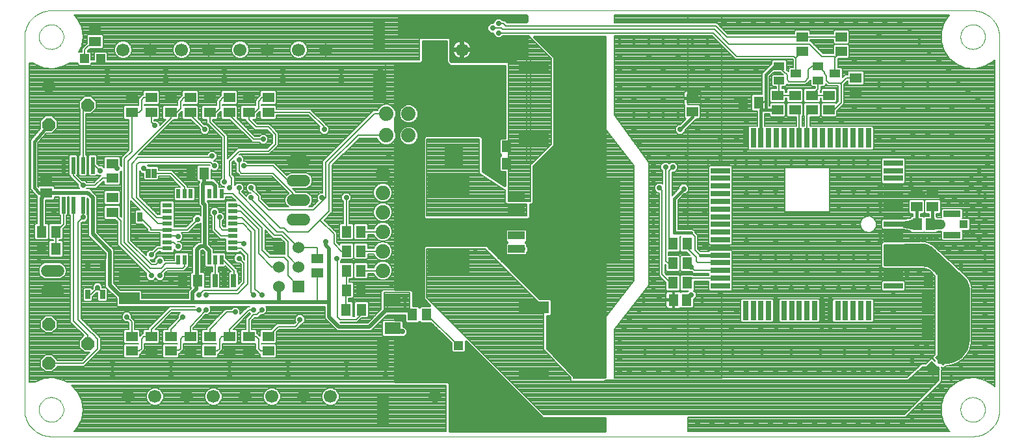
<source format=gtl>
G75*
G70*
%OFA0B0*%
%FSLAX24Y24*%
%IPPOS*%
%LPD*%
%AMOC8*
5,1,8,0,0,1.08239X$1,22.5*
%
%ADD10C,0.0000*%
%ADD11R,0.0220X0.0500*%
%ADD12R,0.0500X0.0220*%
%ADD13R,0.0630X0.0512*%
%ADD14R,0.0600X0.0600*%
%ADD15C,0.0600*%
%ADD16R,0.0276X0.0669*%
%ADD17R,0.0512X0.0591*%
%ADD18R,0.0512X0.0630*%
%ADD19R,0.0472X0.0472*%
%ADD20R,0.0250X0.0500*%
%ADD21R,0.0315X0.0984*%
%ADD22R,0.0984X0.0315*%
%ADD23R,0.0866X0.0335*%
%ADD24R,0.0413X0.0394*%
%ADD25R,0.0945X0.0945*%
%ADD26R,0.0630X0.1063*%
%ADD27R,0.0236X0.0866*%
%ADD28R,0.0591X0.0512*%
%ADD29R,0.0630X0.1575*%
%ADD30R,0.1575X0.0630*%
%ADD31C,0.0669*%
%ADD32C,0.0594*%
%ADD33R,0.0276X0.0472*%
%ADD34OC8,0.0660*%
%ADD35C,0.0740*%
%ADD36R,0.0551X0.0394*%
%ADD37R,0.0827X0.0591*%
%ADD38R,0.2126X0.1142*%
%ADD39R,0.4098X0.4252*%
%ADD40R,0.0850X0.0420*%
%ADD41R,0.1063X0.0630*%
%ADD42C,0.0160*%
%ADD43C,0.0080*%
%ADD44OC8,0.0278*%
%ADD45C,0.0197*%
%ADD46C,0.0500*%
%ADD47C,0.0453*%
%ADD48C,0.0010*%
%ADD49C,0.0200*%
D10*
X007018Y004890D02*
X054254Y004890D01*
X053635Y006265D02*
X053637Y006315D01*
X053643Y006365D01*
X053653Y006414D01*
X053667Y006462D01*
X053684Y006509D01*
X053705Y006554D01*
X053730Y006598D01*
X053758Y006639D01*
X053790Y006678D01*
X053824Y006715D01*
X053861Y006749D01*
X053901Y006779D01*
X053943Y006806D01*
X053987Y006830D01*
X054033Y006851D01*
X054080Y006867D01*
X054128Y006880D01*
X054178Y006889D01*
X054227Y006894D01*
X054278Y006895D01*
X054328Y006892D01*
X054377Y006885D01*
X054426Y006874D01*
X054474Y006859D01*
X054520Y006841D01*
X054565Y006819D01*
X054608Y006793D01*
X054649Y006764D01*
X054688Y006732D01*
X054724Y006697D01*
X054756Y006659D01*
X054786Y006619D01*
X054813Y006576D01*
X054836Y006532D01*
X054855Y006486D01*
X054871Y006438D01*
X054883Y006389D01*
X054891Y006340D01*
X054895Y006290D01*
X054895Y006240D01*
X054891Y006190D01*
X054883Y006141D01*
X054871Y006092D01*
X054855Y006044D01*
X054836Y005998D01*
X054813Y005954D01*
X054786Y005911D01*
X054756Y005871D01*
X054724Y005833D01*
X054688Y005798D01*
X054649Y005766D01*
X054608Y005737D01*
X054565Y005711D01*
X054520Y005689D01*
X054474Y005671D01*
X054426Y005656D01*
X054377Y005645D01*
X054328Y005638D01*
X054278Y005635D01*
X054227Y005636D01*
X054178Y005641D01*
X054128Y005650D01*
X054080Y005663D01*
X054033Y005679D01*
X053987Y005700D01*
X053943Y005724D01*
X053901Y005751D01*
X053861Y005781D01*
X053824Y005815D01*
X053790Y005852D01*
X053758Y005891D01*
X053730Y005932D01*
X053705Y005976D01*
X053684Y006021D01*
X053667Y006068D01*
X053653Y006116D01*
X053643Y006165D01*
X053637Y006215D01*
X053635Y006265D01*
X054254Y004890D02*
X054326Y004892D01*
X054398Y004898D01*
X054470Y004907D01*
X054541Y004920D01*
X054611Y004937D01*
X054680Y004957D01*
X054748Y004982D01*
X054814Y005009D01*
X054880Y005040D01*
X054943Y005075D01*
X055005Y005112D01*
X055064Y005153D01*
X055121Y005197D01*
X055176Y005244D01*
X055228Y005294D01*
X055278Y005346D01*
X055325Y005401D01*
X055369Y005458D01*
X055410Y005517D01*
X055447Y005579D01*
X055482Y005642D01*
X055513Y005708D01*
X055540Y005774D01*
X055565Y005842D01*
X055585Y005911D01*
X055602Y005981D01*
X055615Y006052D01*
X055624Y006124D01*
X055630Y006196D01*
X055632Y006268D01*
X055632Y025362D01*
X053635Y025390D02*
X053637Y025440D01*
X053643Y025490D01*
X053653Y025539D01*
X053667Y025587D01*
X053684Y025634D01*
X053705Y025679D01*
X053730Y025723D01*
X053758Y025764D01*
X053790Y025803D01*
X053824Y025840D01*
X053861Y025874D01*
X053901Y025904D01*
X053943Y025931D01*
X053987Y025955D01*
X054033Y025976D01*
X054080Y025992D01*
X054128Y026005D01*
X054178Y026014D01*
X054227Y026019D01*
X054278Y026020D01*
X054328Y026017D01*
X054377Y026010D01*
X054426Y025999D01*
X054474Y025984D01*
X054520Y025966D01*
X054565Y025944D01*
X054608Y025918D01*
X054649Y025889D01*
X054688Y025857D01*
X054724Y025822D01*
X054756Y025784D01*
X054786Y025744D01*
X054813Y025701D01*
X054836Y025657D01*
X054855Y025611D01*
X054871Y025563D01*
X054883Y025514D01*
X054891Y025465D01*
X054895Y025415D01*
X054895Y025365D01*
X054891Y025315D01*
X054883Y025266D01*
X054871Y025217D01*
X054855Y025169D01*
X054836Y025123D01*
X054813Y025079D01*
X054786Y025036D01*
X054756Y024996D01*
X054724Y024958D01*
X054688Y024923D01*
X054649Y024891D01*
X054608Y024862D01*
X054565Y024836D01*
X054520Y024814D01*
X054474Y024796D01*
X054426Y024781D01*
X054377Y024770D01*
X054328Y024763D01*
X054278Y024760D01*
X054227Y024761D01*
X054178Y024766D01*
X054128Y024775D01*
X054080Y024788D01*
X054033Y024804D01*
X053987Y024825D01*
X053943Y024849D01*
X053901Y024876D01*
X053861Y024906D01*
X053824Y024940D01*
X053790Y024977D01*
X053758Y025016D01*
X053730Y025057D01*
X053705Y025101D01*
X053684Y025146D01*
X053667Y025193D01*
X053653Y025241D01*
X053643Y025290D01*
X053637Y025340D01*
X053635Y025390D01*
X054254Y026740D02*
X054326Y026738D01*
X054398Y026732D01*
X054470Y026723D01*
X054541Y026710D01*
X054611Y026693D01*
X054680Y026673D01*
X054748Y026648D01*
X054814Y026621D01*
X054880Y026590D01*
X054943Y026555D01*
X055005Y026518D01*
X055064Y026477D01*
X055121Y026433D01*
X055176Y026386D01*
X055228Y026336D01*
X055278Y026284D01*
X055325Y026229D01*
X055369Y026172D01*
X055410Y026113D01*
X055447Y026051D01*
X055482Y025988D01*
X055513Y025922D01*
X055540Y025856D01*
X055565Y025788D01*
X055585Y025719D01*
X055602Y025649D01*
X055615Y025578D01*
X055624Y025506D01*
X055630Y025434D01*
X055632Y025362D01*
X054254Y026740D02*
X007018Y026740D01*
X006385Y025390D02*
X006387Y025440D01*
X006393Y025490D01*
X006403Y025539D01*
X006417Y025587D01*
X006434Y025634D01*
X006455Y025679D01*
X006480Y025723D01*
X006508Y025764D01*
X006540Y025803D01*
X006574Y025840D01*
X006611Y025874D01*
X006651Y025904D01*
X006693Y025931D01*
X006737Y025955D01*
X006783Y025976D01*
X006830Y025992D01*
X006878Y026005D01*
X006928Y026014D01*
X006977Y026019D01*
X007028Y026020D01*
X007078Y026017D01*
X007127Y026010D01*
X007176Y025999D01*
X007224Y025984D01*
X007270Y025966D01*
X007315Y025944D01*
X007358Y025918D01*
X007399Y025889D01*
X007438Y025857D01*
X007474Y025822D01*
X007506Y025784D01*
X007536Y025744D01*
X007563Y025701D01*
X007586Y025657D01*
X007605Y025611D01*
X007621Y025563D01*
X007633Y025514D01*
X007641Y025465D01*
X007645Y025415D01*
X007645Y025365D01*
X007641Y025315D01*
X007633Y025266D01*
X007621Y025217D01*
X007605Y025169D01*
X007586Y025123D01*
X007563Y025079D01*
X007536Y025036D01*
X007506Y024996D01*
X007474Y024958D01*
X007438Y024923D01*
X007399Y024891D01*
X007358Y024862D01*
X007315Y024836D01*
X007270Y024814D01*
X007224Y024796D01*
X007176Y024781D01*
X007127Y024770D01*
X007078Y024763D01*
X007028Y024760D01*
X006977Y024761D01*
X006928Y024766D01*
X006878Y024775D01*
X006830Y024788D01*
X006783Y024804D01*
X006737Y024825D01*
X006693Y024849D01*
X006651Y024876D01*
X006611Y024906D01*
X006574Y024940D01*
X006540Y024977D01*
X006508Y025016D01*
X006480Y025057D01*
X006455Y025101D01*
X006434Y025146D01*
X006417Y025193D01*
X006403Y025241D01*
X006393Y025290D01*
X006387Y025340D01*
X006385Y025390D01*
X005640Y025362D02*
X005642Y025434D01*
X005648Y025506D01*
X005657Y025578D01*
X005670Y025649D01*
X005687Y025719D01*
X005707Y025788D01*
X005732Y025856D01*
X005759Y025922D01*
X005790Y025988D01*
X005825Y026051D01*
X005862Y026113D01*
X005903Y026172D01*
X005947Y026229D01*
X005994Y026284D01*
X006044Y026336D01*
X006096Y026386D01*
X006151Y026433D01*
X006208Y026477D01*
X006267Y026518D01*
X006329Y026555D01*
X006392Y026590D01*
X006458Y026621D01*
X006524Y026648D01*
X006592Y026673D01*
X006661Y026693D01*
X006731Y026710D01*
X006802Y026723D01*
X006874Y026732D01*
X006946Y026738D01*
X007018Y026740D01*
X005640Y025362D02*
X005640Y006268D01*
X006385Y006265D02*
X006387Y006315D01*
X006393Y006365D01*
X006403Y006414D01*
X006417Y006462D01*
X006434Y006509D01*
X006455Y006554D01*
X006480Y006598D01*
X006508Y006639D01*
X006540Y006678D01*
X006574Y006715D01*
X006611Y006749D01*
X006651Y006779D01*
X006693Y006806D01*
X006737Y006830D01*
X006783Y006851D01*
X006830Y006867D01*
X006878Y006880D01*
X006928Y006889D01*
X006977Y006894D01*
X007028Y006895D01*
X007078Y006892D01*
X007127Y006885D01*
X007176Y006874D01*
X007224Y006859D01*
X007270Y006841D01*
X007315Y006819D01*
X007358Y006793D01*
X007399Y006764D01*
X007438Y006732D01*
X007474Y006697D01*
X007506Y006659D01*
X007536Y006619D01*
X007563Y006576D01*
X007586Y006532D01*
X007605Y006486D01*
X007621Y006438D01*
X007633Y006389D01*
X007641Y006340D01*
X007645Y006290D01*
X007645Y006240D01*
X007641Y006190D01*
X007633Y006141D01*
X007621Y006092D01*
X007605Y006044D01*
X007586Y005998D01*
X007563Y005954D01*
X007536Y005911D01*
X007506Y005871D01*
X007474Y005833D01*
X007438Y005798D01*
X007399Y005766D01*
X007358Y005737D01*
X007315Y005711D01*
X007270Y005689D01*
X007224Y005671D01*
X007176Y005656D01*
X007127Y005645D01*
X007078Y005638D01*
X007028Y005635D01*
X006977Y005636D01*
X006928Y005641D01*
X006878Y005650D01*
X006830Y005663D01*
X006783Y005679D01*
X006737Y005700D01*
X006693Y005724D01*
X006651Y005751D01*
X006611Y005781D01*
X006574Y005815D01*
X006540Y005852D01*
X006508Y005891D01*
X006480Y005932D01*
X006455Y005976D01*
X006434Y006021D01*
X006417Y006068D01*
X006403Y006116D01*
X006393Y006165D01*
X006387Y006215D01*
X006385Y006265D01*
X005640Y006268D02*
X005642Y006196D01*
X005648Y006124D01*
X005657Y006052D01*
X005670Y005981D01*
X005687Y005911D01*
X005707Y005842D01*
X005732Y005774D01*
X005759Y005708D01*
X005790Y005642D01*
X005825Y005579D01*
X005862Y005517D01*
X005903Y005458D01*
X005947Y005401D01*
X005994Y005346D01*
X006044Y005294D01*
X006096Y005244D01*
X006151Y005197D01*
X006208Y005153D01*
X006267Y005112D01*
X006329Y005075D01*
X006392Y005040D01*
X006458Y005009D01*
X006524Y004982D01*
X006592Y004957D01*
X006661Y004937D01*
X006731Y004920D01*
X006802Y004907D01*
X006874Y004898D01*
X006946Y004892D01*
X007018Y004890D01*
D11*
X013538Y013950D03*
X013853Y013950D03*
X014168Y013950D03*
X014483Y013950D03*
X014797Y013950D03*
X015112Y013950D03*
X015427Y013950D03*
X015742Y013950D03*
X015742Y017330D03*
X015427Y017330D03*
X015112Y017330D03*
X014797Y017330D03*
X014483Y017330D03*
X014168Y017330D03*
X013853Y017330D03*
X013538Y017330D03*
D12*
X012950Y016742D03*
X012950Y016427D03*
X012950Y016112D03*
X012950Y015797D03*
X012950Y015483D03*
X012950Y015168D03*
X012950Y014853D03*
X012950Y014538D03*
X016330Y014538D03*
X016330Y014853D03*
X016330Y015168D03*
X016330Y015483D03*
X016330Y015797D03*
X016330Y016112D03*
X016330Y016427D03*
X016330Y016742D03*
D13*
X020640Y014014D03*
X020640Y013266D03*
X018140Y010014D03*
X017140Y010014D03*
X017140Y009266D03*
X018140Y009266D03*
X016140Y009266D03*
X016140Y010014D03*
X015140Y010014D03*
X015140Y009266D03*
X014140Y009266D03*
X013140Y009266D03*
X013140Y010014D03*
X014140Y010014D03*
X012140Y010014D03*
X012140Y009266D03*
X011140Y009266D03*
X011140Y010014D03*
X010140Y016391D03*
X010140Y017139D03*
X010140Y018141D03*
X010140Y018889D03*
X006765Y018159D03*
X006765Y017371D03*
X011140Y021516D03*
X011140Y022264D03*
X012140Y022264D03*
X012140Y021516D03*
X013140Y021516D03*
X014140Y021516D03*
X014140Y022264D03*
X013140Y022264D03*
X015140Y022264D03*
X015140Y021516D03*
X016140Y021516D03*
X016140Y022264D03*
X017140Y022264D03*
X018140Y022264D03*
X018140Y021516D03*
X017140Y021516D03*
X009265Y025141D03*
X009265Y025889D03*
X045140Y022389D03*
X046015Y022389D03*
X046015Y021641D03*
X045140Y021641D03*
X048265Y022496D03*
X048265Y023284D03*
D14*
X019703Y012578D03*
D15*
X018703Y012578D03*
X018703Y013578D03*
X019703Y013578D03*
X019703Y014578D03*
X018703Y014578D03*
D16*
X016362Y012890D03*
X015890Y012890D03*
X015418Y012890D03*
D17*
X014850Y018390D03*
X014180Y018390D03*
X029680Y018890D03*
X030350Y018890D03*
X030350Y019765D03*
X029680Y019765D03*
X038930Y011890D03*
X039600Y011890D03*
X051430Y015765D03*
X052100Y015765D03*
G36*
X053106Y008877D02*
X052744Y008515D01*
X052328Y008931D01*
X052690Y009293D01*
X053106Y008877D01*
G37*
G36*
X052577Y008349D02*
X052215Y007987D01*
X051799Y008403D01*
X052161Y008765D01*
X052577Y008349D01*
G37*
D18*
X052784Y012890D03*
X051996Y012890D03*
X039639Y012765D03*
X038891Y012765D03*
X038891Y013765D03*
X039639Y013765D03*
X039639Y014765D03*
X038891Y014765D03*
X042496Y022015D03*
X043284Y022015D03*
X026264Y011140D03*
X025516Y011140D03*
X022909Y011390D03*
X022121Y011390D03*
X022141Y012390D03*
X022889Y012390D03*
X022889Y013390D03*
X022141Y013390D03*
X022141Y014390D03*
X022889Y014390D03*
X022889Y015390D03*
X022141Y015390D03*
X014534Y012890D03*
X013746Y012890D03*
X007264Y014515D03*
X006516Y014515D03*
X006516Y015390D03*
X007264Y015390D03*
D19*
X008727Y024265D03*
X009553Y024265D03*
X027890Y009553D03*
X027890Y008727D03*
D20*
X011552Y016140D03*
X011228Y016140D03*
X011978Y018390D03*
X012302Y018390D03*
D21*
X042615Y020194D03*
X043009Y020194D03*
X043403Y020194D03*
X043796Y020194D03*
X044190Y020194D03*
X044584Y020194D03*
X044978Y020194D03*
X045371Y020194D03*
X045765Y020194D03*
X046159Y020194D03*
X046552Y020194D03*
X046946Y020194D03*
X047340Y020194D03*
X047734Y020194D03*
X048127Y020194D03*
X048521Y020194D03*
X048915Y020194D03*
X048915Y011336D03*
X048521Y011336D03*
X048127Y011336D03*
X047734Y011336D03*
X047340Y011336D03*
X046946Y011336D03*
X046552Y011336D03*
X046159Y011336D03*
X045765Y011336D03*
X045371Y011336D03*
X044978Y011336D03*
X044584Y011336D03*
X044190Y011336D03*
X043796Y011336D03*
X043403Y011336D03*
X043009Y011336D03*
X042615Y011336D03*
D22*
X041336Y012615D03*
X041336Y013009D03*
X041336Y013403D03*
X041336Y013796D03*
X041336Y014190D03*
X041336Y014584D03*
X041336Y014978D03*
X041336Y015371D03*
X041336Y015765D03*
X041336Y016159D03*
X041336Y016552D03*
X041336Y016946D03*
X041336Y017340D03*
X041336Y017734D03*
X041336Y018127D03*
X041336Y018521D03*
X041336Y018915D03*
X050194Y018915D03*
X050194Y018521D03*
X050194Y018127D03*
X050194Y017734D03*
X050194Y017340D03*
X050194Y016946D03*
X050194Y016552D03*
X050194Y016159D03*
X050194Y015765D03*
X050194Y015371D03*
X050194Y014978D03*
X050194Y014584D03*
X050194Y014190D03*
X050194Y013796D03*
X050194Y013403D03*
X050194Y013009D03*
X050194Y012615D03*
D23*
X053203Y015224D03*
X053203Y016306D03*
D24*
X053803Y015765D03*
X052602Y015765D03*
D25*
X027640Y019274D03*
X027640Y021006D03*
D26*
X051964Y011765D03*
X053066Y011765D03*
X053066Y010390D03*
X051964Y010390D03*
D27*
X009140Y016741D03*
X008640Y016741D03*
X008140Y016741D03*
X007640Y016741D03*
X007640Y018789D03*
X008140Y018789D03*
X008640Y018789D03*
X009140Y018789D03*
D28*
X039890Y021555D03*
X039890Y022225D03*
X044265Y022389D03*
X044265Y021641D03*
X046890Y021641D03*
X046890Y022389D03*
X047515Y024641D03*
X047515Y025389D03*
X045515Y025389D03*
X045515Y024641D03*
X051390Y017350D03*
X052203Y017350D03*
X052203Y016680D03*
X051390Y016680D03*
D29*
X024015Y009100D03*
X024015Y006305D03*
X023828Y022742D03*
X023828Y025538D03*
D30*
X031742Y023765D03*
X034538Y023765D03*
X034538Y020140D03*
X031742Y020140D03*
X031742Y011515D03*
X034538Y011515D03*
X034538Y008140D03*
X031742Y008140D03*
D31*
X028079Y006929D03*
X026701Y006929D03*
X021329Y006929D03*
X019951Y006929D03*
X018329Y006929D03*
X016951Y006929D03*
X015329Y006929D03*
X013951Y006929D03*
X012329Y006929D03*
X010951Y006929D03*
X010701Y024726D03*
X012079Y024726D03*
X013701Y024726D03*
X015079Y024726D03*
X016701Y024726D03*
X018079Y024726D03*
X019701Y024726D03*
X021079Y024726D03*
X026701Y024726D03*
X028079Y024726D03*
D32*
X019999Y019015D02*
X019406Y019015D01*
X019406Y018015D02*
X019999Y018015D01*
X019999Y017015D02*
X019406Y017015D01*
X019406Y016015D02*
X019999Y016015D01*
X007374Y013390D02*
X006781Y013390D01*
X006781Y012390D02*
X007374Y012390D01*
D33*
X008890Y012162D03*
X009640Y012162D03*
X009640Y013618D03*
X008890Y013618D03*
D34*
X006890Y010640D03*
X008890Y009640D03*
X006890Y008640D03*
X006890Y020890D03*
X008890Y021890D03*
X006890Y022890D03*
D35*
X024195Y021453D03*
X025335Y021453D03*
X025335Y020328D03*
X024195Y020328D03*
X024015Y018390D03*
X024015Y017390D03*
X024015Y016390D03*
X024015Y015390D03*
X024015Y014390D03*
X024015Y013390D03*
D36*
X044332Y023141D03*
X044332Y023889D03*
X045198Y023515D03*
X046332Y023141D03*
X047198Y023515D03*
X046332Y023889D03*
D37*
X024515Y011849D03*
X024515Y010431D03*
D38*
X027390Y013886D03*
X027390Y017744D03*
D39*
X034140Y015865D03*
D40*
X030860Y015865D03*
X030860Y015195D03*
X030860Y014525D03*
X030860Y016535D03*
X030860Y017205D03*
D41*
X011015Y013066D03*
X011015Y011964D03*
D42*
X014797Y013483D02*
X014797Y013950D01*
X014797Y013483D02*
X015015Y013390D01*
X006765Y017371D02*
X006746Y017390D01*
X006390Y017390D01*
X006140Y017640D01*
X006140Y020015D01*
X006890Y020890D01*
X024640Y020899D02*
X030263Y020899D01*
X030263Y021057D02*
X025675Y021057D01*
X025630Y021012D02*
X025776Y021158D01*
X025855Y021349D01*
X025855Y021556D01*
X025776Y021747D01*
X025630Y021893D01*
X025438Y021972D01*
X025232Y021972D01*
X025040Y021893D01*
X024894Y021747D01*
X024815Y021556D01*
X024815Y021349D01*
X024894Y021158D01*
X025040Y021012D01*
X025232Y020933D01*
X025438Y020933D01*
X025630Y021012D01*
X025630Y020768D02*
X025438Y020847D01*
X025232Y020847D01*
X025040Y020768D01*
X024894Y020622D01*
X024815Y020431D01*
X024815Y020224D01*
X024894Y020033D01*
X025040Y019887D01*
X025232Y019808D01*
X025438Y019808D01*
X025630Y019887D01*
X025776Y020033D01*
X025855Y020224D01*
X025855Y020431D01*
X025776Y020622D01*
X025630Y020768D01*
X025658Y020740D02*
X030263Y020740D01*
X030263Y020582D02*
X025793Y020582D01*
X025855Y020423D02*
X030263Y020423D01*
X030263Y020265D02*
X029097Y020265D01*
X029142Y020219D02*
X029031Y020330D01*
X026186Y020330D01*
X026075Y020219D01*
X026075Y016124D01*
X026186Y016013D01*
X031469Y016013D01*
X031580Y016124D01*
X031580Y016763D01*
X031656Y016763D01*
X031767Y016874D01*
X031767Y018749D01*
X031830Y018811D01*
X032719Y019700D01*
X032830Y019811D01*
X032830Y024344D01*
X031786Y025388D01*
X035390Y025388D01*
X035390Y007955D01*
X033846Y007955D01*
X032455Y009404D01*
X032455Y011050D01*
X032592Y011050D01*
X032680Y011138D01*
X032680Y011892D01*
X032592Y011980D01*
X032069Y011980D01*
X029455Y014594D01*
X029344Y014705D01*
X026186Y014705D01*
X026075Y014594D01*
X026075Y014436D01*
X026075Y012094D01*
X026075Y011936D01*
X026406Y011605D01*
X025946Y011605D01*
X025890Y011549D01*
X025834Y011605D01*
X025580Y011605D01*
X025580Y012344D01*
X025469Y012455D01*
X024640Y012455D01*
X024640Y020043D01*
X024715Y020224D01*
X024715Y020431D01*
X024640Y020612D01*
X024640Y021168D01*
X024715Y021349D01*
X024715Y021556D01*
X024640Y021737D01*
X024640Y024013D01*
X025969Y024013D01*
X026080Y024124D01*
X026080Y025142D01*
X027267Y025142D01*
X027267Y024091D01*
X027304Y023999D01*
X027374Y023929D01*
X027466Y023892D01*
X030263Y023892D01*
X030263Y020210D01*
X030032Y020210D01*
X029944Y020122D01*
X029944Y019408D01*
X030024Y019328D01*
X029944Y019247D01*
X029944Y018533D01*
X030032Y018445D01*
X030263Y018445D01*
X030263Y017776D01*
X029142Y018494D01*
X029142Y020219D01*
X029142Y020106D02*
X029944Y020106D01*
X029944Y019948D02*
X029142Y019948D01*
X029142Y019789D02*
X029944Y019789D01*
X029944Y019631D02*
X029142Y019631D01*
X029142Y019472D02*
X029944Y019472D01*
X030010Y019314D02*
X029142Y019314D01*
X029142Y019155D02*
X029944Y019155D01*
X029944Y018997D02*
X029142Y018997D01*
X029142Y018838D02*
X029944Y018838D01*
X029944Y018680D02*
X029142Y018680D01*
X029142Y018521D02*
X029955Y018521D01*
X030263Y018363D02*
X029347Y018363D01*
X029595Y018204D02*
X030263Y018204D01*
X030263Y018046D02*
X029842Y018046D01*
X030089Y017887D02*
X030263Y017887D01*
X031767Y017887D02*
X035390Y017887D01*
X035390Y017729D02*
X031767Y017729D01*
X031767Y017570D02*
X035390Y017570D01*
X035390Y017412D02*
X031767Y017412D01*
X031767Y017253D02*
X035390Y017253D01*
X035390Y017095D02*
X031767Y017095D01*
X031767Y016936D02*
X035390Y016936D01*
X035390Y016778D02*
X031671Y016778D01*
X031580Y016619D02*
X035390Y016619D01*
X035390Y016461D02*
X031580Y016461D01*
X031580Y016302D02*
X035390Y016302D01*
X035390Y016144D02*
X031580Y016144D01*
X031347Y015555D02*
X030373Y015555D01*
X030285Y015467D01*
X030285Y014923D01*
X030348Y014860D01*
X030285Y014797D01*
X030285Y014253D01*
X030373Y014165D01*
X031347Y014165D01*
X031435Y014253D01*
X031435Y014319D01*
X031492Y014375D01*
X031492Y014615D01*
X031435Y014671D01*
X031435Y014797D01*
X031372Y014860D01*
X031435Y014923D01*
X031435Y015467D01*
X031347Y015555D01*
X031393Y015510D02*
X035390Y015510D01*
X035390Y015668D02*
X024640Y015668D01*
X024640Y015510D02*
X030327Y015510D01*
X030285Y015351D02*
X024640Y015351D01*
X024640Y015193D02*
X030285Y015193D01*
X030285Y015034D02*
X024640Y015034D01*
X024640Y014876D02*
X030332Y014876D01*
X030285Y014717D02*
X024640Y014717D01*
X024640Y014559D02*
X026075Y014559D01*
X026075Y014400D02*
X024640Y014400D01*
X024640Y014242D02*
X026075Y014242D01*
X026075Y014083D02*
X024640Y014083D01*
X024640Y013925D02*
X026075Y013925D01*
X026075Y013766D02*
X024640Y013766D01*
X024640Y013608D02*
X026075Y013608D01*
X026075Y013449D02*
X024640Y013449D01*
X024640Y013291D02*
X026075Y013291D01*
X026075Y013132D02*
X024640Y013132D01*
X024640Y012974D02*
X026075Y012974D01*
X026075Y012815D02*
X024640Y012815D01*
X024640Y012657D02*
X026075Y012657D01*
X026075Y012498D02*
X024640Y012498D01*
X025580Y012340D02*
X026075Y012340D01*
X026075Y012181D02*
X025580Y012181D01*
X025580Y012023D02*
X026075Y012023D01*
X026147Y011864D02*
X025580Y011864D01*
X025580Y011706D02*
X026306Y011706D01*
X025110Y011075D02*
X025110Y010763D01*
X025198Y010675D01*
X025834Y010675D01*
X025890Y010731D01*
X025946Y010675D01*
X026468Y010675D01*
X027504Y009665D01*
X027504Y009255D01*
X027592Y009167D01*
X028188Y009167D01*
X028276Y009255D01*
X028276Y009735D01*
X032075Y005936D01*
X032186Y005825D01*
X035390Y005825D01*
X035390Y005170D01*
X027455Y005170D01*
X027455Y007594D01*
X027344Y007705D01*
X024640Y007705D01*
X024640Y009986D01*
X024885Y009986D01*
X024895Y009976D01*
X025135Y009976D01*
X025304Y010145D01*
X025304Y010385D01*
X025135Y010554D01*
X025078Y010554D01*
X025078Y010789D01*
X024991Y010877D01*
X024640Y010877D01*
X024640Y011075D01*
X025110Y011075D01*
X025110Y011072D02*
X024640Y011072D01*
X024640Y010913D02*
X025110Y010913D01*
X025118Y010755D02*
X025078Y010755D01*
X025078Y010596D02*
X026549Y010596D01*
X026712Y010438D02*
X025251Y010438D01*
X025304Y010279D02*
X026874Y010279D01*
X027037Y010121D02*
X025279Y010121D01*
X024640Y009962D02*
X027199Y009962D01*
X027362Y009804D02*
X024640Y009804D01*
X024640Y009645D02*
X027504Y009645D01*
X027504Y009487D02*
X024640Y009487D01*
X024640Y009328D02*
X027504Y009328D01*
X027589Y009170D02*
X024640Y009170D01*
X024640Y009011D02*
X029000Y009011D01*
X028842Y009170D02*
X028191Y009170D01*
X028276Y009328D02*
X028683Y009328D01*
X028525Y009487D02*
X028276Y009487D01*
X028276Y009645D02*
X028366Y009645D01*
X029159Y008853D02*
X024640Y008853D01*
X024640Y008694D02*
X029317Y008694D01*
X029476Y008536D02*
X024640Y008536D01*
X024640Y008377D02*
X029634Y008377D01*
X029793Y008219D02*
X024640Y008219D01*
X024640Y008060D02*
X029951Y008060D01*
X030110Y007902D02*
X024640Y007902D01*
X024640Y007743D02*
X030268Y007743D01*
X030427Y007585D02*
X027455Y007585D01*
X027455Y007426D02*
X030585Y007426D01*
X030744Y007268D02*
X027455Y007268D01*
X027455Y007109D02*
X030902Y007109D01*
X031061Y006951D02*
X027455Y006951D01*
X027455Y006792D02*
X031219Y006792D01*
X031378Y006634D02*
X027455Y006634D01*
X027455Y006475D02*
X031536Y006475D01*
X031695Y006317D02*
X027455Y006317D01*
X027455Y006158D02*
X031853Y006158D01*
X032012Y006000D02*
X027455Y006000D01*
X027455Y005841D02*
X032170Y005841D01*
X035390Y005683D02*
X027455Y005683D01*
X027455Y005524D02*
X035390Y005524D01*
X035390Y005366D02*
X027455Y005366D01*
X027455Y005207D02*
X035390Y005207D01*
X035390Y008060D02*
X033745Y008060D01*
X033593Y008219D02*
X035390Y008219D01*
X035390Y008377D02*
X033441Y008377D01*
X033289Y008536D02*
X035390Y008536D01*
X035390Y008694D02*
X033137Y008694D01*
X032984Y008853D02*
X035390Y008853D01*
X035390Y009011D02*
X032832Y009011D01*
X032680Y009170D02*
X035390Y009170D01*
X035390Y009328D02*
X032528Y009328D01*
X032455Y009487D02*
X035390Y009487D01*
X035390Y009645D02*
X032455Y009645D01*
X032455Y009804D02*
X035390Y009804D01*
X035390Y009962D02*
X032455Y009962D01*
X032455Y010121D02*
X035390Y010121D01*
X035390Y010279D02*
X032455Y010279D01*
X032455Y010438D02*
X035390Y010438D01*
X035390Y010596D02*
X032455Y010596D01*
X032455Y010755D02*
X035390Y010755D01*
X035390Y010913D02*
X032455Y010913D01*
X032613Y011072D02*
X035390Y011072D01*
X035390Y011230D02*
X032680Y011230D01*
X032680Y011389D02*
X035390Y011389D01*
X035390Y011547D02*
X032680Y011547D01*
X032680Y011706D02*
X035390Y011706D01*
X035390Y011864D02*
X032680Y011864D01*
X032026Y012023D02*
X035390Y012023D01*
X035390Y012181D02*
X031868Y012181D01*
X031709Y012340D02*
X035390Y012340D01*
X035390Y012498D02*
X031551Y012498D01*
X031392Y012657D02*
X035390Y012657D01*
X035390Y012815D02*
X031234Y012815D01*
X031075Y012974D02*
X035390Y012974D01*
X035390Y013132D02*
X030917Y013132D01*
X030758Y013291D02*
X035390Y013291D01*
X035390Y013449D02*
X030600Y013449D01*
X030441Y013608D02*
X035390Y013608D01*
X035390Y013766D02*
X030283Y013766D01*
X030124Y013925D02*
X035390Y013925D01*
X035390Y014083D02*
X029966Y014083D01*
X029807Y014242D02*
X030296Y014242D01*
X030285Y014400D02*
X029649Y014400D01*
X029490Y014559D02*
X030285Y014559D01*
X031388Y014876D02*
X035390Y014876D01*
X035390Y015034D02*
X031435Y015034D01*
X031435Y015193D02*
X035390Y015193D01*
X035390Y015351D02*
X031435Y015351D01*
X031435Y014717D02*
X035390Y014717D01*
X035390Y014559D02*
X031492Y014559D01*
X031492Y014400D02*
X035390Y014400D01*
X035390Y014242D02*
X031424Y014242D01*
X035390Y015827D02*
X024640Y015827D01*
X024640Y015985D02*
X035390Y015985D01*
X035390Y018046D02*
X031767Y018046D01*
X031767Y018204D02*
X035390Y018204D01*
X035390Y018363D02*
X031767Y018363D01*
X031767Y018521D02*
X035390Y018521D01*
X035390Y018680D02*
X031767Y018680D01*
X031857Y018838D02*
X035390Y018838D01*
X035390Y018997D02*
X032015Y018997D01*
X032174Y019155D02*
X035390Y019155D01*
X035390Y019314D02*
X032332Y019314D01*
X032491Y019472D02*
X035390Y019472D01*
X035390Y019631D02*
X032649Y019631D01*
X032808Y019789D02*
X035390Y019789D01*
X035390Y019948D02*
X032830Y019948D01*
X032830Y020106D02*
X035390Y020106D01*
X035390Y020265D02*
X032830Y020265D01*
X032830Y020423D02*
X035390Y020423D01*
X035390Y020582D02*
X032830Y020582D01*
X032830Y020740D02*
X035390Y020740D01*
X035390Y020899D02*
X032830Y020899D01*
X032830Y021057D02*
X035390Y021057D01*
X035390Y021216D02*
X032830Y021216D01*
X032830Y021374D02*
X035390Y021374D01*
X035390Y021533D02*
X032830Y021533D01*
X032830Y021691D02*
X035390Y021691D01*
X035390Y021850D02*
X032830Y021850D01*
X032830Y022008D02*
X035390Y022008D01*
X035390Y022167D02*
X032830Y022167D01*
X032830Y022325D02*
X035390Y022325D01*
X035390Y022484D02*
X032830Y022484D01*
X032830Y022642D02*
X035390Y022642D01*
X035390Y022801D02*
X032830Y022801D01*
X032830Y022959D02*
X035390Y022959D01*
X035390Y023118D02*
X032830Y023118D01*
X032830Y023276D02*
X035390Y023276D01*
X035390Y023435D02*
X032830Y023435D01*
X032830Y023593D02*
X035390Y023593D01*
X035390Y023752D02*
X032830Y023752D01*
X032830Y023910D02*
X035390Y023910D01*
X035390Y024069D02*
X032830Y024069D01*
X032830Y024227D02*
X035390Y024227D01*
X035390Y024386D02*
X032788Y024386D01*
X032630Y024544D02*
X035390Y024544D01*
X035390Y024703D02*
X032471Y024703D01*
X032313Y024861D02*
X035390Y024861D01*
X035390Y025020D02*
X032154Y025020D01*
X031996Y025178D02*
X035390Y025178D01*
X035390Y025337D02*
X031837Y025337D01*
X030263Y023752D02*
X024640Y023752D01*
X024640Y023910D02*
X027421Y023910D01*
X027276Y024069D02*
X026025Y024069D01*
X026080Y024227D02*
X027267Y024227D01*
X027267Y024386D02*
X026080Y024386D01*
X026080Y024544D02*
X027267Y024544D01*
X027267Y024703D02*
X026080Y024703D01*
X026080Y024861D02*
X027267Y024861D01*
X027267Y025020D02*
X026080Y025020D01*
X024640Y023593D02*
X030263Y023593D01*
X030263Y023435D02*
X024640Y023435D01*
X024640Y023276D02*
X030263Y023276D01*
X030263Y023118D02*
X024640Y023118D01*
X024640Y022959D02*
X030263Y022959D01*
X030263Y022801D02*
X024640Y022801D01*
X024640Y022642D02*
X030263Y022642D01*
X030263Y022484D02*
X024640Y022484D01*
X024640Y022325D02*
X030263Y022325D01*
X030263Y022167D02*
X024640Y022167D01*
X024640Y022008D02*
X030263Y022008D01*
X030263Y021850D02*
X025673Y021850D01*
X025799Y021691D02*
X030263Y021691D01*
X030263Y021533D02*
X025855Y021533D01*
X025855Y021374D02*
X030263Y021374D01*
X030263Y021216D02*
X025800Y021216D01*
X024995Y021057D02*
X024640Y021057D01*
X024660Y021216D02*
X024870Y021216D01*
X024815Y021374D02*
X024715Y021374D01*
X024715Y021533D02*
X024815Y021533D01*
X024871Y021691D02*
X024659Y021691D01*
X024640Y021850D02*
X024997Y021850D01*
X025012Y020740D02*
X024640Y020740D01*
X024653Y020582D02*
X024877Y020582D01*
X024815Y020423D02*
X024715Y020423D01*
X024715Y020265D02*
X024815Y020265D01*
X024864Y020106D02*
X024666Y020106D01*
X024640Y019948D02*
X024980Y019948D01*
X024640Y019789D02*
X026075Y019789D01*
X026075Y019631D02*
X024640Y019631D01*
X024640Y019472D02*
X026075Y019472D01*
X026075Y019314D02*
X024640Y019314D01*
X024640Y019155D02*
X026075Y019155D01*
X026075Y018997D02*
X024640Y018997D01*
X024640Y018838D02*
X026075Y018838D01*
X026075Y018680D02*
X024640Y018680D01*
X024640Y018521D02*
X026075Y018521D01*
X026075Y018363D02*
X024640Y018363D01*
X024640Y018204D02*
X026075Y018204D01*
X026075Y018046D02*
X024640Y018046D01*
X024640Y017887D02*
X026075Y017887D01*
X026075Y017729D02*
X024640Y017729D01*
X024640Y017570D02*
X026075Y017570D01*
X026075Y017412D02*
X024640Y017412D01*
X024640Y017253D02*
X026075Y017253D01*
X026075Y017095D02*
X024640Y017095D01*
X024640Y016936D02*
X026075Y016936D01*
X026075Y016778D02*
X024640Y016778D01*
X024640Y016619D02*
X026075Y016619D01*
X026075Y016461D02*
X024640Y016461D01*
X024640Y016302D02*
X026075Y016302D01*
X026075Y016144D02*
X024640Y016144D01*
X025690Y019948D02*
X026075Y019948D01*
X026075Y020106D02*
X025806Y020106D01*
X025855Y020265D02*
X026121Y020265D01*
X039265Y020640D02*
X039890Y021265D01*
X039890Y021555D01*
X043403Y021653D02*
X043403Y020194D01*
X043403Y021653D02*
X043641Y021641D01*
X043640Y021642D01*
X043640Y022140D01*
X043640Y023427D01*
X044102Y023889D01*
X044332Y023889D01*
X044265Y021641D02*
X043641Y021641D01*
X039442Y017578D02*
X038953Y017088D01*
X038953Y015328D01*
X039828Y015328D01*
X040277Y014190D02*
X041336Y014190D01*
X049765Y014242D02*
X052443Y014242D01*
X052274Y014400D02*
X049765Y014400D01*
X049765Y014559D02*
X052094Y014559D01*
X052087Y014563D02*
X052180Y014489D01*
X053767Y012998D01*
X053853Y012903D01*
X053922Y012795D01*
X053973Y012677D01*
X054005Y012552D01*
X054015Y012424D01*
X054015Y009884D01*
X054003Y009716D01*
X053967Y009551D01*
X053908Y009393D01*
X053828Y009245D01*
X053727Y009110D01*
X053607Y008991D01*
X053472Y008890D01*
X053325Y008809D01*
X053167Y008750D01*
X053002Y008715D01*
X052834Y008703D01*
X052515Y008703D01*
X052515Y013203D01*
X052246Y013472D01*
X052152Y013552D01*
X052046Y013617D01*
X051932Y013664D01*
X051812Y013693D01*
X051689Y013703D01*
X050756Y013703D01*
X050748Y013710D01*
X049765Y013710D01*
X049765Y014670D01*
X050748Y014670D01*
X050781Y014703D01*
X051641Y014703D01*
X051759Y014694D01*
X051875Y014667D01*
X051985Y014623D01*
X052087Y014563D01*
X052612Y014083D02*
X049765Y014083D01*
X049765Y013925D02*
X052781Y013925D01*
X052949Y013766D02*
X049765Y013766D01*
X052061Y013608D02*
X053118Y013608D01*
X053287Y013449D02*
X052268Y013449D01*
X052427Y013291D02*
X053456Y013291D01*
X053624Y013132D02*
X052515Y013132D01*
X052515Y012974D02*
X053789Y012974D01*
X053909Y012815D02*
X052515Y012815D01*
X052515Y012657D02*
X053978Y012657D01*
X054009Y012498D02*
X052515Y012498D01*
X052515Y012340D02*
X054015Y012340D01*
X054015Y012181D02*
X052515Y012181D01*
X052515Y012023D02*
X054015Y012023D01*
X054015Y011864D02*
X052515Y011864D01*
X052515Y011706D02*
X054015Y011706D01*
X054015Y011547D02*
X052515Y011547D01*
X052515Y011389D02*
X054015Y011389D01*
X054015Y011230D02*
X052515Y011230D01*
X052515Y011072D02*
X054015Y011072D01*
X054015Y010913D02*
X052515Y010913D01*
X052515Y010755D02*
X054015Y010755D01*
X054015Y010596D02*
X052515Y010596D01*
X052515Y010438D02*
X054015Y010438D01*
X054015Y010279D02*
X052515Y010279D01*
X052515Y010121D02*
X054015Y010121D01*
X054015Y009962D02*
X052515Y009962D01*
X052515Y009804D02*
X054009Y009804D01*
X053988Y009645D02*
X052515Y009645D01*
X052515Y009487D02*
X053943Y009487D01*
X053873Y009328D02*
X052515Y009328D01*
X052515Y009170D02*
X053771Y009170D01*
X053627Y009011D02*
X052515Y009011D01*
X052515Y008853D02*
X053404Y008853D01*
X052203Y015765D02*
X052203Y016680D01*
X051390Y016680D02*
X051390Y015912D01*
X051430Y015765D01*
D43*
X051162Y015765D02*
X050194Y015765D01*
X050677Y016032D02*
X049656Y016032D01*
X049592Y015968D01*
X049592Y015562D01*
X049656Y015498D01*
X050679Y015498D01*
X051064Y015436D01*
X051064Y015424D01*
X051129Y015360D01*
X051732Y015360D01*
X051765Y015393D01*
X051798Y015360D01*
X052401Y015360D01*
X052446Y015405D01*
X052659Y015405D01*
X052659Y015011D01*
X052724Y014946D01*
X053681Y014946D01*
X053746Y015011D01*
X053746Y015437D01*
X053724Y015458D01*
X054055Y015458D01*
X054120Y015523D01*
X054120Y016007D01*
X054055Y016072D01*
X053724Y016072D01*
X053746Y016093D01*
X053746Y016519D01*
X053681Y016584D01*
X052724Y016584D01*
X052659Y016519D01*
X052659Y016125D01*
X052446Y016125D01*
X052401Y016170D01*
X052392Y016170D01*
X052392Y016314D01*
X052543Y016314D01*
X052608Y016379D01*
X052608Y016982D01*
X052543Y017046D01*
X051862Y017046D01*
X051797Y016982D01*
X051797Y016379D01*
X051862Y016314D01*
X052013Y016314D01*
X052013Y016170D01*
X051798Y016170D01*
X051765Y016137D01*
X051732Y016170D01*
X051580Y016170D01*
X051580Y016314D01*
X051731Y016314D01*
X051795Y016379D01*
X051795Y016982D01*
X051731Y017046D01*
X051049Y017046D01*
X050985Y016982D01*
X050985Y016379D01*
X051049Y016314D01*
X051200Y016314D01*
X051200Y016170D01*
X051129Y016170D01*
X051064Y016106D01*
X051064Y016092D01*
X050677Y016032D01*
X050707Y016037D02*
X049234Y016037D01*
X049199Y016093D02*
X048976Y016194D01*
X048734Y016160D01*
X048550Y015999D01*
X048481Y015765D01*
X048550Y015531D01*
X048734Y015370D01*
X048976Y015336D01*
X049199Y015437D01*
X049331Y015643D01*
X049331Y015887D01*
X049199Y016093D01*
X049149Y016116D02*
X051074Y016116D01*
X051200Y016194D02*
X048977Y016194D01*
X048975Y016194D02*
X041938Y016194D01*
X041938Y016116D02*
X048684Y016116D01*
X048593Y016037D02*
X041938Y016037D01*
X041938Y015959D02*
X048538Y015959D01*
X048515Y015880D02*
X041938Y015880D01*
X041938Y015956D02*
X041938Y015574D01*
X041938Y014775D01*
X041874Y014710D01*
X040798Y014710D01*
X040734Y014775D01*
X040734Y018724D01*
X040798Y018788D01*
X041874Y018788D01*
X041938Y018724D01*
X041938Y015956D01*
X041938Y015802D02*
X048492Y015802D01*
X048493Y015723D02*
X041938Y015723D01*
X041938Y015645D02*
X048516Y015645D01*
X048539Y015566D02*
X041938Y015566D01*
X041938Y015488D02*
X048599Y015488D01*
X048690Y015409D02*
X041938Y015409D01*
X041938Y015331D02*
X052659Y015331D01*
X052659Y015252D02*
X041938Y015252D01*
X041938Y015174D02*
X052659Y015174D01*
X052659Y015095D02*
X041938Y015095D01*
X041938Y015017D02*
X052659Y015017D01*
X052315Y014624D02*
X055392Y014624D01*
X055392Y014546D02*
X052397Y014546D01*
X052361Y014579D02*
X052360Y014587D01*
X052305Y014632D01*
X052253Y014681D01*
X052251Y014688D01*
X052196Y014720D01*
X052145Y014761D01*
X052133Y014759D01*
X052128Y014771D01*
X052068Y014795D01*
X052013Y014827D01*
X052001Y014824D01*
X051994Y014834D01*
X051931Y014849D01*
X051871Y014873D01*
X051860Y014868D01*
X051852Y014877D01*
X051788Y014882D01*
X051725Y014896D01*
X051719Y014892D01*
X051648Y014892D01*
X051577Y014898D01*
X051570Y014892D01*
X049686Y014892D01*
X049575Y014781D01*
X041938Y014781D01*
X041938Y014860D02*
X049653Y014860D01*
X049575Y014781D02*
X049575Y013624D01*
X049592Y013607D01*
X049592Y013593D01*
X049656Y013529D01*
X049670Y013529D01*
X049686Y013513D01*
X051681Y013513D01*
X051782Y013505D01*
X051873Y013483D01*
X051960Y013447D01*
X052040Y013398D01*
X052117Y013332D01*
X052325Y013124D01*
X052325Y009086D01*
X052217Y008978D01*
X052217Y008887D01*
X052325Y008779D01*
X052325Y008756D01*
X052206Y008875D01*
X052115Y008875D01*
X051842Y008602D01*
X051706Y008602D01*
X051647Y008605D01*
X051644Y008602D01*
X051640Y008602D01*
X051599Y008561D01*
X050894Y007915D01*
X039640Y007915D01*
X039640Y011485D01*
X039901Y011485D01*
X039966Y011549D01*
X039966Y011926D01*
X040077Y012037D01*
X040077Y012243D01*
X039960Y012360D01*
X040005Y012404D01*
X040005Y012859D01*
X040734Y012859D01*
X040734Y012412D01*
X040798Y012348D01*
X041390Y012348D01*
X041390Y007890D01*
X035890Y007890D01*
X035890Y010390D01*
X037640Y012640D01*
X037640Y018953D01*
X035890Y021390D01*
X035890Y025428D01*
X040890Y025428D01*
X041390Y024928D01*
X041390Y019212D01*
X041375Y019212D01*
X041375Y018953D01*
X041297Y018953D01*
X041297Y018876D01*
X040704Y018876D01*
X040704Y018739D01*
X040713Y018703D01*
X040732Y018671D01*
X040734Y018669D01*
X040734Y014829D01*
X040732Y014827D01*
X040713Y014795D01*
X040704Y014760D01*
X040704Y014623D01*
X041297Y014623D01*
X041297Y014545D01*
X040704Y014545D01*
X040704Y014408D01*
X040711Y014380D01*
X040299Y014380D01*
X040165Y014515D01*
X040165Y015202D01*
X040017Y015350D01*
X040017Y015406D01*
X039906Y015517D01*
X039142Y015517D01*
X039142Y017010D01*
X039461Y017328D01*
X039545Y017328D01*
X039691Y017474D01*
X039691Y017681D01*
X039545Y017827D01*
X039338Y017827D01*
X039193Y017681D01*
X039193Y017597D01*
X038852Y017257D01*
X038852Y018453D01*
X038853Y018453D01*
X038993Y018453D01*
X039139Y018599D01*
X039139Y018806D01*
X038993Y018952D01*
X038787Y018952D01*
X038703Y018867D01*
X038618Y018952D01*
X038412Y018952D01*
X038266Y018806D01*
X038266Y018599D01*
X038365Y018500D01*
X038365Y017830D01*
X038306Y017889D01*
X038099Y017889D01*
X037953Y017743D01*
X037953Y017537D01*
X038099Y017391D01*
X038178Y017391D01*
X038178Y013140D01*
X038265Y013053D01*
X038525Y012793D01*
X038525Y012404D01*
X038590Y012340D01*
X039192Y012340D01*
X039257Y012404D01*
X039257Y013126D01*
X039192Y013190D01*
X038590Y013190D01*
X038571Y013171D01*
X038477Y013265D01*
X038477Y013715D01*
X038490Y013703D01*
X038525Y013668D01*
X038525Y013404D01*
X038590Y013340D01*
X039192Y013340D01*
X039257Y013404D01*
X039257Y014126D01*
X039192Y014190D01*
X038665Y014190D01*
X038665Y014340D01*
X039192Y014340D01*
X039257Y014404D01*
X039257Y015126D01*
X039245Y015138D01*
X039285Y015138D01*
X039273Y015126D01*
X039273Y014404D01*
X039338Y014340D01*
X039603Y014340D01*
X039753Y014190D01*
X039338Y014190D01*
X039273Y014126D01*
X039273Y013404D01*
X039338Y013340D01*
X039713Y013340D01*
X039724Y013328D01*
X039863Y013328D01*
X039939Y013253D01*
X040734Y013253D01*
X040734Y013159D01*
X039971Y013159D01*
X039940Y013190D01*
X039338Y013190D01*
X039273Y013126D01*
X039273Y012404D01*
X039338Y012340D01*
X039675Y012340D01*
X039631Y012295D01*
X039298Y012295D01*
X039286Y012283D01*
X039272Y012297D01*
X039240Y012316D01*
X039205Y012325D01*
X038970Y012325D01*
X038970Y011930D01*
X038890Y011930D01*
X038890Y011850D01*
X038534Y011850D01*
X038534Y011576D01*
X038544Y011541D01*
X038562Y011509D01*
X038588Y011483D01*
X038620Y011464D01*
X038656Y011455D01*
X038890Y011455D01*
X038890Y011850D01*
X038970Y011850D01*
X038970Y011455D01*
X039205Y011455D01*
X039240Y011464D01*
X039272Y011483D01*
X039286Y011497D01*
X039298Y011485D01*
X039901Y011485D01*
X039966Y011549D01*
X039966Y011926D01*
X040077Y012037D01*
X040077Y012243D01*
X039960Y012360D01*
X040005Y012404D01*
X040005Y012859D01*
X040734Y012859D01*
X040734Y012412D01*
X040798Y012348D01*
X041874Y012348D01*
X041938Y012412D01*
X041938Y014393D01*
X041874Y014458D01*
X040798Y014458D01*
X040734Y014393D01*
X040734Y014380D01*
X040299Y014380D01*
X040165Y014515D01*
X040165Y015202D01*
X040017Y015350D01*
X040017Y015406D01*
X039906Y015517D01*
X039640Y015517D01*
X039640Y017424D01*
X039691Y017474D01*
X039691Y017681D01*
X039640Y017731D01*
X039640Y020746D01*
X040080Y021186D01*
X040080Y021189D01*
X040231Y021189D01*
X040295Y021254D01*
X040295Y021857D01*
X040283Y021869D01*
X040297Y021883D01*
X040316Y021915D01*
X040325Y021950D01*
X040325Y022185D01*
X039930Y022185D01*
X039930Y022265D01*
X039850Y022265D01*
X039850Y022621D01*
X039576Y022621D01*
X039541Y022611D01*
X039509Y022593D01*
X039483Y022567D01*
X039464Y022535D01*
X039455Y022499D01*
X039455Y022265D01*
X039850Y022265D01*
X039850Y022185D01*
X039455Y022185D01*
X039455Y021950D01*
X039464Y021915D01*
X039483Y021883D01*
X039497Y021869D01*
X039485Y021857D01*
X039485Y021254D01*
X039547Y021191D01*
X039245Y020889D01*
X039162Y020889D01*
X039016Y020743D01*
X039016Y020537D01*
X039162Y020391D01*
X039368Y020391D01*
X039514Y020537D01*
X039514Y020620D01*
X040080Y021186D01*
X040080Y021189D01*
X040231Y021189D01*
X040295Y021254D01*
X040295Y021857D01*
X040231Y021921D01*
X039640Y021921D01*
X039640Y025428D01*
X040890Y025428D01*
X042078Y024240D01*
X045015Y024240D01*
X045048Y024207D01*
X045048Y023822D01*
X044877Y023822D01*
X044812Y023757D01*
X044812Y023609D01*
X044718Y023691D01*
X044718Y024131D01*
X044653Y024196D01*
X044011Y024196D01*
X043946Y024131D01*
X043946Y024002D01*
X043912Y023968D01*
X043912Y023968D01*
X043561Y023617D01*
X043450Y023506D01*
X043450Y022440D01*
X042982Y022440D01*
X042918Y022376D01*
X042918Y021654D01*
X042982Y021590D01*
X043209Y021590D01*
X043209Y021584D01*
X043213Y021580D01*
X043213Y020796D01*
X042806Y020796D01*
X042742Y020732D01*
X042742Y019656D01*
X042806Y019592D01*
X049118Y019592D01*
X049182Y019656D01*
X049182Y020732D01*
X049118Y020796D01*
X045915Y020796D01*
X045915Y021275D01*
X046376Y021275D01*
X046440Y021340D01*
X046440Y021942D01*
X046376Y022007D01*
X045654Y022007D01*
X045590Y021942D01*
X045590Y021340D01*
X045615Y021315D01*
X045615Y020796D01*
X045521Y020796D01*
X045521Y021296D01*
X045565Y021340D01*
X045565Y021942D01*
X045501Y022007D01*
X044779Y022007D01*
X044715Y021942D01*
X044715Y021340D01*
X044779Y021275D01*
X045221Y021275D01*
X045221Y020796D01*
X043593Y020796D01*
X043593Y021451D01*
X043636Y021451D01*
X043710Y021447D01*
X043714Y021451D01*
X043860Y021451D01*
X043860Y021340D01*
X043924Y021275D01*
X044606Y021275D01*
X044670Y021340D01*
X044670Y021942D01*
X044606Y022007D01*
X043924Y022007D01*
X043860Y021942D01*
X043860Y021831D01*
X043830Y021831D01*
X043830Y023349D01*
X044063Y023582D01*
X044383Y023582D01*
X044540Y023448D01*
X044011Y023448D01*
X043946Y023383D01*
X043946Y022899D01*
X044011Y022834D01*
X044182Y022834D01*
X044182Y022755D01*
X043924Y022755D01*
X043860Y022690D01*
X043860Y022088D01*
X043924Y022023D01*
X044606Y022023D01*
X044670Y022088D01*
X044670Y022239D01*
X044715Y022239D01*
X044715Y022088D01*
X044779Y022023D01*
X045501Y022023D01*
X045565Y022088D01*
X045565Y022690D01*
X045501Y022755D01*
X044779Y022755D01*
X044715Y022690D01*
X044715Y022539D01*
X044670Y022539D01*
X044670Y022690D01*
X044606Y022755D01*
X044482Y022755D01*
X044482Y022834D01*
X044653Y022834D01*
X044718Y022899D01*
X044718Y022962D01*
X044721Y022955D01*
X044746Y022946D01*
X044765Y022928D01*
X044803Y022928D01*
X044839Y022916D01*
X044863Y022928D01*
X045702Y022928D01*
X045890Y023115D01*
X045946Y023172D01*
X045946Y022899D01*
X046011Y022834D01*
X046182Y022834D01*
X046182Y022768D01*
X046169Y022755D01*
X045654Y022755D01*
X045590Y022690D01*
X045590Y022088D01*
X045654Y022023D01*
X046376Y022023D01*
X046440Y022088D01*
X046440Y022239D01*
X046485Y022239D01*
X046485Y022088D01*
X046549Y022023D01*
X047231Y022023D01*
X047295Y022088D01*
X047295Y022690D01*
X047231Y022755D01*
X046549Y022755D01*
X046485Y022690D01*
X046485Y022539D01*
X046440Y022539D01*
X046440Y022602D01*
X046482Y022644D01*
X046482Y022834D01*
X046653Y022834D01*
X046718Y022899D01*
X046718Y022975D01*
X046828Y022865D01*
X047365Y022865D01*
X047365Y022077D01*
X047263Y021975D01*
X047231Y022007D01*
X046549Y022007D01*
X046485Y021942D01*
X046485Y021340D01*
X046549Y021275D01*
X047231Y021275D01*
X047295Y021340D01*
X047295Y021583D01*
X047577Y021865D01*
X047665Y021953D01*
X047665Y022953D01*
X047840Y023128D01*
X047840Y022982D01*
X047904Y022918D01*
X048626Y022918D01*
X048690Y022982D01*
X048690Y023585D01*
X048626Y023650D01*
X047904Y023650D01*
X047840Y023585D01*
X047840Y023434D01*
X047722Y023434D01*
X047584Y023296D01*
X047584Y023757D01*
X047519Y023822D01*
X047348Y023822D01*
X047348Y024262D01*
X047361Y024275D01*
X047856Y024275D01*
X047920Y024340D01*
X047920Y024942D01*
X047856Y025007D01*
X047174Y025007D01*
X047110Y024942D01*
X047110Y024540D01*
X046577Y024540D01*
X046040Y025077D01*
X045952Y025165D01*
X045920Y025165D01*
X045920Y025239D01*
X047110Y025239D01*
X047110Y025088D01*
X047174Y025023D01*
X047856Y025023D01*
X047920Y025088D01*
X047920Y025690D01*
X047856Y025755D01*
X047174Y025755D01*
X047110Y025690D01*
X047110Y025539D01*
X045920Y025539D01*
X045920Y025690D01*
X045856Y025755D01*
X045174Y025755D01*
X045110Y025690D01*
X045110Y025539D01*
X041703Y025539D01*
X041140Y026102D01*
X035890Y026102D01*
X035890Y026500D01*
X041390Y026500D01*
X041390Y025852D01*
X041140Y026102D01*
X039640Y026102D01*
X039640Y026500D01*
X053059Y026500D01*
X052787Y026102D01*
X052787Y026102D01*
X052643Y025634D01*
X052643Y025146D01*
X052787Y024678D01*
X053063Y024275D01*
X053445Y023970D01*
X053900Y023791D01*
X053900Y023791D01*
X054388Y023755D01*
X054864Y023863D01*
X055288Y024108D01*
X055392Y024221D01*
X055392Y007434D01*
X055288Y007547D01*
X055288Y007547D01*
X054864Y007792D01*
X054388Y007900D01*
X054388Y007900D01*
X053900Y007864D01*
X053445Y007685D01*
X053063Y007380D01*
X052787Y006977D01*
X052643Y006509D01*
X052643Y006021D01*
X052787Y005553D01*
X053063Y005150D01*
X053087Y005130D01*
X039640Y005130D01*
X039640Y005865D01*
X050827Y005865D01*
X052577Y007615D01*
X052665Y007703D01*
X052665Y008279D01*
X052688Y008302D01*
X052688Y008393D01*
X052665Y008416D01*
X052665Y008439D01*
X052699Y008405D01*
X052790Y008405D01*
X052898Y008513D01*
X052913Y008513D01*
X052918Y008518D01*
X052952Y008520D01*
X052965Y008512D01*
X053029Y008526D01*
X053094Y008531D01*
X053104Y008542D01*
X053145Y008551D01*
X053159Y008545D01*
X053220Y008568D01*
X053284Y008581D01*
X053292Y008594D01*
X053332Y008609D01*
X053347Y008605D01*
X053404Y008636D01*
X053465Y008659D01*
X053471Y008673D01*
X053508Y008693D01*
X053523Y008691D01*
X053575Y008730D01*
X053633Y008761D01*
X053637Y008776D01*
X053671Y008801D01*
X053686Y008801D01*
X053732Y008847D01*
X053784Y008886D01*
X053786Y008901D01*
X053816Y008931D01*
X053831Y008933D01*
X053870Y008985D01*
X053917Y009031D01*
X053917Y009047D01*
X053942Y009081D01*
X053957Y009085D01*
X053988Y009142D01*
X054027Y009194D01*
X054025Y009209D01*
X054045Y009246D01*
X054059Y009253D01*
X054082Y009314D01*
X054113Y009371D01*
X054108Y009386D01*
X054123Y009425D01*
X054136Y009434D01*
X054150Y009497D01*
X054173Y009558D01*
X054166Y009572D01*
X054175Y009613D01*
X054187Y009623D01*
X054192Y009688D01*
X054205Y009752D01*
X054197Y009765D01*
X054199Y009799D01*
X054205Y009805D01*
X054205Y009877D01*
X054210Y009949D01*
X054205Y009954D01*
X054205Y012355D01*
X054211Y012361D01*
X054205Y012432D01*
X054205Y012503D01*
X054200Y012508D01*
X054208Y012522D01*
X054193Y012583D01*
X055392Y012583D01*
X055392Y012505D02*
X054204Y012505D01*
X054205Y012426D02*
X055392Y012426D01*
X055392Y012348D02*
X054205Y012348D01*
X054205Y012269D02*
X055392Y012269D01*
X055392Y012191D02*
X054205Y012191D01*
X054205Y012112D02*
X055392Y012112D01*
X055392Y012034D02*
X054205Y012034D01*
X054205Y011955D02*
X055392Y011955D01*
X055392Y011877D02*
X054205Y011877D01*
X054205Y011798D02*
X055392Y011798D01*
X055392Y011720D02*
X054205Y011720D01*
X054205Y011641D02*
X055392Y011641D01*
X055392Y011563D02*
X054205Y011563D01*
X054205Y011484D02*
X055392Y011484D01*
X055392Y011406D02*
X054205Y011406D01*
X054205Y011327D02*
X055392Y011327D01*
X055392Y011249D02*
X054205Y011249D01*
X054205Y011170D02*
X055392Y011170D01*
X055392Y011092D02*
X054205Y011092D01*
X054205Y011013D02*
X055392Y011013D01*
X055392Y010935D02*
X054205Y010935D01*
X054205Y010856D02*
X055392Y010856D01*
X055392Y010778D02*
X054205Y010778D01*
X054205Y010699D02*
X055392Y010699D01*
X055392Y010621D02*
X054205Y010621D01*
X054205Y010542D02*
X055392Y010542D01*
X055392Y010464D02*
X054205Y010464D01*
X054205Y010385D02*
X055392Y010385D01*
X055392Y010307D02*
X054205Y010307D01*
X054205Y010228D02*
X055392Y010228D01*
X055392Y010150D02*
X054205Y010150D01*
X054205Y010071D02*
X055392Y010071D01*
X055392Y009993D02*
X054205Y009993D01*
X054208Y009914D02*
X055392Y009914D01*
X055392Y009836D02*
X054205Y009836D01*
X054202Y009757D02*
X055392Y009757D01*
X055392Y009679D02*
X054191Y009679D01*
X054172Y009600D02*
X055392Y009600D01*
X055392Y009522D02*
X054159Y009522D01*
X054138Y009443D02*
X055392Y009443D01*
X055392Y009365D02*
X054109Y009365D01*
X054071Y009286D02*
X055392Y009286D01*
X055392Y009208D02*
X054025Y009208D01*
X053981Y009129D02*
X055392Y009129D01*
X055392Y009051D02*
X053919Y009051D01*
X053860Y008972D02*
X055392Y008972D01*
X055392Y008894D02*
X053785Y008894D01*
X053700Y008815D02*
X055392Y008815D01*
X055392Y008737D02*
X053588Y008737D01*
X053463Y008658D02*
X055392Y008658D01*
X055392Y008580D02*
X053275Y008580D01*
X052887Y008501D02*
X055392Y008501D01*
X055392Y008423D02*
X052808Y008423D01*
X052681Y008423D02*
X052665Y008423D01*
X052688Y008344D02*
X055392Y008344D01*
X055392Y008266D02*
X052665Y008266D01*
X052665Y008187D02*
X055392Y008187D01*
X055392Y008109D02*
X052665Y008109D01*
X052665Y008030D02*
X055392Y008030D01*
X055392Y007952D02*
X052665Y007952D01*
X052665Y007873D02*
X054022Y007873D01*
X053900Y007864D02*
X053900Y007864D01*
X053723Y007795D02*
X052665Y007795D01*
X052665Y007716D02*
X053523Y007716D01*
X053385Y007638D02*
X052600Y007638D01*
X052521Y007559D02*
X053287Y007559D01*
X053188Y007481D02*
X052443Y007481D01*
X052364Y007402D02*
X053090Y007402D01*
X053063Y007380D02*
X053063Y007380D01*
X053024Y007324D02*
X052286Y007324D01*
X052207Y007245D02*
X052970Y007245D01*
X052917Y007167D02*
X052129Y007167D01*
X052050Y007088D02*
X052863Y007088D01*
X052810Y007010D02*
X051972Y007010D01*
X051893Y006931D02*
X052773Y006931D01*
X052749Y006853D02*
X051815Y006853D01*
X051736Y006774D02*
X052725Y006774D01*
X052701Y006696D02*
X051658Y006696D01*
X051579Y006617D02*
X052677Y006617D01*
X052652Y006539D02*
X051501Y006539D01*
X051422Y006460D02*
X052643Y006460D01*
X052643Y006509D02*
X052643Y006509D01*
X052643Y006382D02*
X051344Y006382D01*
X051265Y006303D02*
X052643Y006303D01*
X052643Y006225D02*
X051187Y006225D01*
X051108Y006146D02*
X052643Y006146D01*
X052643Y006068D02*
X051030Y006068D01*
X050951Y005989D02*
X052653Y005989D01*
X052677Y005911D02*
X050873Y005911D01*
X050765Y006015D02*
X032265Y006015D01*
X026265Y012015D01*
X026265Y014515D01*
X029265Y014515D01*
X032265Y011515D01*
X032265Y009328D01*
X033640Y007895D01*
X033640Y007779D01*
X033705Y007715D01*
X035371Y007715D01*
X035421Y007765D01*
X052515Y007765D01*
X050953Y007765D01*
X051703Y008453D01*
X052515Y008453D01*
X052515Y007765D01*
X050765Y006015D01*
X050818Y006068D02*
X032212Y006068D01*
X032134Y006146D02*
X050896Y006146D01*
X050975Y006225D02*
X032055Y006225D01*
X031977Y006303D02*
X051053Y006303D01*
X051132Y006382D02*
X031898Y006382D01*
X031820Y006460D02*
X051210Y006460D01*
X051289Y006539D02*
X031741Y006539D01*
X031663Y006617D02*
X051367Y006617D01*
X051446Y006696D02*
X031584Y006696D01*
X031506Y006774D02*
X051524Y006774D01*
X051603Y006853D02*
X031427Y006853D01*
X031349Y006931D02*
X051681Y006931D01*
X051760Y007010D02*
X031270Y007010D01*
X031192Y007088D02*
X051838Y007088D01*
X051917Y007167D02*
X031113Y007167D01*
X031035Y007245D02*
X051995Y007245D01*
X052074Y007324D02*
X030956Y007324D01*
X030878Y007402D02*
X052152Y007402D01*
X052231Y007481D02*
X030799Y007481D01*
X030721Y007559D02*
X052309Y007559D01*
X052388Y007638D02*
X030642Y007638D01*
X030564Y007716D02*
X033704Y007716D01*
X033640Y007795D02*
X030485Y007795D01*
X030407Y007873D02*
X033640Y007873D01*
X033586Y007952D02*
X030328Y007952D01*
X030250Y008030D02*
X033511Y008030D01*
X033435Y008109D02*
X030171Y008109D01*
X030093Y008187D02*
X033360Y008187D01*
X033285Y008266D02*
X030014Y008266D01*
X029936Y008344D02*
X033209Y008344D01*
X033134Y008423D02*
X029857Y008423D01*
X029779Y008501D02*
X033058Y008501D01*
X032983Y008580D02*
X029700Y008580D01*
X029622Y008658D02*
X032908Y008658D01*
X032832Y008737D02*
X029543Y008737D01*
X029465Y008815D02*
X032757Y008815D01*
X032682Y008894D02*
X029386Y008894D01*
X029308Y008972D02*
X032606Y008972D01*
X032531Y009051D02*
X029229Y009051D01*
X029151Y009129D02*
X032456Y009129D01*
X032380Y009208D02*
X029072Y009208D01*
X028994Y009286D02*
X032305Y009286D01*
X032265Y009365D02*
X028915Y009365D01*
X028837Y009443D02*
X032265Y009443D01*
X032265Y009522D02*
X028758Y009522D01*
X028680Y009600D02*
X032265Y009600D01*
X032265Y009679D02*
X028601Y009679D01*
X028523Y009757D02*
X032265Y009757D01*
X032265Y009836D02*
X028444Y009836D01*
X028366Y009914D02*
X032265Y009914D01*
X032265Y009993D02*
X028287Y009993D01*
X028209Y010071D02*
X032265Y010071D01*
X032265Y010150D02*
X028130Y010150D01*
X028052Y010228D02*
X032265Y010228D01*
X032265Y010307D02*
X027973Y010307D01*
X027895Y010385D02*
X032265Y010385D01*
X032265Y010464D02*
X027816Y010464D01*
X027738Y010542D02*
X032265Y010542D01*
X032265Y010621D02*
X027659Y010621D01*
X027581Y010699D02*
X032265Y010699D01*
X032265Y010778D02*
X027502Y010778D01*
X027424Y010856D02*
X032265Y010856D01*
X032265Y010935D02*
X027345Y010935D01*
X027267Y011013D02*
X032265Y011013D01*
X032265Y011092D02*
X027188Y011092D01*
X027110Y011170D02*
X032265Y011170D01*
X032265Y011249D02*
X027031Y011249D01*
X026953Y011327D02*
X032265Y011327D01*
X032265Y011406D02*
X026874Y011406D01*
X026796Y011484D02*
X032265Y011484D01*
X032217Y011563D02*
X026717Y011563D01*
X026639Y011641D02*
X032139Y011641D01*
X032060Y011720D02*
X026560Y011720D01*
X026482Y011798D02*
X031982Y011798D01*
X031903Y011877D02*
X026403Y011877D01*
X026325Y011955D02*
X031825Y011955D01*
X031746Y012034D02*
X026265Y012034D01*
X026265Y012112D02*
X031668Y012112D01*
X031589Y012191D02*
X026265Y012191D01*
X026265Y012269D02*
X031511Y012269D01*
X031432Y012348D02*
X026265Y012348D01*
X026265Y012426D02*
X031354Y012426D01*
X031275Y012505D02*
X026265Y012505D01*
X026265Y012583D02*
X031197Y012583D01*
X031118Y012662D02*
X026265Y012662D01*
X026265Y012740D02*
X031040Y012740D01*
X030961Y012819D02*
X026265Y012819D01*
X026265Y012897D02*
X030883Y012897D01*
X030804Y012976D02*
X026265Y012976D01*
X026265Y013054D02*
X030726Y013054D01*
X030647Y013133D02*
X026265Y013133D01*
X026265Y013211D02*
X030569Y013211D01*
X030490Y013290D02*
X026265Y013290D01*
X026265Y013368D02*
X030412Y013368D01*
X030333Y013447D02*
X026265Y013447D01*
X026265Y013525D02*
X030255Y013525D01*
X030176Y013604D02*
X026265Y013604D01*
X026265Y013682D02*
X030098Y013682D01*
X030019Y013761D02*
X026265Y013761D01*
X026265Y013839D02*
X029941Y013839D01*
X029862Y013918D02*
X026265Y013918D01*
X026265Y013996D02*
X029784Y013996D01*
X029705Y014075D02*
X026265Y014075D01*
X026265Y014153D02*
X029627Y014153D01*
X029548Y014232D02*
X026265Y014232D01*
X026265Y014310D02*
X029470Y014310D01*
X029391Y014389D02*
X026265Y014389D01*
X026265Y014467D02*
X029313Y014467D01*
X030640Y015140D02*
X030695Y015195D01*
X030860Y015195D01*
X031390Y016203D02*
X026265Y016203D01*
X026265Y020140D01*
X028953Y020140D01*
X028953Y018390D01*
X030303Y017525D01*
X030303Y016890D01*
X030390Y016803D01*
X031390Y016803D01*
X031390Y016203D01*
X031390Y016273D02*
X026265Y016273D01*
X026265Y016351D02*
X031390Y016351D01*
X031390Y016430D02*
X026265Y016430D01*
X026265Y016508D02*
X031390Y016508D01*
X031390Y016587D02*
X026265Y016587D01*
X026265Y016665D02*
X031390Y016665D01*
X031390Y016744D02*
X026265Y016744D01*
X026265Y016822D02*
X030371Y016822D01*
X030303Y016901D02*
X026265Y016901D01*
X026265Y016979D02*
X030303Y016979D01*
X030303Y017058D02*
X026265Y017058D01*
X026265Y017136D02*
X030303Y017136D01*
X030303Y017215D02*
X026265Y017215D01*
X026265Y017293D02*
X030303Y017293D01*
X030303Y017372D02*
X026265Y017372D01*
X026265Y017450D02*
X030303Y017450D01*
X030296Y017529D02*
X026265Y017529D01*
X026265Y017607D02*
X030174Y017607D01*
X030051Y017686D02*
X026265Y017686D01*
X026265Y017764D02*
X029929Y017764D01*
X029807Y017843D02*
X026265Y017843D01*
X026265Y017921D02*
X029684Y017921D01*
X029562Y018000D02*
X026265Y018000D01*
X026265Y018078D02*
X029439Y018078D01*
X029317Y018157D02*
X026265Y018157D01*
X026265Y018235D02*
X029194Y018235D01*
X029072Y018314D02*
X026265Y018314D01*
X026265Y018392D02*
X028953Y018392D01*
X028953Y018471D02*
X026265Y018471D01*
X026265Y018549D02*
X028953Y018549D01*
X028953Y018628D02*
X026265Y018628D01*
X026265Y018706D02*
X028953Y018706D01*
X028953Y018785D02*
X026265Y018785D01*
X026265Y018863D02*
X028953Y018863D01*
X028953Y018942D02*
X026265Y018942D01*
X026265Y019020D02*
X028953Y019020D01*
X028953Y019099D02*
X026265Y019099D01*
X026265Y019177D02*
X028953Y019177D01*
X028953Y019256D02*
X026265Y019256D01*
X026265Y019334D02*
X028953Y019334D01*
X028953Y019413D02*
X026265Y019413D01*
X026265Y019491D02*
X028953Y019491D01*
X028953Y019570D02*
X026265Y019570D01*
X026265Y019648D02*
X028953Y019648D01*
X028953Y019727D02*
X026265Y019727D01*
X026265Y019805D02*
X028953Y019805D01*
X028953Y019884D02*
X026265Y019884D01*
X026265Y019962D02*
X028953Y019962D01*
X028953Y020041D02*
X026265Y020041D01*
X026265Y020119D02*
X028953Y020119D01*
X030453Y020119D02*
X031578Y020119D01*
X031578Y020041D02*
X030453Y020041D01*
X030453Y019962D02*
X031578Y019962D01*
X031578Y019884D02*
X030453Y019884D01*
X030453Y019805D02*
X031578Y019805D01*
X031578Y019727D02*
X030453Y019727D01*
X030453Y019648D02*
X031578Y019648D01*
X031578Y019570D02*
X030453Y019570D01*
X030453Y019491D02*
X031578Y019491D01*
X031578Y019413D02*
X030453Y019413D01*
X030453Y019334D02*
X031578Y019334D01*
X031578Y019256D02*
X030453Y019256D01*
X030453Y019177D02*
X031578Y019177D01*
X031578Y019099D02*
X030453Y019099D01*
X030453Y019020D02*
X031578Y019020D01*
X031578Y018942D02*
X030453Y018942D01*
X030453Y018863D02*
X031578Y018863D01*
X031640Y018890D02*
X031390Y018890D01*
X031390Y025428D01*
X031477Y025428D01*
X032640Y024265D01*
X032640Y019890D01*
X031640Y018890D01*
X031692Y018942D02*
X031390Y018942D01*
X031390Y019020D02*
X031770Y019020D01*
X031849Y019099D02*
X031390Y019099D01*
X031390Y019177D02*
X031927Y019177D01*
X032006Y019256D02*
X031390Y019256D01*
X031390Y019334D02*
X032084Y019334D01*
X032163Y019413D02*
X031390Y019413D01*
X031390Y019491D02*
X032241Y019491D01*
X032320Y019570D02*
X031390Y019570D01*
X031390Y019648D02*
X032398Y019648D01*
X032477Y019727D02*
X031390Y019727D01*
X031390Y019805D02*
X032555Y019805D01*
X032634Y019884D02*
X031390Y019884D01*
X031390Y019962D02*
X032640Y019962D01*
X032640Y020041D02*
X031390Y020041D01*
X031390Y020119D02*
X032640Y020119D01*
X032640Y020198D02*
X031390Y020198D01*
X031390Y020276D02*
X032640Y020276D01*
X032640Y020355D02*
X031390Y020355D01*
X031390Y020433D02*
X032640Y020433D01*
X032640Y020512D02*
X031390Y020512D01*
X031390Y020590D02*
X032640Y020590D01*
X032640Y020669D02*
X031390Y020669D01*
X031390Y020747D02*
X032640Y020747D01*
X032640Y020826D02*
X031390Y020826D01*
X031390Y020904D02*
X032640Y020904D01*
X032640Y020983D02*
X031390Y020983D01*
X031390Y021061D02*
X032640Y021061D01*
X032640Y021140D02*
X031390Y021140D01*
X031390Y021218D02*
X032640Y021218D01*
X032640Y021297D02*
X031390Y021297D01*
X031390Y021375D02*
X032640Y021375D01*
X032640Y021454D02*
X031390Y021454D01*
X031390Y021532D02*
X032640Y021532D01*
X032640Y021611D02*
X031390Y021611D01*
X031390Y021689D02*
X032640Y021689D01*
X032640Y021768D02*
X031390Y021768D01*
X031390Y021846D02*
X032640Y021846D01*
X032640Y021925D02*
X031390Y021925D01*
X031390Y022003D02*
X032640Y022003D01*
X032640Y022082D02*
X031390Y022082D01*
X031390Y022160D02*
X032640Y022160D01*
X032640Y022239D02*
X031390Y022239D01*
X031390Y022317D02*
X032640Y022317D01*
X032640Y022396D02*
X031390Y022396D01*
X031390Y022474D02*
X032640Y022474D01*
X032640Y022553D02*
X031390Y022553D01*
X031390Y022631D02*
X032640Y022631D01*
X032640Y022710D02*
X031390Y022710D01*
X031390Y022788D02*
X032640Y022788D01*
X032640Y022867D02*
X031390Y022867D01*
X031390Y022945D02*
X032640Y022945D01*
X032640Y023024D02*
X031390Y023024D01*
X031390Y023102D02*
X032640Y023102D01*
X032640Y023181D02*
X031390Y023181D01*
X031390Y023259D02*
X032640Y023259D01*
X032640Y023338D02*
X031390Y023338D01*
X031390Y023416D02*
X032640Y023416D01*
X032640Y023495D02*
X031390Y023495D01*
X031390Y023573D02*
X032640Y023573D01*
X032640Y023652D02*
X031390Y023652D01*
X031390Y023730D02*
X032640Y023730D01*
X032640Y023809D02*
X031390Y023809D01*
X031390Y023887D02*
X032640Y023887D01*
X032640Y023966D02*
X031390Y023966D01*
X031390Y024044D02*
X032640Y024044D01*
X032640Y024123D02*
X031390Y024123D01*
X031390Y024201D02*
X032640Y024201D01*
X032625Y024280D02*
X031390Y024280D01*
X031390Y024358D02*
X032547Y024358D01*
X032468Y024437D02*
X031390Y024437D01*
X031390Y024515D02*
X032390Y024515D01*
X032311Y024594D02*
X031390Y024594D01*
X031390Y024672D02*
X032233Y024672D01*
X032154Y024751D02*
X031390Y024751D01*
X031390Y024829D02*
X032076Y024829D01*
X031997Y024908D02*
X031390Y024908D01*
X031390Y024986D02*
X031919Y024986D01*
X031840Y025065D02*
X031390Y025065D01*
X031390Y025143D02*
X031762Y025143D01*
X031683Y025222D02*
X031390Y025222D01*
X031390Y025300D02*
X031605Y025300D01*
X031526Y025379D02*
X031390Y025379D01*
X030328Y025953D02*
X030203Y026078D01*
X029953Y026078D01*
X029890Y026140D01*
X030078Y025828D02*
X029640Y025828D01*
X029953Y025578D02*
X040953Y025578D01*
X042140Y024390D01*
X045078Y024390D01*
X045198Y024269D01*
X045198Y023515D01*
X045198Y024324D01*
X045515Y024641D01*
X045890Y025015D02*
X041765Y025015D01*
X041015Y025765D01*
X030140Y025765D01*
X030078Y025828D01*
X030328Y025953D02*
X041078Y025953D01*
X041641Y025389D01*
X045515Y025389D01*
X047515Y025389D01*
X047920Y025379D02*
X052643Y025379D01*
X052643Y025457D02*
X047920Y025457D01*
X047920Y025536D02*
X052643Y025536D01*
X052643Y025614D02*
X047920Y025614D01*
X047918Y025693D02*
X052661Y025693D01*
X052685Y025771D02*
X041471Y025771D01*
X041393Y025850D02*
X052710Y025850D01*
X052734Y025928D02*
X041314Y025928D01*
X041390Y025928D01*
X041390Y026007D02*
X041236Y026007D01*
X052758Y026007D01*
X052782Y026085D02*
X041157Y026085D01*
X041390Y026085D01*
X041390Y026164D02*
X035890Y026164D01*
X035890Y026242D02*
X041390Y026242D01*
X041390Y026321D02*
X035890Y026321D01*
X035890Y026399D02*
X041390Y026399D01*
X041390Y026478D02*
X035890Y026478D01*
X035890Y025379D02*
X040939Y025379D01*
X039640Y025379D01*
X039640Y025300D02*
X041018Y025300D01*
X035890Y025300D01*
X035890Y025222D02*
X041096Y025222D01*
X039640Y025222D01*
X039640Y025143D02*
X041175Y025143D01*
X035890Y025143D01*
X035890Y025065D02*
X041253Y025065D01*
X039640Y025065D01*
X039640Y024986D02*
X041332Y024986D01*
X035890Y024986D01*
X035890Y024908D02*
X041390Y024908D01*
X041410Y024908D02*
X039640Y024908D01*
X039640Y024829D02*
X041489Y024829D01*
X041390Y024829D02*
X035890Y024829D01*
X035890Y024751D02*
X041390Y024751D01*
X041390Y024672D02*
X035890Y024672D01*
X035890Y024594D02*
X041390Y024594D01*
X041390Y024515D02*
X035890Y024515D01*
X035890Y024437D02*
X041390Y024437D01*
X041390Y024358D02*
X035890Y024358D01*
X035890Y024280D02*
X041390Y024280D01*
X041390Y024201D02*
X035890Y024201D01*
X035890Y024123D02*
X041390Y024123D01*
X041390Y024044D02*
X035890Y024044D01*
X035890Y023966D02*
X041390Y023966D01*
X041390Y023887D02*
X035890Y023887D01*
X035890Y023809D02*
X041390Y023809D01*
X041390Y023730D02*
X035890Y023730D01*
X035890Y023652D02*
X041390Y023652D01*
X041390Y023573D02*
X035890Y023573D01*
X035890Y023495D02*
X041390Y023495D01*
X041390Y023416D02*
X035890Y023416D01*
X035890Y023338D02*
X041390Y023338D01*
X041390Y023259D02*
X035890Y023259D01*
X035890Y023181D02*
X041390Y023181D01*
X041390Y023102D02*
X035890Y023102D01*
X035890Y023024D02*
X041390Y023024D01*
X041390Y022945D02*
X035890Y022945D01*
X035890Y022867D02*
X041390Y022867D01*
X041390Y022788D02*
X035890Y022788D01*
X035890Y022710D02*
X041390Y022710D01*
X041390Y022631D02*
X035890Y022631D01*
X035890Y022553D02*
X039475Y022553D01*
X039455Y022474D02*
X035890Y022474D01*
X035890Y022396D02*
X039455Y022396D01*
X039455Y022317D02*
X035890Y022317D01*
X035890Y022239D02*
X039850Y022239D01*
X039850Y022317D02*
X039930Y022317D01*
X039930Y022265D02*
X039930Y022621D01*
X040204Y022621D01*
X040239Y022611D01*
X040271Y022593D01*
X040297Y022567D01*
X040316Y022535D01*
X040325Y022499D01*
X040325Y022265D01*
X039930Y022265D01*
X039930Y022239D02*
X041390Y022239D01*
X041390Y022317D02*
X040325Y022317D01*
X040325Y022396D02*
X041390Y022396D01*
X041390Y022474D02*
X040325Y022474D01*
X040305Y022553D02*
X041390Y022553D01*
X041390Y022160D02*
X040325Y022160D01*
X040325Y022082D02*
X041390Y022082D01*
X041390Y022003D02*
X040325Y022003D01*
X040318Y021925D02*
X041390Y021925D01*
X041390Y021846D02*
X040295Y021846D01*
X042918Y021846D01*
X042918Y021768D02*
X040295Y021768D01*
X041390Y021768D01*
X041390Y021689D02*
X040295Y021689D01*
X042918Y021689D01*
X042962Y021611D02*
X040295Y021611D01*
X041390Y021611D01*
X041390Y021532D02*
X040295Y021532D01*
X043213Y021532D01*
X043213Y021454D02*
X040295Y021454D01*
X041390Y021454D01*
X041390Y021375D02*
X040295Y021375D01*
X043213Y021375D01*
X043213Y021297D02*
X040295Y021297D01*
X041390Y021297D01*
X041390Y021218D02*
X040259Y021218D01*
X043213Y021218D01*
X043213Y021140D02*
X040033Y021140D01*
X041390Y021140D01*
X041390Y021061D02*
X039955Y021061D01*
X043213Y021061D01*
X043213Y020983D02*
X039876Y020983D01*
X041390Y020983D01*
X041390Y020904D02*
X039798Y020904D01*
X043213Y020904D01*
X043213Y020826D02*
X039719Y020826D01*
X041390Y020826D01*
X041390Y020747D02*
X039641Y020747D01*
X042757Y020747D01*
X042742Y020669D02*
X039640Y020669D01*
X039562Y020669D02*
X041390Y020669D01*
X041390Y020590D02*
X039514Y020590D01*
X039489Y020512D02*
X041390Y020512D01*
X041390Y020433D02*
X039410Y020433D01*
X039640Y020433D02*
X042742Y020433D01*
X042742Y020355D02*
X039640Y020355D01*
X039640Y020276D02*
X042742Y020276D01*
X042742Y020198D02*
X039640Y020198D01*
X039640Y020119D02*
X042742Y020119D01*
X042742Y020041D02*
X039640Y020041D01*
X039640Y019962D02*
X042742Y019962D01*
X042742Y019884D02*
X039640Y019884D01*
X039640Y019805D02*
X042742Y019805D01*
X042742Y019727D02*
X039640Y019727D01*
X039640Y019648D02*
X042750Y019648D01*
X041390Y019648D02*
X037141Y019648D01*
X037197Y019570D02*
X041390Y019570D01*
X041390Y019491D02*
X037253Y019491D01*
X037310Y019413D02*
X041390Y019413D01*
X041390Y019334D02*
X037366Y019334D01*
X037422Y019256D02*
X041390Y019256D01*
X041375Y019177D02*
X041297Y019177D01*
X041297Y019212D02*
X040825Y019212D01*
X040790Y019203D01*
X040758Y019184D01*
X040732Y019158D01*
X040713Y019126D01*
X040704Y019091D01*
X040704Y018953D01*
X041297Y018953D01*
X041297Y019212D01*
X041297Y019099D02*
X041375Y019099D01*
X041375Y019020D02*
X041297Y019020D01*
X041297Y018942D02*
X039003Y018942D01*
X039082Y018863D02*
X040704Y018863D01*
X040704Y018785D02*
X039139Y018785D01*
X039139Y018706D02*
X040712Y018706D01*
X040734Y018706D02*
X039640Y018706D01*
X039640Y018628D02*
X040734Y018628D01*
X039139Y018628D01*
X039089Y018549D02*
X040734Y018549D01*
X039640Y018549D01*
X039640Y018471D02*
X040734Y018471D01*
X039010Y018471D01*
X038852Y018392D02*
X040734Y018392D01*
X039640Y018392D01*
X039640Y018314D02*
X040734Y018314D01*
X038852Y018314D01*
X038852Y018235D02*
X040734Y018235D01*
X039640Y018235D01*
X039640Y018157D02*
X040734Y018157D01*
X038852Y018157D01*
X038852Y018078D02*
X040734Y018078D01*
X039640Y018078D01*
X039640Y018000D02*
X040734Y018000D01*
X038852Y018000D01*
X038852Y017921D02*
X040734Y017921D01*
X039640Y017921D01*
X039640Y017843D02*
X040734Y017843D01*
X038852Y017843D01*
X038852Y017764D02*
X039276Y017764D01*
X039197Y017686D02*
X038852Y017686D01*
X038852Y017607D02*
X039193Y017607D01*
X039124Y017529D02*
X038852Y017529D01*
X038852Y017450D02*
X039045Y017450D01*
X038967Y017372D02*
X038852Y017372D01*
X038852Y017293D02*
X038888Y017293D01*
X039190Y017058D02*
X040734Y017058D01*
X039640Y017058D01*
X039640Y017136D02*
X040734Y017136D01*
X039269Y017136D01*
X039347Y017215D02*
X040734Y017215D01*
X039640Y017215D01*
X039640Y017293D02*
X040734Y017293D01*
X039426Y017293D01*
X039588Y017372D02*
X040734Y017372D01*
X039640Y017372D01*
X039666Y017450D02*
X040734Y017450D01*
X039666Y017450D01*
X039691Y017529D02*
X040734Y017529D01*
X039691Y017529D01*
X039691Y017607D02*
X040734Y017607D01*
X039691Y017607D01*
X039686Y017686D02*
X040734Y017686D01*
X039686Y017686D01*
X039640Y017764D02*
X040734Y017764D01*
X039607Y017764D01*
X039640Y016979D02*
X040734Y016979D01*
X039142Y016979D01*
X039142Y016901D02*
X040734Y016901D01*
X039640Y016901D01*
X039640Y016822D02*
X040734Y016822D01*
X039142Y016822D01*
X039142Y016744D02*
X040734Y016744D01*
X039640Y016744D01*
X039640Y016665D02*
X040734Y016665D01*
X039142Y016665D01*
X039142Y016587D02*
X040734Y016587D01*
X039640Y016587D01*
X039640Y016508D02*
X040734Y016508D01*
X039142Y016508D01*
X039142Y016430D02*
X040734Y016430D01*
X039640Y016430D01*
X039640Y016351D02*
X040734Y016351D01*
X039142Y016351D01*
X039142Y016273D02*
X040734Y016273D01*
X039640Y016273D01*
X039640Y016194D02*
X040734Y016194D01*
X039142Y016194D01*
X039142Y016116D02*
X040734Y016116D01*
X039640Y016116D01*
X039640Y016037D02*
X040734Y016037D01*
X039142Y016037D01*
X039142Y015959D02*
X040734Y015959D01*
X039640Y015959D01*
X039640Y015880D02*
X040734Y015880D01*
X039142Y015880D01*
X039142Y015802D02*
X040734Y015802D01*
X039640Y015802D01*
X039640Y015723D02*
X040734Y015723D01*
X039142Y015723D01*
X039142Y015645D02*
X040734Y015645D01*
X039640Y015645D01*
X039640Y015566D02*
X040734Y015566D01*
X039142Y015566D01*
X039828Y015328D02*
X040015Y015140D01*
X040015Y014453D01*
X040277Y014190D01*
X040291Y014389D02*
X040709Y014389D01*
X040734Y014389D02*
X040291Y014389D01*
X040213Y014467D02*
X040704Y014467D01*
X040704Y014624D02*
X040165Y014624D01*
X049575Y014624D01*
X049575Y014546D02*
X040165Y014546D01*
X041297Y014546D01*
X040734Y014781D02*
X040165Y014781D01*
X040709Y014781D01*
X040704Y014703D02*
X040165Y014703D01*
X049575Y014703D01*
X049575Y014467D02*
X040213Y014467D01*
X040165Y014860D02*
X040734Y014860D01*
X040165Y014860D01*
X040165Y014938D02*
X040734Y014938D01*
X040165Y014938D01*
X040165Y015017D02*
X040734Y015017D01*
X040165Y015017D01*
X040165Y015095D02*
X040734Y015095D01*
X040165Y015095D01*
X040165Y015174D02*
X040734Y015174D01*
X040165Y015174D01*
X040115Y015252D02*
X040734Y015252D01*
X040115Y015252D01*
X040037Y015331D02*
X040734Y015331D01*
X040037Y015331D01*
X040015Y015409D02*
X040734Y015409D01*
X040015Y015409D01*
X039936Y015488D02*
X040734Y015488D01*
X039936Y015488D01*
X039273Y015095D02*
X039257Y015095D01*
X039257Y015017D02*
X039273Y015017D01*
X039273Y014938D02*
X039257Y014938D01*
X039257Y014860D02*
X039273Y014860D01*
X039273Y014781D02*
X039257Y014781D01*
X039257Y014703D02*
X039273Y014703D01*
X039273Y014624D02*
X039257Y014624D01*
X039257Y014546D02*
X039273Y014546D01*
X039273Y014467D02*
X039257Y014467D01*
X039241Y014389D02*
X039289Y014389D01*
X039301Y014153D02*
X039229Y014153D01*
X039257Y014075D02*
X039273Y014075D01*
X039273Y013996D02*
X039257Y013996D01*
X039257Y013918D02*
X039273Y013918D01*
X039273Y013839D02*
X039257Y013839D01*
X039257Y013761D02*
X039273Y013761D01*
X039273Y013682D02*
X039257Y013682D01*
X039257Y013604D02*
X039273Y013604D01*
X039273Y013525D02*
X039257Y013525D01*
X039257Y013447D02*
X039273Y013447D01*
X039310Y013368D02*
X039220Y013368D01*
X039250Y013133D02*
X039280Y013133D01*
X039273Y013054D02*
X039257Y013054D01*
X039257Y012976D02*
X039273Y012976D01*
X039273Y012897D02*
X039257Y012897D01*
X039257Y012819D02*
X039273Y012819D01*
X039273Y012740D02*
X039257Y012740D01*
X039257Y012662D02*
X039273Y012662D01*
X039273Y012583D02*
X039257Y012583D01*
X039257Y012505D02*
X039273Y012505D01*
X039273Y012426D02*
X039257Y012426D01*
X039200Y012348D02*
X039330Y012348D01*
X038970Y012269D02*
X038890Y012269D01*
X038890Y012325D02*
X038656Y012325D01*
X038620Y012316D01*
X038588Y012297D01*
X038562Y012271D01*
X038544Y012239D01*
X038534Y012204D01*
X038534Y011930D01*
X038890Y011930D01*
X038890Y012325D01*
X038890Y012191D02*
X038970Y012191D01*
X038970Y012112D02*
X038890Y012112D01*
X038890Y012034D02*
X038970Y012034D01*
X038970Y011955D02*
X038890Y011955D01*
X038890Y011877D02*
X037046Y011877D01*
X037107Y011955D02*
X038534Y011955D01*
X038534Y012034D02*
X037168Y012034D01*
X037229Y012112D02*
X038534Y012112D01*
X038534Y012191D02*
X037290Y012191D01*
X037351Y012269D02*
X038561Y012269D01*
X038582Y012348D02*
X037413Y012348D01*
X037474Y012426D02*
X038525Y012426D01*
X038525Y012505D02*
X037535Y012505D01*
X037596Y012583D02*
X038525Y012583D01*
X038525Y012662D02*
X037640Y012662D01*
X037640Y012740D02*
X038525Y012740D01*
X038499Y012819D02*
X037640Y012819D01*
X037640Y012897D02*
X038421Y012897D01*
X038342Y012976D02*
X037640Y012976D01*
X037640Y013054D02*
X038264Y013054D01*
X038185Y013133D02*
X037640Y013133D01*
X037640Y013211D02*
X038178Y013211D01*
X038178Y013290D02*
X037640Y013290D01*
X037640Y013368D02*
X038178Y013368D01*
X038178Y013447D02*
X037640Y013447D01*
X037640Y013525D02*
X038178Y013525D01*
X038178Y013604D02*
X037640Y013604D01*
X037640Y013682D02*
X038178Y013682D01*
X038178Y013761D02*
X037640Y013761D01*
X037640Y013839D02*
X038178Y013839D01*
X038178Y013918D02*
X037640Y013918D01*
X037640Y013996D02*
X038178Y013996D01*
X038178Y014075D02*
X037640Y014075D01*
X037640Y014153D02*
X038178Y014153D01*
X038178Y014232D02*
X037640Y014232D01*
X037640Y014310D02*
X038178Y014310D01*
X038178Y014389D02*
X037640Y014389D01*
X037640Y014467D02*
X038178Y014467D01*
X038178Y014546D02*
X037640Y014546D01*
X037640Y014624D02*
X038178Y014624D01*
X038178Y014703D02*
X037640Y014703D01*
X037640Y014781D02*
X038178Y014781D01*
X038178Y014860D02*
X037640Y014860D01*
X037640Y014938D02*
X038178Y014938D01*
X038178Y015017D02*
X037640Y015017D01*
X037640Y015095D02*
X038178Y015095D01*
X038178Y015174D02*
X037640Y015174D01*
X037640Y015252D02*
X038178Y015252D01*
X038178Y015331D02*
X037640Y015331D01*
X037640Y015409D02*
X038178Y015409D01*
X038178Y015488D02*
X037640Y015488D01*
X037640Y015566D02*
X038178Y015566D01*
X038178Y015645D02*
X037640Y015645D01*
X037640Y015723D02*
X038178Y015723D01*
X038178Y015802D02*
X037640Y015802D01*
X037640Y015880D02*
X038178Y015880D01*
X038178Y015959D02*
X037640Y015959D01*
X037640Y016037D02*
X038178Y016037D01*
X038178Y016116D02*
X037640Y016116D01*
X037640Y016194D02*
X038178Y016194D01*
X038178Y016273D02*
X037640Y016273D01*
X037640Y016351D02*
X038178Y016351D01*
X038178Y016430D02*
X037640Y016430D01*
X037640Y016508D02*
X038178Y016508D01*
X038178Y016587D02*
X037640Y016587D01*
X037640Y016665D02*
X038178Y016665D01*
X038178Y016744D02*
X037640Y016744D01*
X037640Y016822D02*
X038178Y016822D01*
X038178Y016901D02*
X037640Y016901D01*
X037640Y016979D02*
X038178Y016979D01*
X038178Y017058D02*
X037640Y017058D01*
X037640Y017136D02*
X038178Y017136D01*
X038178Y017215D02*
X037640Y017215D01*
X037640Y017293D02*
X038178Y017293D01*
X038178Y017372D02*
X037640Y017372D01*
X037640Y017450D02*
X038040Y017450D01*
X037962Y017529D02*
X037640Y017529D01*
X037640Y017607D02*
X037953Y017607D01*
X037953Y017686D02*
X037640Y017686D01*
X037640Y017764D02*
X037974Y017764D01*
X038053Y017843D02*
X037640Y017843D01*
X037640Y017921D02*
X038365Y017921D01*
X038365Y017843D02*
X038352Y017843D01*
X038365Y018000D02*
X037640Y018000D01*
X037640Y018078D02*
X038365Y018078D01*
X038365Y018157D02*
X037640Y018157D01*
X037640Y018235D02*
X038365Y018235D01*
X038365Y018314D02*
X037640Y018314D01*
X037640Y018392D02*
X038365Y018392D01*
X038365Y018471D02*
X037640Y018471D01*
X037640Y018549D02*
X038316Y018549D01*
X038266Y018628D02*
X037640Y018628D01*
X037640Y018706D02*
X038266Y018706D01*
X038266Y018785D02*
X037640Y018785D01*
X037640Y018863D02*
X038323Y018863D01*
X038402Y018942D02*
X037640Y018942D01*
X037592Y019020D02*
X040704Y019020D01*
X040706Y019099D02*
X037535Y019099D01*
X037479Y019177D02*
X040751Y019177D01*
X041390Y019727D02*
X037084Y019727D01*
X037028Y019805D02*
X041390Y019805D01*
X041390Y019884D02*
X036972Y019884D01*
X036915Y019962D02*
X041390Y019962D01*
X041390Y020041D02*
X036859Y020041D01*
X036802Y020119D02*
X041390Y020119D01*
X041390Y020198D02*
X036746Y020198D01*
X036690Y020276D02*
X041390Y020276D01*
X041390Y020355D02*
X036633Y020355D01*
X036577Y020433D02*
X039120Y020433D01*
X039041Y020512D02*
X036521Y020512D01*
X036464Y020590D02*
X039016Y020590D01*
X039016Y020669D02*
X036408Y020669D01*
X036352Y020747D02*
X039020Y020747D01*
X039098Y020826D02*
X036295Y020826D01*
X036239Y020904D02*
X039260Y020904D01*
X039339Y020983D02*
X036183Y020983D01*
X036126Y021061D02*
X039417Y021061D01*
X039496Y021140D02*
X036070Y021140D01*
X036013Y021218D02*
X039521Y021218D01*
X039485Y021297D02*
X035957Y021297D01*
X035901Y021375D02*
X039485Y021375D01*
X039485Y021454D02*
X035890Y021454D01*
X035890Y021532D02*
X039485Y021532D01*
X039485Y021611D02*
X035890Y021611D01*
X035890Y021689D02*
X039485Y021689D01*
X039485Y021768D02*
X035890Y021768D01*
X035890Y021846D02*
X039485Y021846D01*
X039462Y021925D02*
X035890Y021925D01*
X035890Y022003D02*
X039455Y022003D01*
X039455Y022082D02*
X035890Y022082D01*
X035890Y022160D02*
X039455Y022160D01*
X039640Y022160D02*
X042918Y022160D01*
X042918Y022082D02*
X039640Y022082D01*
X039640Y022003D02*
X042918Y022003D01*
X042918Y021925D02*
X039640Y021925D01*
X039640Y022239D02*
X042918Y022239D01*
X042918Y022317D02*
X039640Y022317D01*
X039640Y022396D02*
X042938Y022396D01*
X043284Y022015D02*
X043515Y022015D01*
X043640Y022140D01*
X043830Y022160D02*
X043860Y022160D01*
X043860Y022239D02*
X043830Y022239D01*
X043830Y022317D02*
X043860Y022317D01*
X043860Y022396D02*
X043830Y022396D01*
X043830Y022474D02*
X043860Y022474D01*
X043860Y022553D02*
X043830Y022553D01*
X043830Y022631D02*
X043860Y022631D01*
X043879Y022710D02*
X043830Y022710D01*
X043830Y022788D02*
X044182Y022788D01*
X043978Y022867D02*
X043830Y022867D01*
X043830Y022945D02*
X043946Y022945D01*
X043946Y023024D02*
X043830Y023024D01*
X043830Y023102D02*
X043946Y023102D01*
X043946Y023181D02*
X043830Y023181D01*
X043830Y023259D02*
X043946Y023259D01*
X043946Y023338D02*
X043830Y023338D01*
X043897Y023416D02*
X043979Y023416D01*
X043976Y023495D02*
X044485Y023495D01*
X044393Y023573D02*
X044054Y023573D01*
X044332Y023823D02*
X044765Y023453D01*
X044765Y023203D01*
X044828Y023078D01*
X045640Y023078D01*
X045828Y023265D01*
X045828Y023703D01*
X046015Y023890D01*
X046331Y023890D01*
X046332Y023889D01*
X046390Y023828D02*
X046640Y023578D01*
X046640Y023515D01*
X046765Y023390D01*
X046765Y023140D01*
X046890Y023015D01*
X047453Y023015D01*
X047515Y022953D01*
X047515Y022015D01*
X047141Y021641D01*
X046890Y021641D01*
X046485Y021611D02*
X046440Y021611D01*
X046440Y021689D02*
X046485Y021689D01*
X046485Y021768D02*
X046440Y021768D01*
X046440Y021846D02*
X046485Y021846D01*
X046485Y021925D02*
X046440Y021925D01*
X046379Y022003D02*
X046545Y022003D01*
X046491Y022082D02*
X046434Y022082D01*
X046440Y022160D02*
X046485Y022160D01*
X046485Y022239D02*
X046440Y022239D01*
X046440Y022553D02*
X046485Y022553D01*
X046485Y022631D02*
X046469Y022631D01*
X046482Y022710D02*
X046504Y022710D01*
X046482Y022788D02*
X047365Y022788D01*
X047365Y022710D02*
X047276Y022710D01*
X047295Y022631D02*
X047365Y022631D01*
X047365Y022553D02*
X047295Y022553D01*
X047295Y022474D02*
X047365Y022474D01*
X047365Y022396D02*
X047295Y022396D01*
X047295Y022317D02*
X047365Y022317D01*
X047365Y022239D02*
X047295Y022239D01*
X047295Y022160D02*
X047365Y022160D01*
X047365Y022082D02*
X047289Y022082D01*
X047291Y022003D02*
X047235Y022003D01*
X047480Y021768D02*
X055392Y021768D01*
X055392Y021846D02*
X047558Y021846D01*
X047637Y021925D02*
X055392Y021925D01*
X055392Y022003D02*
X047665Y022003D01*
X047665Y022082D02*
X055392Y022082D01*
X055392Y022160D02*
X047665Y022160D01*
X047665Y022239D02*
X055392Y022239D01*
X055392Y022317D02*
X047665Y022317D01*
X047665Y022396D02*
X055392Y022396D01*
X055392Y022474D02*
X047665Y022474D01*
X047665Y022553D02*
X055392Y022553D01*
X055392Y022631D02*
X047665Y022631D01*
X047665Y022710D02*
X055392Y022710D01*
X055392Y022788D02*
X047665Y022788D01*
X047665Y022867D02*
X055392Y022867D01*
X055392Y022945D02*
X048653Y022945D01*
X048690Y023024D02*
X055392Y023024D01*
X055392Y023102D02*
X048690Y023102D01*
X048690Y023181D02*
X055392Y023181D01*
X055392Y023259D02*
X048690Y023259D01*
X048690Y023338D02*
X055392Y023338D01*
X055392Y023416D02*
X048690Y023416D01*
X048690Y023495D02*
X055392Y023495D01*
X055392Y023573D02*
X048690Y023573D01*
X048265Y023284D02*
X047784Y023284D01*
X047515Y023015D01*
X047453Y023015D01*
X047665Y022945D02*
X047877Y022945D01*
X047840Y023024D02*
X047736Y023024D01*
X047814Y023102D02*
X047840Y023102D01*
X047625Y023338D02*
X047584Y023338D01*
X047584Y023416D02*
X047704Y023416D01*
X047584Y023495D02*
X047840Y023495D01*
X047840Y023573D02*
X047584Y023573D01*
X047584Y023652D02*
X055392Y023652D01*
X055392Y023730D02*
X047584Y023730D01*
X047533Y023809D02*
X053856Y023809D01*
X053656Y023887D02*
X047348Y023887D01*
X047348Y023966D02*
X053456Y023966D01*
X053445Y023970D02*
X053445Y023970D01*
X053352Y024044D02*
X047348Y024044D01*
X047348Y024123D02*
X053253Y024123D01*
X053155Y024201D02*
X047348Y024201D01*
X047198Y024324D02*
X047515Y024641D01*
X047920Y024672D02*
X052792Y024672D01*
X052787Y024678D02*
X052787Y024678D01*
X052765Y024751D02*
X047920Y024751D01*
X047920Y024829D02*
X052741Y024829D01*
X052717Y024908D02*
X047920Y024908D01*
X047877Y024986D02*
X052693Y024986D01*
X052668Y025065D02*
X047897Y025065D01*
X047920Y025143D02*
X052644Y025143D01*
X052643Y025222D02*
X047920Y025222D01*
X047920Y025300D02*
X052643Y025300D01*
X052845Y024594D02*
X047920Y024594D01*
X047920Y024515D02*
X052899Y024515D01*
X052952Y024437D02*
X047920Y024437D01*
X047920Y024358D02*
X053006Y024358D01*
X053059Y024280D02*
X047860Y024280D01*
X047198Y024324D02*
X047198Y023515D01*
X047198Y024332D01*
X047140Y024390D01*
X046515Y024390D01*
X045890Y025015D01*
X045974Y025143D02*
X047110Y025143D01*
X047110Y025222D02*
X045920Y025222D01*
X046053Y025065D02*
X047133Y025065D01*
X047153Y024986D02*
X046131Y024986D01*
X046210Y024908D02*
X047110Y024908D01*
X047110Y024829D02*
X046288Y024829D01*
X046367Y024751D02*
X047110Y024751D01*
X047110Y024672D02*
X046445Y024672D01*
X046524Y024594D02*
X047110Y024594D01*
X047110Y025614D02*
X045920Y025614D01*
X045918Y025693D02*
X047112Y025693D01*
X045112Y025693D02*
X041550Y025693D01*
X041628Y025614D02*
X045110Y025614D01*
X045048Y024201D02*
X039640Y024201D01*
X039640Y024123D02*
X043946Y024123D01*
X043946Y024044D02*
X039640Y024044D01*
X039640Y023966D02*
X043909Y023966D01*
X043831Y023887D02*
X039640Y023887D01*
X039640Y023809D02*
X043752Y023809D01*
X043674Y023730D02*
X039640Y023730D01*
X039640Y023652D02*
X043595Y023652D01*
X043517Y023573D02*
X039640Y023573D01*
X039640Y023495D02*
X043450Y023495D01*
X043450Y023416D02*
X039640Y023416D01*
X039640Y023338D02*
X043450Y023338D01*
X043450Y023259D02*
X039640Y023259D01*
X039640Y023181D02*
X043450Y023181D01*
X043450Y023102D02*
X039640Y023102D01*
X039640Y023024D02*
X043450Y023024D01*
X043450Y022945D02*
X039640Y022945D01*
X039640Y022867D02*
X043450Y022867D01*
X043450Y022788D02*
X039640Y022788D01*
X039640Y022710D02*
X043450Y022710D01*
X043450Y022631D02*
X039640Y022631D01*
X039640Y022553D02*
X043450Y022553D01*
X043450Y022474D02*
X039640Y022474D01*
X039850Y022474D02*
X039930Y022474D01*
X039930Y022396D02*
X039850Y022396D01*
X039850Y022553D02*
X039930Y022553D01*
X039640Y024280D02*
X042038Y024280D01*
X041960Y024358D02*
X039640Y024358D01*
X039640Y024437D02*
X041881Y024437D01*
X041803Y024515D02*
X039640Y024515D01*
X039640Y024594D02*
X041724Y024594D01*
X041646Y024672D02*
X039640Y024672D01*
X039640Y024751D02*
X041567Y024751D01*
X039640Y026164D02*
X052830Y026164D01*
X052883Y026242D02*
X039640Y026242D01*
X039640Y026321D02*
X052937Y026321D01*
X052990Y026399D02*
X039640Y026399D01*
X039640Y026478D02*
X053044Y026478D01*
X053063Y024275D02*
X053063Y024275D01*
X053063Y024275D01*
X054388Y023755D02*
X054388Y023755D01*
X054624Y023809D02*
X055392Y023809D01*
X055392Y023887D02*
X054905Y023887D01*
X054864Y023863D02*
X054864Y023863D01*
X055041Y023966D02*
X055392Y023966D01*
X055392Y024044D02*
X055177Y024044D01*
X055288Y024108D02*
X055288Y024108D01*
X055288Y024108D01*
X055301Y024123D02*
X055392Y024123D01*
X055392Y024201D02*
X055374Y024201D01*
X055392Y021689D02*
X047401Y021689D01*
X047323Y021611D02*
X055392Y021611D01*
X055392Y021532D02*
X047295Y021532D01*
X047295Y021454D02*
X055392Y021454D01*
X055392Y021375D02*
X047295Y021375D01*
X047252Y021297D02*
X055392Y021297D01*
X055392Y021218D02*
X045915Y021218D01*
X045915Y021140D02*
X055392Y021140D01*
X055392Y021061D02*
X045915Y021061D01*
X045915Y020983D02*
X055392Y020983D01*
X055392Y020904D02*
X045915Y020904D01*
X045915Y020826D02*
X055392Y020826D01*
X055392Y020747D02*
X049167Y020747D01*
X049182Y020669D02*
X055392Y020669D01*
X055392Y020590D02*
X049182Y020590D01*
X049182Y020512D02*
X055392Y020512D01*
X055392Y020433D02*
X049182Y020433D01*
X049182Y020355D02*
X055392Y020355D01*
X055392Y020276D02*
X049182Y020276D01*
X049182Y020198D02*
X055392Y020198D01*
X055392Y020119D02*
X049182Y020119D01*
X049182Y020041D02*
X055392Y020041D01*
X055392Y019962D02*
X049182Y019962D01*
X049182Y019884D02*
X055392Y019884D01*
X055392Y019805D02*
X049182Y019805D01*
X049182Y019727D02*
X055392Y019727D01*
X055392Y019648D02*
X049174Y019648D01*
X049651Y019177D02*
X039640Y019177D01*
X039640Y019099D02*
X049592Y019099D01*
X049592Y019118D02*
X049592Y018318D01*
X049592Y017924D01*
X049656Y017860D01*
X050732Y017860D01*
X050796Y017924D01*
X050796Y019118D01*
X050732Y019182D01*
X049656Y019182D01*
X049592Y019118D01*
X049592Y019020D02*
X039640Y019020D01*
X039640Y018942D02*
X049592Y018942D01*
X049592Y018863D02*
X039640Y018863D01*
X039640Y018785D02*
X040794Y018785D01*
X041877Y018785D02*
X049592Y018785D01*
X049592Y018706D02*
X041938Y018706D01*
X041938Y018628D02*
X044623Y018628D01*
X044623Y018656D02*
X044623Y016418D01*
X044646Y016394D01*
X046884Y016394D01*
X046907Y016418D01*
X046907Y018656D01*
X046884Y018679D01*
X044646Y018679D01*
X044623Y018656D01*
X044623Y018549D02*
X041938Y018549D01*
X041938Y018471D02*
X044623Y018471D01*
X044623Y018392D02*
X041938Y018392D01*
X041938Y018314D02*
X044623Y018314D01*
X044623Y018235D02*
X041938Y018235D01*
X041938Y018157D02*
X044623Y018157D01*
X044623Y018078D02*
X041938Y018078D01*
X041938Y018000D02*
X044623Y018000D01*
X044623Y017921D02*
X041938Y017921D01*
X041938Y017843D02*
X044623Y017843D01*
X044623Y017764D02*
X041938Y017764D01*
X041938Y017686D02*
X044623Y017686D01*
X044623Y017607D02*
X041938Y017607D01*
X041938Y017529D02*
X044623Y017529D01*
X044623Y017450D02*
X041938Y017450D01*
X041938Y017372D02*
X044623Y017372D01*
X044623Y017293D02*
X041938Y017293D01*
X041938Y017215D02*
X044623Y017215D01*
X044623Y017136D02*
X041938Y017136D01*
X041938Y017058D02*
X044623Y017058D01*
X044623Y016979D02*
X041938Y016979D01*
X041938Y016901D02*
X044623Y016901D01*
X044623Y016822D02*
X041938Y016822D01*
X041938Y016744D02*
X044623Y016744D01*
X044623Y016665D02*
X041938Y016665D01*
X041938Y016587D02*
X044623Y016587D01*
X044623Y016508D02*
X041938Y016508D01*
X041938Y016430D02*
X044623Y016430D01*
X046907Y016430D02*
X050985Y016430D01*
X050985Y016508D02*
X046907Y016508D01*
X046907Y016587D02*
X050985Y016587D01*
X050985Y016665D02*
X046907Y016665D01*
X046907Y016744D02*
X050985Y016744D01*
X050985Y016822D02*
X046907Y016822D01*
X046907Y016901D02*
X050985Y016901D01*
X050985Y016979D02*
X046907Y016979D01*
X046907Y017058D02*
X055392Y017058D01*
X055392Y017136D02*
X046907Y017136D01*
X046907Y017215D02*
X055392Y017215D01*
X055392Y017293D02*
X046907Y017293D01*
X046907Y017372D02*
X055392Y017372D01*
X055392Y017450D02*
X046907Y017450D01*
X046907Y017529D02*
X055392Y017529D01*
X055392Y017607D02*
X046907Y017607D01*
X046907Y017686D02*
X055392Y017686D01*
X055392Y017764D02*
X046907Y017764D01*
X046907Y017843D02*
X055392Y017843D01*
X055392Y017921D02*
X050793Y017921D01*
X050796Y018000D02*
X055392Y018000D01*
X055392Y018078D02*
X050796Y018078D01*
X050796Y018157D02*
X055392Y018157D01*
X055392Y018235D02*
X050796Y018235D01*
X050796Y018314D02*
X055392Y018314D01*
X055392Y018392D02*
X050796Y018392D01*
X050796Y018471D02*
X055392Y018471D01*
X055392Y018549D02*
X050796Y018549D01*
X050796Y018628D02*
X055392Y018628D01*
X055392Y018706D02*
X050796Y018706D01*
X050796Y018785D02*
X055392Y018785D01*
X055392Y018863D02*
X050796Y018863D01*
X050796Y018942D02*
X055392Y018942D01*
X055392Y019020D02*
X050796Y019020D01*
X050796Y019099D02*
X055392Y019099D01*
X055392Y019177D02*
X050737Y019177D01*
X049592Y018628D02*
X046907Y018628D01*
X046907Y018549D02*
X049592Y018549D01*
X049592Y018471D02*
X046907Y018471D01*
X046907Y018392D02*
X049592Y018392D01*
X049592Y018314D02*
X046907Y018314D01*
X046907Y018235D02*
X049592Y018235D01*
X049592Y018157D02*
X046907Y018157D01*
X046907Y018078D02*
X049592Y018078D01*
X049592Y018000D02*
X046907Y018000D01*
X046907Y017921D02*
X049595Y017921D01*
X051795Y016979D02*
X051797Y016979D01*
X051795Y016901D02*
X051797Y016901D01*
X051795Y016822D02*
X051797Y016822D01*
X051795Y016744D02*
X051797Y016744D01*
X051795Y016665D02*
X051797Y016665D01*
X051795Y016587D02*
X051797Y016587D01*
X051795Y016508D02*
X051797Y016508D01*
X051795Y016430D02*
X051797Y016430D01*
X051825Y016351D02*
X051767Y016351D01*
X051580Y016273D02*
X052013Y016273D01*
X052013Y016194D02*
X051580Y016194D01*
X051200Y016273D02*
X041938Y016273D01*
X041938Y016351D02*
X051013Y016351D01*
X052392Y016273D02*
X052659Y016273D01*
X052659Y016351D02*
X052580Y016351D01*
X052608Y016430D02*
X052659Y016430D01*
X052659Y016508D02*
X052608Y016508D01*
X052608Y016587D02*
X055392Y016587D01*
X055392Y016665D02*
X052608Y016665D01*
X052608Y016744D02*
X055392Y016744D01*
X055392Y016822D02*
X052608Y016822D01*
X052608Y016901D02*
X055392Y016901D01*
X055392Y016979D02*
X052608Y016979D01*
X052659Y016194D02*
X052392Y016194D01*
X053746Y016194D02*
X055392Y016194D01*
X055392Y016116D02*
X053746Y016116D01*
X053746Y016273D02*
X055392Y016273D01*
X055392Y016351D02*
X053746Y016351D01*
X053746Y016430D02*
X055392Y016430D01*
X055392Y016508D02*
X053746Y016508D01*
X054090Y016037D02*
X055392Y016037D01*
X055392Y015959D02*
X054120Y015959D01*
X054120Y015880D02*
X055392Y015880D01*
X055392Y015802D02*
X054120Y015802D01*
X054120Y015723D02*
X055392Y015723D01*
X055392Y015645D02*
X054120Y015645D01*
X054120Y015566D02*
X055392Y015566D01*
X055392Y015488D02*
X054085Y015488D01*
X053746Y015409D02*
X055392Y015409D01*
X055392Y015331D02*
X053746Y015331D01*
X053746Y015252D02*
X055392Y015252D01*
X055392Y015174D02*
X053746Y015174D01*
X053746Y015095D02*
X055392Y015095D01*
X055392Y015017D02*
X053746Y015017D01*
X052731Y014232D02*
X055392Y014232D01*
X055392Y014310D02*
X052648Y014310D01*
X052564Y014389D02*
X055392Y014389D01*
X055392Y014467D02*
X052481Y014467D01*
X052361Y014579D02*
X053846Y013184D01*
X053855Y013184D01*
X053902Y013131D01*
X053954Y013083D01*
X053954Y013075D01*
X053970Y013072D01*
X054004Y013019D01*
X054047Y012972D01*
X054046Y012954D01*
X054049Y012949D01*
X054065Y012943D01*
X054091Y012885D01*
X054125Y012832D01*
X054121Y012814D01*
X054123Y012809D01*
X054139Y012799D01*
X054154Y012738D01*
X054179Y012680D01*
X054173Y012664D01*
X054174Y012658D01*
X054187Y012646D01*
X054193Y012583D01*
X054173Y012662D02*
X055392Y012662D01*
X055392Y012740D02*
X054153Y012740D01*
X054122Y012819D02*
X055392Y012819D01*
X055392Y012897D02*
X054085Y012897D01*
X054043Y012976D02*
X055392Y012976D01*
X055392Y013054D02*
X053982Y013054D01*
X053901Y013133D02*
X055392Y013133D01*
X055392Y013211D02*
X053818Y013211D01*
X053734Y013290D02*
X055392Y013290D01*
X055392Y013368D02*
X053651Y013368D01*
X053567Y013447D02*
X055392Y013447D01*
X055392Y013525D02*
X053483Y013525D01*
X053400Y013604D02*
X055392Y013604D01*
X055392Y013682D02*
X053316Y013682D01*
X053233Y013761D02*
X055392Y013761D01*
X055392Y013839D02*
X053149Y013839D01*
X053066Y013918D02*
X055392Y013918D01*
X055392Y013996D02*
X052982Y013996D01*
X052898Y014075D02*
X055392Y014075D01*
X055392Y014153D02*
X052815Y014153D01*
X052226Y014703D02*
X055392Y014703D01*
X055392Y014781D02*
X052103Y014781D01*
X051904Y014860D02*
X055392Y014860D01*
X055392Y014938D02*
X041938Y014938D01*
X041938Y014389D02*
X049575Y014389D01*
X049575Y014310D02*
X041938Y014310D01*
X041938Y014232D02*
X049575Y014232D01*
X049575Y014153D02*
X041938Y014153D01*
X041938Y014075D02*
X049575Y014075D01*
X049575Y013996D02*
X041938Y013996D01*
X041938Y013918D02*
X049575Y013918D01*
X049575Y013839D02*
X041938Y013839D01*
X041938Y013761D02*
X049575Y013761D01*
X049575Y013682D02*
X041938Y013682D01*
X041938Y013604D02*
X049592Y013604D01*
X049674Y013525D02*
X041938Y013525D01*
X041938Y013447D02*
X051960Y013447D01*
X052075Y013368D02*
X041938Y013368D01*
X041938Y013290D02*
X052159Y013290D01*
X052238Y013211D02*
X041938Y013211D01*
X041938Y013133D02*
X052316Y013133D01*
X052325Y013054D02*
X041938Y013054D01*
X041938Y012976D02*
X052325Y012976D01*
X052325Y012897D02*
X041938Y012897D01*
X041938Y012819D02*
X049592Y012819D01*
X049592Y012818D02*
X049656Y012883D01*
X050732Y012883D01*
X050796Y012818D01*
X050796Y012412D01*
X050732Y012348D01*
X049656Y012348D01*
X049592Y012412D01*
X049592Y012818D01*
X049592Y012740D02*
X041938Y012740D01*
X041938Y012662D02*
X049592Y012662D01*
X049592Y012583D02*
X041938Y012583D01*
X041938Y012505D02*
X049592Y012505D01*
X049592Y012426D02*
X041938Y012426D01*
X041390Y012348D02*
X039972Y012348D01*
X052325Y012348D01*
X052325Y012426D02*
X050796Y012426D01*
X050796Y012505D02*
X052325Y012505D01*
X052325Y012583D02*
X050796Y012583D01*
X050796Y012662D02*
X052325Y012662D01*
X052325Y012740D02*
X050796Y012740D01*
X050796Y012819D02*
X052325Y012819D01*
X052325Y012269D02*
X040051Y012269D01*
X041390Y012269D01*
X041390Y012191D02*
X040077Y012191D01*
X052325Y012191D01*
X052325Y012112D02*
X040077Y012112D01*
X041390Y012112D01*
X041390Y012034D02*
X040073Y012034D01*
X052325Y012034D01*
X052325Y011955D02*
X039995Y011955D01*
X041390Y011955D01*
X041390Y011877D02*
X039966Y011877D01*
X042351Y011877D01*
X042348Y011874D02*
X042348Y010798D01*
X042412Y010734D01*
X044000Y010734D01*
X044064Y010798D01*
X044064Y011874D01*
X044000Y011938D01*
X042412Y011938D01*
X042348Y011874D01*
X042348Y011798D02*
X039966Y011798D01*
X041390Y011798D01*
X041390Y011720D02*
X039966Y011720D01*
X042348Y011720D01*
X042348Y011641D02*
X039966Y011641D01*
X041390Y011641D01*
X041390Y011563D02*
X039966Y011563D01*
X042348Y011563D01*
X042348Y011484D02*
X039640Y011484D01*
X039640Y011406D02*
X042348Y011406D01*
X042348Y011327D02*
X039640Y011327D01*
X039640Y011249D02*
X042348Y011249D01*
X042348Y011170D02*
X039640Y011170D01*
X039640Y011092D02*
X042348Y011092D01*
X042348Y011013D02*
X039640Y011013D01*
X039640Y010935D02*
X042348Y010935D01*
X042348Y010856D02*
X039640Y010856D01*
X039640Y010778D02*
X042369Y010778D01*
X041390Y010778D02*
X036191Y010778D01*
X036252Y010856D02*
X041390Y010856D01*
X041390Y010935D02*
X036314Y010935D01*
X036375Y011013D02*
X041390Y011013D01*
X041390Y011092D02*
X036436Y011092D01*
X036497Y011170D02*
X041390Y011170D01*
X041390Y011249D02*
X036558Y011249D01*
X036619Y011327D02*
X041390Y011327D01*
X041390Y011406D02*
X036680Y011406D01*
X036741Y011484D02*
X038587Y011484D01*
X038538Y011563D02*
X036802Y011563D01*
X036863Y011641D02*
X038534Y011641D01*
X038534Y011720D02*
X036924Y011720D01*
X036985Y011798D02*
X038534Y011798D01*
X038890Y011798D02*
X038970Y011798D01*
X038970Y011720D02*
X038890Y011720D01*
X038890Y011641D02*
X038970Y011641D01*
X038970Y011563D02*
X038890Y011563D01*
X038890Y011484D02*
X038970Y011484D01*
X039274Y011484D02*
X041390Y011484D01*
X041390Y010699D02*
X036130Y010699D01*
X036069Y010621D02*
X041390Y010621D01*
X041390Y010542D02*
X036008Y010542D01*
X035947Y010464D02*
X041390Y010464D01*
X041390Y010385D02*
X035890Y010385D01*
X035890Y010307D02*
X041390Y010307D01*
X041390Y010228D02*
X035890Y010228D01*
X035890Y010150D02*
X041390Y010150D01*
X041390Y010071D02*
X035890Y010071D01*
X035890Y009993D02*
X041390Y009993D01*
X041390Y009914D02*
X035890Y009914D01*
X035890Y009836D02*
X041390Y009836D01*
X041390Y009757D02*
X035890Y009757D01*
X035890Y009679D02*
X041390Y009679D01*
X041390Y009600D02*
X035890Y009600D01*
X035890Y009522D02*
X041390Y009522D01*
X041390Y009443D02*
X035890Y009443D01*
X035890Y009365D02*
X041390Y009365D01*
X041390Y009286D02*
X035890Y009286D01*
X035890Y009208D02*
X041390Y009208D01*
X041390Y009129D02*
X035890Y009129D01*
X035890Y009051D02*
X041390Y009051D01*
X041390Y008972D02*
X035890Y008972D01*
X035890Y008894D02*
X041390Y008894D01*
X041390Y008815D02*
X035890Y008815D01*
X035890Y008737D02*
X041390Y008737D01*
X041390Y008658D02*
X035890Y008658D01*
X035890Y008580D02*
X041390Y008580D01*
X041390Y008501D02*
X035890Y008501D01*
X035890Y008423D02*
X041390Y008423D01*
X041390Y008344D02*
X035890Y008344D01*
X035890Y008266D02*
X041390Y008266D01*
X041390Y008187D02*
X035890Y008187D01*
X035890Y008109D02*
X041390Y008109D01*
X041390Y008030D02*
X035890Y008030D01*
X035890Y007952D02*
X041390Y007952D01*
X039640Y007952D02*
X050934Y007952D01*
X051020Y008030D02*
X039640Y008030D01*
X039640Y008109D02*
X051105Y008109D01*
X051191Y008187D02*
X039640Y008187D01*
X039640Y008266D02*
X051277Y008266D01*
X051362Y008344D02*
X039640Y008344D01*
X039640Y008423D02*
X051448Y008423D01*
X051533Y008501D02*
X039640Y008501D01*
X039640Y008580D02*
X051617Y008580D01*
X051670Y008423D02*
X052515Y008423D01*
X052515Y008344D02*
X051584Y008344D01*
X051499Y008266D02*
X052515Y008266D01*
X052515Y008187D02*
X051413Y008187D01*
X051327Y008109D02*
X052515Y008109D01*
X052515Y008030D02*
X051242Y008030D01*
X051156Y007952D02*
X052515Y007952D01*
X052515Y007873D02*
X051070Y007873D01*
X050985Y007795D02*
X052515Y007795D01*
X052466Y007716D02*
X035372Y007716D01*
X039640Y008658D02*
X051897Y008658D01*
X051976Y008737D02*
X039640Y008737D01*
X039640Y008815D02*
X052054Y008815D01*
X052217Y008894D02*
X039640Y008894D01*
X039640Y008972D02*
X052217Y008972D01*
X052290Y009051D02*
X039640Y009051D01*
X039640Y009129D02*
X052325Y009129D01*
X052325Y009208D02*
X039640Y009208D01*
X039640Y009286D02*
X052325Y009286D01*
X052325Y009365D02*
X039640Y009365D01*
X039640Y009443D02*
X052325Y009443D01*
X052325Y009522D02*
X039640Y009522D01*
X039640Y009600D02*
X052325Y009600D01*
X052325Y009679D02*
X039640Y009679D01*
X039640Y009757D02*
X052325Y009757D01*
X052325Y009836D02*
X039640Y009836D01*
X039640Y009914D02*
X052325Y009914D01*
X052325Y009993D02*
X039640Y009993D01*
X039640Y010071D02*
X052325Y010071D01*
X052325Y010150D02*
X039640Y010150D01*
X039640Y010228D02*
X052325Y010228D01*
X052325Y010307D02*
X039640Y010307D01*
X039640Y010385D02*
X052325Y010385D01*
X052325Y010464D02*
X039640Y010464D01*
X039640Y010542D02*
X052325Y010542D01*
X052325Y010621D02*
X039640Y010621D01*
X039640Y010699D02*
X052325Y010699D01*
X052325Y010778D02*
X049161Y010778D01*
X049182Y010798D02*
X049182Y011874D01*
X049118Y011938D01*
X047530Y011938D01*
X047137Y011938D01*
X047072Y011874D01*
X047072Y010798D01*
X047137Y010734D01*
X049118Y010734D01*
X049182Y010798D01*
X049182Y010856D02*
X052325Y010856D01*
X052325Y010935D02*
X049182Y010935D01*
X049182Y011013D02*
X052325Y011013D01*
X052325Y011092D02*
X049182Y011092D01*
X049182Y011170D02*
X052325Y011170D01*
X052325Y011249D02*
X049182Y011249D01*
X049182Y011327D02*
X052325Y011327D01*
X052325Y011406D02*
X049182Y011406D01*
X049182Y011484D02*
X052325Y011484D01*
X052325Y011563D02*
X049182Y011563D01*
X049182Y011641D02*
X052325Y011641D01*
X052325Y011720D02*
X049182Y011720D01*
X049182Y011798D02*
X052325Y011798D01*
X052325Y011877D02*
X049179Y011877D01*
X047075Y011877D02*
X046423Y011877D01*
X046426Y011874D02*
X046362Y011938D01*
X045968Y011938D01*
X044381Y011938D01*
X044316Y011874D01*
X044316Y010798D01*
X044381Y010734D01*
X046362Y010734D01*
X046426Y010798D01*
X046426Y011874D01*
X046426Y011798D02*
X047072Y011798D01*
X047072Y011720D02*
X046426Y011720D01*
X046426Y011641D02*
X047072Y011641D01*
X047072Y011563D02*
X046426Y011563D01*
X046426Y011484D02*
X047072Y011484D01*
X047072Y011406D02*
X046426Y011406D01*
X046426Y011327D02*
X047072Y011327D01*
X047072Y011249D02*
X046426Y011249D01*
X046426Y011170D02*
X047072Y011170D01*
X047072Y011092D02*
X046426Y011092D01*
X046426Y011013D02*
X047072Y011013D01*
X047072Y010935D02*
X046426Y010935D01*
X046426Y010856D02*
X047072Y010856D01*
X047093Y010778D02*
X046406Y010778D01*
X044337Y010778D02*
X044043Y010778D01*
X044064Y010856D02*
X044316Y010856D01*
X044316Y010935D02*
X044064Y010935D01*
X044064Y011013D02*
X044316Y011013D01*
X044316Y011092D02*
X044064Y011092D01*
X044064Y011170D02*
X044316Y011170D01*
X044316Y011249D02*
X044064Y011249D01*
X044064Y011327D02*
X044316Y011327D01*
X044316Y011406D02*
X044064Y011406D01*
X044064Y011484D02*
X044316Y011484D01*
X044316Y011563D02*
X044064Y011563D01*
X044064Y011641D02*
X044316Y011641D01*
X044316Y011720D02*
X044064Y011720D01*
X044064Y011798D02*
X044316Y011798D01*
X044319Y011877D02*
X044061Y011877D01*
X041336Y013009D02*
X039883Y013009D01*
X039639Y012765D01*
X040005Y012740D02*
X040734Y012740D01*
X040005Y012740D01*
X040005Y012662D02*
X040734Y012662D01*
X040005Y012662D01*
X040005Y012583D02*
X040734Y012583D01*
X040005Y012583D01*
X040005Y012505D02*
X040734Y012505D01*
X040005Y012505D01*
X040005Y012426D02*
X040734Y012426D01*
X040005Y012426D01*
X039828Y012140D02*
X039600Y011890D01*
X040005Y012819D02*
X040734Y012819D01*
X040005Y012819D01*
X040734Y013211D02*
X038531Y013211D01*
X038477Y013290D02*
X039902Y013290D01*
X040001Y013403D02*
X039639Y013765D01*
X039828Y013578D01*
X040001Y013403D02*
X041336Y013403D01*
X041336Y013796D02*
X040171Y013796D01*
X040078Y013890D01*
X040078Y014078D01*
X039640Y014515D01*
X039640Y014764D01*
X039639Y014765D01*
X039633Y014310D02*
X038665Y014310D01*
X038665Y014232D02*
X039711Y014232D01*
X038891Y014765D02*
X038891Y014889D01*
X038703Y015078D01*
X038703Y018515D01*
X038890Y018703D01*
X038777Y018942D02*
X038628Y018942D01*
X038515Y018703D02*
X038515Y013890D01*
X038640Y013765D01*
X038890Y013765D01*
X038511Y013682D02*
X038477Y013682D01*
X038477Y013604D02*
X038525Y013604D01*
X038525Y013525D02*
X038477Y013525D01*
X038477Y013447D02*
X038525Y013447D01*
X038562Y013368D02*
X038477Y013368D01*
X038328Y013203D02*
X038328Y017515D01*
X038203Y017640D01*
X036890Y017607D02*
X035140Y017607D01*
X035140Y017529D02*
X036890Y017529D01*
X036890Y017450D02*
X035140Y017450D01*
X035140Y017372D02*
X036890Y017372D01*
X036890Y017293D02*
X035140Y017293D01*
X035140Y017215D02*
X036890Y017215D01*
X036890Y017136D02*
X035140Y017136D01*
X035140Y017058D02*
X036890Y017058D01*
X036890Y016979D02*
X035140Y016979D01*
X035140Y016901D02*
X036890Y016901D01*
X036890Y016822D02*
X035140Y016822D01*
X035140Y016744D02*
X036890Y016744D01*
X036890Y016665D02*
X035140Y016665D01*
X035140Y016587D02*
X036890Y016587D01*
X036890Y016508D02*
X035140Y016508D01*
X035140Y016430D02*
X036890Y016430D01*
X036890Y016351D02*
X035140Y016351D01*
X035140Y016273D02*
X036890Y016273D01*
X036890Y016194D02*
X035140Y016194D01*
X035140Y016116D02*
X036890Y016116D01*
X036890Y016037D02*
X035140Y016037D01*
X035140Y015959D02*
X036890Y015959D01*
X036890Y015880D02*
X035140Y015880D01*
X035140Y015802D02*
X036890Y015802D01*
X036890Y015723D02*
X035140Y015723D01*
X035140Y015645D02*
X036890Y015645D01*
X036890Y015566D02*
X035140Y015566D01*
X035140Y015488D02*
X036890Y015488D01*
X036890Y015409D02*
X035140Y015409D01*
X035140Y015331D02*
X036890Y015331D01*
X036890Y015252D02*
X035140Y015252D01*
X035140Y015174D02*
X036890Y015174D01*
X036890Y015095D02*
X035140Y015095D01*
X035140Y015017D02*
X036890Y015017D01*
X036890Y014938D02*
X035140Y014938D01*
X035140Y014860D02*
X036890Y014860D01*
X036890Y014781D02*
X035140Y014781D01*
X035140Y014703D02*
X036890Y014703D01*
X036890Y014624D02*
X035140Y014624D01*
X035140Y014546D02*
X036890Y014546D01*
X036890Y014467D02*
X035140Y014467D01*
X035140Y014389D02*
X036890Y014389D01*
X036890Y014310D02*
X035140Y014310D01*
X035140Y014232D02*
X036890Y014232D01*
X036890Y014153D02*
X035140Y014153D01*
X035140Y014075D02*
X036890Y014075D01*
X036890Y013996D02*
X035140Y013996D01*
X035140Y013918D02*
X036890Y013918D01*
X036890Y013839D02*
X035140Y013839D01*
X035140Y013761D02*
X036890Y013761D01*
X036890Y013682D02*
X035140Y013682D01*
X035140Y013604D02*
X036890Y013604D01*
X036890Y013525D02*
X035140Y013525D01*
X035140Y013447D02*
X036890Y013447D01*
X036890Y013368D02*
X035140Y013368D01*
X035140Y013290D02*
X036890Y013290D01*
X036890Y013211D02*
X035140Y013211D01*
X035140Y013133D02*
X036890Y013133D01*
X036890Y013054D02*
X035140Y013054D01*
X035140Y012976D02*
X036890Y012976D01*
X036890Y012897D02*
X035140Y012897D01*
X035140Y012819D02*
X036834Y012819D01*
X036890Y012890D02*
X035140Y010640D01*
X035140Y021015D01*
X036890Y018765D01*
X036890Y012890D01*
X036773Y012740D02*
X035140Y012740D01*
X035140Y012662D02*
X036712Y012662D01*
X036651Y012583D02*
X035140Y012583D01*
X035140Y012505D02*
X036590Y012505D01*
X036529Y012426D02*
X035140Y012426D01*
X035140Y012348D02*
X036468Y012348D01*
X036407Y012269D02*
X035140Y012269D01*
X035140Y012191D02*
X036346Y012191D01*
X036285Y012112D02*
X035140Y012112D01*
X035140Y012034D02*
X036224Y012034D01*
X036163Y011955D02*
X035140Y011955D01*
X035140Y011877D02*
X036102Y011877D01*
X036041Y011798D02*
X035140Y011798D01*
X035140Y011720D02*
X035980Y011720D01*
X035919Y011641D02*
X035140Y011641D01*
X035140Y011563D02*
X035858Y011563D01*
X035796Y011484D02*
X035140Y011484D01*
X035140Y011406D02*
X035735Y011406D01*
X035674Y011327D02*
X035140Y011327D01*
X035140Y011249D02*
X035613Y011249D01*
X035552Y011170D02*
X035140Y011170D01*
X035140Y011092D02*
X035491Y011092D01*
X035430Y011013D02*
X035140Y011013D01*
X035140Y010935D02*
X035369Y010935D01*
X035308Y010856D02*
X035140Y010856D01*
X035140Y010778D02*
X035247Y010778D01*
X035186Y010699D02*
X035140Y010699D01*
X038328Y013203D02*
X038765Y012765D01*
X038891Y012765D01*
X031578Y016953D02*
X031578Y024203D01*
X030453Y024203D01*
X030453Y016953D01*
X031578Y016953D01*
X031578Y016979D02*
X030453Y016979D01*
X030453Y017058D02*
X031578Y017058D01*
X031578Y017136D02*
X030453Y017136D01*
X030453Y017215D02*
X031578Y017215D01*
X031578Y017293D02*
X030453Y017293D01*
X030453Y017372D02*
X031578Y017372D01*
X031578Y017450D02*
X030453Y017450D01*
X030453Y017529D02*
X031578Y017529D01*
X031578Y017607D02*
X030453Y017607D01*
X030453Y017686D02*
X031578Y017686D01*
X031578Y017764D02*
X030453Y017764D01*
X030453Y017843D02*
X031578Y017843D01*
X031578Y017921D02*
X030453Y017921D01*
X030453Y018000D02*
X031578Y018000D01*
X031578Y018078D02*
X030453Y018078D01*
X030453Y018157D02*
X031578Y018157D01*
X031578Y018235D02*
X030453Y018235D01*
X030453Y018314D02*
X031578Y018314D01*
X031578Y018392D02*
X030453Y018392D01*
X030453Y018471D02*
X031578Y018471D01*
X031578Y018549D02*
X030453Y018549D01*
X030453Y018628D02*
X031578Y018628D01*
X031578Y018706D02*
X030453Y018706D01*
X030453Y018785D02*
X031578Y018785D01*
X031578Y020198D02*
X030453Y020198D01*
X030453Y020276D02*
X031578Y020276D01*
X031578Y020355D02*
X030453Y020355D01*
X030453Y020433D02*
X031578Y020433D01*
X031578Y020512D02*
X030453Y020512D01*
X030453Y020590D02*
X031578Y020590D01*
X031578Y020669D02*
X030453Y020669D01*
X030453Y020747D02*
X031578Y020747D01*
X031578Y020826D02*
X030453Y020826D01*
X030453Y020904D02*
X031578Y020904D01*
X031578Y020983D02*
X030453Y020983D01*
X030453Y021061D02*
X031578Y021061D01*
X031578Y021140D02*
X030453Y021140D01*
X030453Y021218D02*
X031578Y021218D01*
X031578Y021297D02*
X030453Y021297D01*
X030453Y021375D02*
X031578Y021375D01*
X031578Y021454D02*
X030453Y021454D01*
X030453Y021532D02*
X031578Y021532D01*
X031578Y021611D02*
X030453Y021611D01*
X030453Y021689D02*
X031578Y021689D01*
X031578Y021768D02*
X030453Y021768D01*
X030453Y021846D02*
X031578Y021846D01*
X031578Y021925D02*
X030453Y021925D01*
X030453Y022003D02*
X031578Y022003D01*
X031578Y022082D02*
X030453Y022082D01*
X030453Y022160D02*
X031578Y022160D01*
X031578Y022239D02*
X030453Y022239D01*
X030453Y022317D02*
X031578Y022317D01*
X031578Y022396D02*
X030453Y022396D01*
X030453Y022474D02*
X031578Y022474D01*
X031578Y022553D02*
X030453Y022553D01*
X030453Y022631D02*
X031578Y022631D01*
X031578Y022710D02*
X030453Y022710D01*
X030453Y022788D02*
X031578Y022788D01*
X031578Y022867D02*
X030453Y022867D01*
X030453Y022945D02*
X031578Y022945D01*
X031578Y023024D02*
X030453Y023024D01*
X030453Y023102D02*
X031578Y023102D01*
X031578Y023181D02*
X030453Y023181D01*
X030453Y023259D02*
X031578Y023259D01*
X031578Y023338D02*
X030453Y023338D01*
X030453Y023416D02*
X031578Y023416D01*
X031578Y023495D02*
X030453Y023495D01*
X030453Y023573D02*
X031578Y023573D01*
X031578Y023652D02*
X030453Y023652D01*
X030453Y023730D02*
X031578Y023730D01*
X031578Y023809D02*
X030453Y023809D01*
X030453Y023887D02*
X031578Y023887D01*
X031578Y023966D02*
X030453Y023966D01*
X030453Y024044D02*
X031578Y024044D01*
X031578Y024123D02*
X030453Y024123D01*
X030453Y024201D02*
X031578Y024201D01*
X035140Y020983D02*
X035165Y020983D01*
X035140Y020904D02*
X035226Y020904D01*
X035287Y020826D02*
X035140Y020826D01*
X035140Y020747D02*
X035348Y020747D01*
X035409Y020669D02*
X035140Y020669D01*
X035140Y020590D02*
X035471Y020590D01*
X035532Y020512D02*
X035140Y020512D01*
X035140Y020433D02*
X035593Y020433D01*
X035654Y020355D02*
X035140Y020355D01*
X035140Y020276D02*
X035715Y020276D01*
X035776Y020198D02*
X035140Y020198D01*
X035140Y020119D02*
X035837Y020119D01*
X035898Y020041D02*
X035140Y020041D01*
X035140Y019962D02*
X035959Y019962D01*
X036020Y019884D02*
X035140Y019884D01*
X035140Y019805D02*
X036081Y019805D01*
X036142Y019727D02*
X035140Y019727D01*
X035140Y019648D02*
X036203Y019648D01*
X036264Y019570D02*
X035140Y019570D01*
X035140Y019491D02*
X036325Y019491D01*
X036386Y019413D02*
X035140Y019413D01*
X035140Y019334D02*
X036447Y019334D01*
X036508Y019256D02*
X035140Y019256D01*
X035140Y019177D02*
X036570Y019177D01*
X036631Y019099D02*
X035140Y019099D01*
X035140Y019020D02*
X036692Y019020D01*
X036753Y018942D02*
X035140Y018942D01*
X035140Y018863D02*
X036814Y018863D01*
X036875Y018785D02*
X035140Y018785D01*
X035140Y018706D02*
X036890Y018706D01*
X036890Y018628D02*
X035140Y018628D01*
X035140Y018549D02*
X036890Y018549D01*
X036890Y018471D02*
X035140Y018471D01*
X035140Y018392D02*
X036890Y018392D01*
X036890Y018314D02*
X035140Y018314D01*
X035140Y018235D02*
X036890Y018235D01*
X036890Y018157D02*
X035140Y018157D01*
X035140Y018078D02*
X036890Y018078D01*
X036890Y018000D02*
X035140Y018000D01*
X035140Y017921D02*
X036890Y017921D01*
X036890Y017843D02*
X035140Y017843D01*
X035140Y017764D02*
X036890Y017764D01*
X036890Y017686D02*
X035140Y017686D01*
X039640Y019256D02*
X055392Y019256D01*
X055392Y019334D02*
X039640Y019334D01*
X039640Y019413D02*
X055392Y019413D01*
X055392Y019491D02*
X039640Y019491D01*
X039640Y019570D02*
X055392Y019570D01*
X049592Y015959D02*
X049285Y015959D01*
X049331Y015880D02*
X049592Y015880D01*
X049592Y015802D02*
X049331Y015802D01*
X049331Y015723D02*
X049592Y015723D01*
X049592Y015645D02*
X049331Y015645D01*
X049281Y015566D02*
X049592Y015566D01*
X049231Y015488D02*
X050741Y015488D01*
X051080Y015409D02*
X049137Y015409D01*
X045765Y020194D02*
X045765Y021391D01*
X046015Y021641D01*
X045590Y021611D02*
X045565Y021611D01*
X045565Y021689D02*
X045590Y021689D01*
X045590Y021768D02*
X045565Y021768D01*
X045565Y021846D02*
X045590Y021846D01*
X045590Y021925D02*
X045565Y021925D01*
X045504Y022003D02*
X045651Y022003D01*
X045596Y022082D02*
X045559Y022082D01*
X045565Y022160D02*
X045590Y022160D01*
X045590Y022239D02*
X045565Y022239D01*
X045565Y022317D02*
X045590Y022317D01*
X045590Y022396D02*
X045565Y022396D01*
X045565Y022474D02*
X045590Y022474D01*
X045590Y022553D02*
X045565Y022553D01*
X045565Y022631D02*
X045590Y022631D01*
X045609Y022710D02*
X045546Y022710D01*
X045720Y022945D02*
X045946Y022945D01*
X045946Y023024D02*
X045798Y023024D01*
X045877Y023102D02*
X045946Y023102D01*
X045978Y022867D02*
X044686Y022867D01*
X044718Y022945D02*
X044748Y022945D01*
X044734Y022710D02*
X044651Y022710D01*
X044670Y022631D02*
X044715Y022631D01*
X044715Y022553D02*
X044670Y022553D01*
X044482Y022788D02*
X046182Y022788D01*
X046332Y022706D02*
X046015Y022389D01*
X046890Y022389D01*
X046332Y022706D02*
X046332Y023141D01*
X046718Y022945D02*
X046748Y022945D01*
X046686Y022867D02*
X046826Y022867D01*
X045140Y022389D02*
X044265Y022389D01*
X044332Y022456D01*
X044332Y023141D01*
X044763Y023652D02*
X044812Y023652D01*
X044812Y023730D02*
X044718Y023730D01*
X044718Y023809D02*
X044864Y023809D01*
X044718Y023887D02*
X045048Y023887D01*
X045048Y023966D02*
X044718Y023966D01*
X044718Y024044D02*
X045048Y024044D01*
X045048Y024123D02*
X044718Y024123D01*
X044332Y023889D02*
X044332Y023823D01*
X044670Y022239D02*
X044715Y022239D01*
X044715Y022160D02*
X044670Y022160D01*
X044664Y022082D02*
X044721Y022082D01*
X044776Y022003D02*
X044610Y022003D01*
X044670Y021925D02*
X044715Y021925D01*
X044715Y021846D02*
X044670Y021846D01*
X044670Y021768D02*
X044715Y021768D01*
X044715Y021689D02*
X044670Y021689D01*
X044670Y021611D02*
X044715Y021611D01*
X044715Y021532D02*
X044670Y021532D01*
X044670Y021454D02*
X044715Y021454D01*
X044715Y021375D02*
X044670Y021375D01*
X044627Y021297D02*
X044758Y021297D01*
X045221Y021218D02*
X043593Y021218D01*
X043593Y021140D02*
X045221Y021140D01*
X045221Y021061D02*
X043593Y021061D01*
X043593Y020983D02*
X045221Y020983D01*
X045221Y020904D02*
X043593Y020904D01*
X043593Y020826D02*
X045221Y020826D01*
X045521Y020826D02*
X045615Y020826D01*
X045615Y020904D02*
X045521Y020904D01*
X045521Y020983D02*
X045615Y020983D01*
X045615Y021061D02*
X045521Y021061D01*
X045521Y021140D02*
X045615Y021140D01*
X045615Y021218D02*
X045521Y021218D01*
X045522Y021297D02*
X045615Y021297D01*
X045590Y021375D02*
X045565Y021375D01*
X045565Y021454D02*
X045590Y021454D01*
X045590Y021532D02*
X045565Y021532D01*
X045371Y021472D02*
X045140Y021641D01*
X045371Y021472D02*
X045371Y020194D01*
X046397Y021297D02*
X046528Y021297D01*
X046485Y021375D02*
X046440Y021375D01*
X046440Y021454D02*
X046485Y021454D01*
X046485Y021532D02*
X046440Y021532D01*
X043920Y022003D02*
X043830Y022003D01*
X043830Y021925D02*
X043860Y021925D01*
X043860Y021846D02*
X043830Y021846D01*
X043830Y022082D02*
X043866Y022082D01*
X043860Y021375D02*
X043593Y021375D01*
X043593Y021297D02*
X043903Y021297D01*
X042742Y020590D02*
X039640Y020590D01*
X039640Y020512D02*
X042742Y020512D01*
X025765Y021828D02*
X025765Y024053D01*
X024140Y024053D01*
X024140Y021932D01*
X024290Y021932D01*
X024467Y021859D01*
X024499Y021828D01*
X025031Y021828D01*
X025063Y021859D01*
X025240Y021932D01*
X025430Y021932D01*
X025607Y021859D01*
X025639Y021828D01*
X025765Y021828D01*
X025765Y021846D02*
X025620Y021846D01*
X025765Y021925D02*
X025450Y021925D01*
X025220Y021925D02*
X024310Y021925D01*
X024640Y021925D01*
X024640Y022003D02*
X018565Y022003D01*
X018565Y021963D02*
X018565Y022565D01*
X018501Y022630D01*
X017779Y022630D01*
X017715Y022565D01*
X017715Y022365D01*
X017678Y022327D01*
X017490Y022140D01*
X017490Y021882D01*
X016779Y021882D01*
X016715Y021817D01*
X016715Y021215D01*
X016779Y021150D01*
X016990Y021150D01*
X016990Y021078D01*
X017453Y020615D01*
X018078Y020615D01*
X018365Y020328D01*
X018365Y019952D01*
X018078Y019665D01*
X016578Y019665D01*
X016490Y019577D01*
X016040Y019127D01*
X016040Y020327D01*
X015290Y021077D01*
X015290Y021150D01*
X015501Y021150D01*
X015565Y021215D01*
X015565Y021415D01*
X015702Y021553D01*
X015715Y021565D01*
X015715Y021215D01*
X015779Y021150D01*
X016168Y021150D01*
X017240Y020078D01*
X017328Y019990D01*
X017688Y019990D01*
X017787Y019891D01*
X017993Y019891D01*
X018139Y020037D01*
X018139Y020243D01*
X017993Y020389D01*
X017787Y020389D01*
X017688Y020290D01*
X017452Y020290D01*
X016546Y021196D01*
X016565Y021215D01*
X016565Y021817D01*
X016501Y021882D01*
X015790Y021882D01*
X015790Y021898D01*
X016501Y021898D01*
X016565Y021963D01*
X016565Y022565D01*
X016501Y022630D01*
X015779Y022630D01*
X015715Y022565D01*
X015715Y022365D01*
X015678Y022327D01*
X015490Y022140D01*
X015490Y021882D01*
X014779Y021882D01*
X014715Y021817D01*
X014715Y021215D01*
X014779Y021150D01*
X014990Y021150D01*
X014990Y020953D01*
X015078Y020865D01*
X015740Y020203D01*
X015740Y018155D01*
X015641Y018056D01*
X015641Y017849D01*
X015787Y017703D01*
X015891Y017703D01*
X015891Y017690D01*
X015637Y017690D01*
X015637Y017815D01*
X015475Y017977D01*
X015352Y018100D01*
X015216Y018100D01*
X015216Y018587D01*
X015287Y018516D01*
X015493Y018516D01*
X015639Y018662D01*
X015639Y018868D01*
X015493Y019014D01*
X015353Y019014D01*
X015352Y019015D01*
X015351Y019016D01*
X015368Y019016D01*
X015514Y019162D01*
X015514Y019368D01*
X015368Y019514D01*
X015162Y019514D01*
X015016Y019368D01*
X015016Y019352D01*
X011502Y019352D01*
X013203Y021053D01*
X013291Y021141D01*
X013291Y021150D01*
X013501Y021150D01*
X013565Y021215D01*
X013565Y021415D01*
X013702Y021553D01*
X013715Y021565D01*
X013715Y021215D01*
X013779Y021150D01*
X014168Y021150D01*
X014641Y020677D01*
X014641Y020537D01*
X014787Y020391D01*
X014993Y020391D01*
X015139Y020537D01*
X015139Y020743D01*
X014993Y020889D01*
X014853Y020889D01*
X014546Y021196D01*
X014565Y021215D01*
X014565Y021817D01*
X014501Y021882D01*
X013790Y021882D01*
X013790Y021898D01*
X014501Y021898D01*
X014565Y021963D01*
X014565Y022565D01*
X014501Y022630D01*
X013779Y022630D01*
X013715Y022565D01*
X013715Y022365D01*
X013678Y022327D01*
X013490Y022140D01*
X013490Y021882D01*
X012779Y021882D01*
X012715Y021817D01*
X012715Y021215D01*
X012779Y021150D01*
X012875Y021150D01*
X012577Y020851D01*
X012577Y020931D01*
X012431Y021077D01*
X012291Y021077D01*
X012290Y021077D01*
X012290Y021150D01*
X012501Y021150D01*
X012565Y021215D01*
X012565Y021817D01*
X012501Y021882D01*
X011790Y021882D01*
X011790Y021898D01*
X012501Y021898D01*
X012565Y021963D01*
X012565Y022565D01*
X012501Y022630D01*
X011779Y022630D01*
X011715Y022565D01*
X011715Y022415D01*
X011703Y022415D01*
X011615Y022327D01*
X011490Y022202D01*
X011490Y021882D01*
X010779Y021882D01*
X010715Y021817D01*
X010715Y021215D01*
X010779Y021150D01*
X010990Y021150D01*
X010990Y019577D01*
X010615Y019202D01*
X010615Y018745D01*
X010565Y018795D01*
X010565Y019190D01*
X010501Y019255D01*
X009779Y019255D01*
X009715Y019190D01*
X009715Y018667D01*
X009618Y018764D01*
X009478Y018764D01*
X009368Y018874D01*
X009368Y019267D01*
X009304Y019332D01*
X008976Y019332D01*
X008912Y019267D01*
X008912Y018310D01*
X008976Y018246D01*
X009304Y018246D01*
X009368Y018310D01*
X009412Y018266D01*
X009555Y018266D01*
X009535Y018246D01*
X009204Y017915D01*
X008842Y017915D01*
X008743Y018014D01*
X008603Y018014D01*
X008338Y018280D01*
X008368Y018310D01*
X008368Y019267D01*
X008304Y019332D01*
X007976Y019332D01*
X007912Y019267D01*
X007912Y018310D01*
X007976Y018246D01*
X007990Y018246D01*
X007990Y018203D01*
X008391Y017802D01*
X008391Y017662D01*
X008453Y017600D01*
X007190Y017600D01*
X007190Y017673D01*
X007126Y017737D01*
X006404Y017737D01*
X006358Y017691D01*
X006330Y017719D01*
X006330Y019945D01*
X006763Y020450D01*
X007072Y020450D01*
X007330Y020708D01*
X007330Y021072D01*
X007072Y021330D01*
X006708Y021330D01*
X006450Y021072D01*
X006450Y020708D01*
X006468Y020690D01*
X006000Y020144D01*
X005950Y020094D01*
X005950Y020085D01*
X005945Y020079D01*
X005950Y020008D01*
X005950Y017561D01*
X006200Y017311D01*
X006306Y017205D01*
X006306Y015815D01*
X006215Y015815D01*
X006150Y015751D01*
X006150Y015029D01*
X006215Y014965D01*
X006817Y014965D01*
X006882Y015029D01*
X006882Y015751D01*
X006817Y015815D01*
X006726Y015815D01*
X006726Y017005D01*
X007126Y017005D01*
X007190Y017070D01*
X007190Y017180D01*
X007412Y017180D01*
X007412Y016263D01*
X007476Y016198D01*
X007490Y016198D01*
X007490Y015828D01*
X007477Y015815D01*
X006963Y015815D01*
X006898Y015751D01*
X006898Y015029D01*
X006963Y014965D01*
X007114Y014965D01*
X007114Y014940D01*
X006963Y014940D01*
X006898Y014876D01*
X006898Y014154D01*
X006963Y014090D01*
X007565Y014090D01*
X007630Y014154D01*
X007630Y014876D01*
X007565Y014940D01*
X007414Y014940D01*
X007414Y014965D01*
X007565Y014965D01*
X007630Y015029D01*
X007630Y015544D01*
X007790Y015704D01*
X007790Y016198D01*
X007804Y016198D01*
X007868Y016263D01*
X007868Y017180D01*
X007912Y017180D01*
X007912Y016263D01*
X007976Y016198D01*
X007990Y016198D01*
X007990Y010760D01*
X008689Y010061D01*
X008450Y009822D01*
X008450Y009458D01*
X008708Y009200D01*
X008988Y009200D01*
X008578Y008790D01*
X007330Y008790D01*
X007330Y008822D01*
X007072Y009080D01*
X006708Y009080D01*
X006450Y008822D01*
X006450Y008458D01*
X006708Y008200D01*
X007072Y008200D01*
X007330Y008458D01*
X007330Y008490D01*
X008702Y008490D01*
X009452Y009240D01*
X009540Y009328D01*
X009540Y009952D01*
X009289Y010203D01*
X009289Y010204D01*
X009245Y010247D01*
X009202Y010290D01*
X009201Y010290D01*
X009123Y010366D01*
X008624Y010864D01*
X008540Y010951D01*
X008540Y015828D01*
X008603Y015891D01*
X008743Y015891D01*
X008889Y016037D01*
X008930Y016037D01*
X008889Y016037D02*
X008889Y016243D01*
X008868Y016264D01*
X008868Y017115D01*
X008912Y017071D01*
X008912Y016263D01*
X008930Y016245D01*
X008930Y015178D01*
X009053Y015055D01*
X009684Y014424D01*
X009684Y014418D01*
X009745Y014363D01*
X009803Y014305D01*
X009809Y014305D01*
X009813Y014301D01*
X009807Y014043D01*
X009805Y014041D01*
X009805Y013956D01*
X009803Y013872D01*
X009805Y013870D01*
X009805Y012553D01*
X010374Y011985D01*
X010374Y011603D01*
X010438Y011539D01*
X011078Y011539D01*
X011080Y011538D01*
X011083Y011539D01*
X011592Y011539D01*
X011608Y011555D01*
X014390Y011555D01*
X014375Y011540D01*
X013078Y011540D01*
X011990Y010452D01*
X011990Y010380D01*
X011779Y010380D01*
X011715Y010315D01*
X011715Y010164D01*
X011702Y010164D01*
X011578Y010040D01*
X011565Y010027D01*
X011565Y010315D01*
X011501Y010380D01*
X011290Y010380D01*
X011290Y010827D01*
X011202Y010915D01*
X011139Y010978D01*
X011139Y011118D01*
X010993Y011264D01*
X010787Y011264D01*
X010641Y011118D01*
X010641Y010912D01*
X010787Y010766D01*
X010927Y010766D01*
X010990Y010703D01*
X010990Y010380D01*
X010779Y010380D01*
X010715Y010315D01*
X010715Y009713D01*
X010779Y009648D01*
X011490Y009648D01*
X011490Y009632D01*
X010779Y009632D01*
X010715Y009567D01*
X010715Y008965D01*
X010779Y008900D01*
X011501Y008900D01*
X011565Y008965D01*
X011565Y009115D01*
X011577Y009115D01*
X011702Y009240D01*
X011790Y009328D01*
X011790Y009648D01*
X012501Y009648D01*
X012565Y009713D01*
X012565Y010315D01*
X012501Y010380D01*
X012342Y010380D01*
X013202Y011240D01*
X013638Y011240D01*
X013516Y011118D01*
X013516Y010978D01*
X012990Y010452D01*
X012990Y010380D01*
X012779Y010380D01*
X012715Y010315D01*
X012715Y009713D01*
X012779Y009648D01*
X013490Y009648D01*
X013490Y009632D01*
X012779Y009632D01*
X012715Y009567D01*
X012715Y008965D01*
X012779Y008900D01*
X013501Y008900D01*
X013565Y008965D01*
X013565Y009150D01*
X013612Y009150D01*
X013702Y009240D01*
X013702Y009240D01*
X013790Y009328D01*
X013790Y009648D01*
X014501Y009648D01*
X014565Y009713D01*
X014565Y010315D01*
X014501Y010380D01*
X014290Y010380D01*
X014290Y010455D01*
X014926Y011141D01*
X015056Y011141D01*
X015202Y011287D01*
X015202Y011493D01*
X015140Y011555D01*
X017198Y011555D01*
X017183Y011540D01*
X017078Y011540D01*
X016700Y011162D01*
X016700Y011368D01*
X016554Y011514D01*
X016348Y011514D01*
X016249Y011415D01*
X015953Y011415D01*
X015865Y011327D01*
X015202Y011327D01*
X015202Y011406D02*
X015943Y011406D01*
X015865Y011327D02*
X014990Y010452D01*
X014990Y010380D01*
X014779Y010380D01*
X014715Y010315D01*
X014715Y009713D01*
X014779Y009648D01*
X015490Y009648D01*
X015490Y009632D01*
X014779Y009632D01*
X014715Y009567D01*
X014715Y008965D01*
X014779Y008900D01*
X015501Y008900D01*
X015565Y008965D01*
X015565Y009116D01*
X015578Y009116D01*
X015702Y009240D01*
X015702Y009240D01*
X015790Y009328D01*
X015790Y009648D01*
X016501Y009648D01*
X016565Y009713D01*
X016565Y010315D01*
X016501Y010380D01*
X016342Y010380D01*
X017192Y011230D01*
X017230Y011192D01*
X016990Y010952D01*
X016990Y010380D01*
X016779Y010380D01*
X016715Y010315D01*
X016715Y009713D01*
X016779Y009648D01*
X017490Y009648D01*
X017490Y009328D01*
X017578Y009240D01*
X017702Y009116D01*
X017715Y009116D01*
X017715Y008965D01*
X017779Y008900D01*
X018501Y008900D01*
X018565Y008965D01*
X018565Y009567D01*
X018501Y009632D01*
X017790Y009632D01*
X017790Y009648D01*
X018501Y009648D01*
X018565Y009713D01*
X018565Y010227D01*
X018703Y010365D01*
X019577Y010365D01*
X019827Y010615D01*
X019853Y010641D01*
X019868Y010641D01*
X020014Y010787D01*
X020014Y010993D01*
X019868Y011139D01*
X019662Y011139D01*
X019516Y010993D01*
X019516Y010787D01*
X019545Y010757D01*
X019453Y010665D01*
X018579Y010665D01*
X018491Y010577D01*
X018294Y010380D01*
X017779Y010380D01*
X017715Y010315D01*
X017715Y010027D01*
X017702Y010040D01*
X017578Y010164D01*
X017565Y010164D01*
X017565Y010315D01*
X017501Y010380D01*
X017290Y010380D01*
X017290Y010828D01*
X017452Y010990D01*
X017633Y010990D01*
X017784Y011141D01*
X017924Y011141D01*
X018070Y011287D01*
X018070Y011493D01*
X018008Y011555D01*
X021055Y011555D01*
X021055Y010928D01*
X021555Y010428D01*
X021678Y010305D01*
X023414Y010305D01*
X024224Y011115D01*
X024640Y011115D01*
X024640Y010837D01*
X024056Y010837D01*
X023992Y010772D01*
X023992Y010090D01*
X024056Y010026D01*
X024640Y010026D01*
X024640Y007665D01*
X007833Y007665D01*
X007614Y007792D01*
X007138Y007900D01*
X007138Y007900D01*
X006650Y007864D01*
X006195Y007685D01*
X006170Y007665D01*
X005880Y007665D01*
X005880Y024053D01*
X006091Y024053D01*
X006195Y023970D01*
X006650Y023791D01*
X006650Y023791D01*
X007138Y023755D01*
X007614Y023863D01*
X007942Y024053D01*
X008380Y024053D01*
X008380Y023983D01*
X008445Y023919D01*
X009008Y023919D01*
X009073Y023983D01*
X009073Y024053D01*
X024640Y024053D01*
X024640Y021632D01*
X024602Y021724D01*
X024467Y021859D01*
X024290Y021932D01*
X024100Y021932D01*
X023923Y021859D01*
X023788Y021724D01*
X023738Y021602D01*
X023515Y021602D01*
X020928Y019015D01*
X020928Y017389D01*
X020787Y017389D01*
X020641Y017243D01*
X020641Y017037D01*
X020702Y016976D01*
X020390Y016665D01*
X020218Y016665D01*
X020390Y016665D01*
X020469Y016744D02*
X020303Y016744D01*
X020344Y016785D02*
X020406Y016934D01*
X020406Y017096D01*
X020344Y017245D01*
X020230Y017360D01*
X020080Y017422D01*
X019540Y017422D01*
X019540Y017452D01*
X019452Y017540D01*
X019384Y017608D01*
X020080Y017608D01*
X020230Y017670D01*
X020344Y017785D01*
X020406Y017934D01*
X020406Y018096D01*
X020344Y018245D01*
X020230Y018360D01*
X020080Y018422D01*
X019325Y018422D01*
X019175Y018360D01*
X019091Y018276D01*
X018452Y018915D01*
X017092Y018915D01*
X016993Y019014D01*
X016889Y019014D01*
X016889Y019181D01*
X016743Y019327D01*
X016664Y019327D01*
X016702Y019365D01*
X018202Y019365D01*
X018577Y019740D01*
X018665Y019828D01*
X018665Y020452D01*
X018290Y020827D01*
X018202Y020915D01*
X017577Y020915D01*
X017342Y021150D01*
X017501Y021150D01*
X017565Y021215D01*
X017565Y021415D01*
X017702Y021553D01*
X017715Y021565D01*
X017715Y021215D01*
X017779Y021150D01*
X018501Y021150D01*
X018565Y021215D01*
X018565Y021366D01*
X020016Y021366D01*
X020203Y021365D01*
X020795Y020773D01*
X020766Y020743D01*
X020766Y020537D01*
X020912Y020391D01*
X021118Y020391D01*
X021264Y020537D01*
X021264Y020743D01*
X021118Y020889D01*
X021103Y020889D01*
X021077Y020915D01*
X020371Y021621D01*
X020328Y021665D01*
X020327Y021665D01*
X020265Y021665D01*
X020078Y021666D01*
X020016Y021666D01*
X019954Y021666D01*
X018565Y021666D01*
X018565Y021817D01*
X018501Y021882D01*
X017790Y021882D01*
X017790Y021898D01*
X018501Y021898D01*
X018565Y021963D01*
X018527Y021925D02*
X024080Y021925D01*
X024140Y022003D02*
X025765Y022003D01*
X025765Y022082D02*
X024140Y022082D01*
X024140Y022160D02*
X025765Y022160D01*
X025765Y022239D02*
X024140Y022239D01*
X024140Y022317D02*
X025765Y022317D01*
X025765Y022396D02*
X024140Y022396D01*
X024140Y022474D02*
X025765Y022474D01*
X025765Y022553D02*
X024140Y022553D01*
X024140Y022631D02*
X025765Y022631D01*
X025765Y022710D02*
X024140Y022710D01*
X024140Y022788D02*
X025765Y022788D01*
X025765Y022867D02*
X024140Y022867D01*
X024140Y022945D02*
X025765Y022945D01*
X025765Y023024D02*
X024140Y023024D01*
X024140Y023102D02*
X025765Y023102D01*
X025765Y023181D02*
X024140Y023181D01*
X024140Y023259D02*
X025765Y023259D01*
X025765Y023338D02*
X024140Y023338D01*
X024140Y023416D02*
X025765Y023416D01*
X025765Y023495D02*
X024140Y023495D01*
X024140Y023573D02*
X025765Y023573D01*
X025765Y023652D02*
X024140Y023652D01*
X024140Y023730D02*
X025765Y023730D01*
X025765Y023809D02*
X024140Y023809D01*
X024140Y023887D02*
X025765Y023887D01*
X025765Y023966D02*
X024140Y023966D01*
X024140Y024044D02*
X025765Y024044D01*
X025890Y024203D02*
X009900Y024203D01*
X009900Y024547D01*
X009835Y024611D01*
X009272Y024611D01*
X009207Y024547D01*
X009207Y024203D01*
X009073Y024203D01*
X009073Y024547D01*
X009008Y024611D01*
X008877Y024611D01*
X008877Y024664D01*
X008987Y024775D01*
X009626Y024775D01*
X009690Y024840D01*
X009690Y025442D01*
X009626Y025507D01*
X008904Y025507D01*
X008840Y025442D01*
X008840Y025052D01*
X008577Y024789D01*
X008577Y024611D01*
X008445Y024611D01*
X008435Y024602D01*
X008582Y024907D01*
X008655Y025390D01*
X008582Y025873D01*
X008582Y025873D01*
X008370Y026314D01*
X008197Y026500D01*
X025890Y026500D01*
X025890Y024203D01*
X025890Y024280D02*
X009900Y024280D01*
X009900Y024358D02*
X010440Y024358D01*
X010449Y024349D02*
X010613Y024281D01*
X010789Y024281D01*
X010953Y024349D01*
X011078Y024474D01*
X011146Y024637D01*
X011146Y024814D01*
X011078Y024978D01*
X010953Y025103D01*
X010789Y025170D01*
X010613Y025170D01*
X010449Y025103D01*
X010324Y024978D01*
X010256Y024814D01*
X010256Y024637D01*
X010324Y024474D01*
X010449Y024349D01*
X010361Y024437D02*
X009900Y024437D01*
X009900Y024515D02*
X010307Y024515D01*
X010274Y024594D02*
X009853Y024594D01*
X009680Y024829D02*
X010263Y024829D01*
X010256Y024751D02*
X008963Y024751D01*
X008884Y024672D02*
X010256Y024672D01*
X010295Y024908D02*
X009690Y024908D01*
X009690Y024986D02*
X010333Y024986D01*
X010411Y025065D02*
X009690Y025065D01*
X009690Y025143D02*
X010547Y025143D01*
X010855Y025143D02*
X013547Y025143D01*
X013613Y025170D02*
X013449Y025103D01*
X013324Y024978D01*
X013256Y024814D01*
X013256Y024637D01*
X013324Y024474D01*
X013449Y024349D01*
X013613Y024281D01*
X013789Y024281D01*
X013953Y024349D01*
X014078Y024474D01*
X014146Y024637D01*
X014146Y024814D01*
X014078Y024978D01*
X013953Y025103D01*
X013789Y025170D01*
X013613Y025170D01*
X013411Y025065D02*
X010991Y025065D01*
X011069Y024986D02*
X013333Y024986D01*
X013295Y024908D02*
X011107Y024908D01*
X011139Y024829D02*
X013263Y024829D01*
X013256Y024751D02*
X011146Y024751D01*
X011146Y024672D02*
X013256Y024672D01*
X013274Y024594D02*
X011128Y024594D01*
X011095Y024515D02*
X013307Y024515D01*
X013361Y024437D02*
X011041Y024437D01*
X010962Y024358D02*
X013440Y024358D01*
X013962Y024358D02*
X016440Y024358D01*
X016449Y024349D02*
X016613Y024281D01*
X016789Y024281D01*
X016953Y024349D01*
X017078Y024474D01*
X017146Y024637D01*
X017146Y024814D01*
X017078Y024978D01*
X016953Y025103D01*
X016789Y025170D01*
X016613Y025170D01*
X016449Y025103D01*
X016324Y024978D01*
X016256Y024814D01*
X016256Y024637D01*
X016324Y024474D01*
X016449Y024349D01*
X016361Y024437D02*
X014041Y024437D01*
X014095Y024515D02*
X016307Y024515D01*
X016274Y024594D02*
X014128Y024594D01*
X014146Y024672D02*
X016256Y024672D01*
X016256Y024751D02*
X014146Y024751D01*
X014139Y024829D02*
X016263Y024829D01*
X016295Y024908D02*
X014107Y024908D01*
X014069Y024986D02*
X016333Y024986D01*
X016411Y025065D02*
X013991Y025065D01*
X013855Y025143D02*
X016547Y025143D01*
X016855Y025143D02*
X019547Y025143D01*
X019613Y025170D02*
X019449Y025103D01*
X019324Y024978D01*
X019256Y024814D01*
X019256Y024637D01*
X019324Y024474D01*
X019449Y024349D01*
X019613Y024281D01*
X019789Y024281D01*
X019953Y024349D01*
X020078Y024474D01*
X020146Y024637D01*
X020146Y024814D01*
X020078Y024978D01*
X019953Y025103D01*
X019789Y025170D01*
X019613Y025170D01*
X019411Y025065D02*
X016991Y025065D01*
X017069Y024986D02*
X019333Y024986D01*
X019295Y024908D02*
X017107Y024908D01*
X017139Y024829D02*
X019263Y024829D01*
X019256Y024751D02*
X017146Y024751D01*
X017146Y024672D02*
X019256Y024672D01*
X019274Y024594D02*
X017128Y024594D01*
X017095Y024515D02*
X019307Y024515D01*
X019361Y024437D02*
X017041Y024437D01*
X016962Y024358D02*
X019440Y024358D01*
X019962Y024358D02*
X025890Y024358D01*
X025890Y024437D02*
X020041Y024437D01*
X020095Y024515D02*
X025890Y024515D01*
X025890Y024594D02*
X020128Y024594D01*
X020146Y024672D02*
X025890Y024672D01*
X025890Y024751D02*
X020146Y024751D01*
X020139Y024829D02*
X025890Y024829D01*
X025890Y024908D02*
X020107Y024908D01*
X020069Y024986D02*
X025890Y024986D01*
X025890Y025065D02*
X019991Y025065D01*
X019855Y025143D02*
X025890Y025143D01*
X025890Y025222D02*
X009690Y025222D01*
X009690Y025300D02*
X025890Y025300D01*
X025890Y025379D02*
X009690Y025379D01*
X009675Y025457D02*
X025890Y025457D01*
X025890Y025536D02*
X008633Y025536D01*
X008621Y025614D02*
X025890Y025614D01*
X025890Y025693D02*
X008609Y025693D01*
X008598Y025771D02*
X025890Y025771D01*
X025890Y025850D02*
X008586Y025850D01*
X008556Y025928D02*
X025890Y025928D01*
X025890Y026007D02*
X008518Y026007D01*
X008480Y026085D02*
X025890Y026085D01*
X025890Y026164D02*
X008442Y026164D01*
X008405Y026242D02*
X025890Y026242D01*
X025890Y026321D02*
X008364Y026321D01*
X008370Y026314D02*
X008370Y026314D01*
X008291Y026399D02*
X025890Y026399D01*
X025890Y026478D02*
X008218Y026478D01*
X008645Y025457D02*
X008855Y025457D01*
X008840Y025379D02*
X008653Y025379D01*
X008641Y025300D02*
X008840Y025300D01*
X008840Y025222D02*
X008630Y025222D01*
X008618Y025143D02*
X008840Y025143D01*
X008840Y025065D02*
X008606Y025065D01*
X008594Y024986D02*
X008774Y024986D01*
X008695Y024908D02*
X008582Y024908D01*
X008582Y024907D02*
X008582Y024907D01*
X008617Y024829D02*
X008545Y024829D01*
X008577Y024751D02*
X008507Y024751D01*
X008469Y024672D02*
X008577Y024672D01*
X008727Y024727D02*
X009141Y025141D01*
X009265Y025141D01*
X009254Y024594D02*
X009026Y024594D01*
X009073Y024515D02*
X009207Y024515D01*
X009207Y024437D02*
X009073Y024437D01*
X009073Y024358D02*
X009207Y024358D01*
X009207Y024280D02*
X009073Y024280D01*
X009073Y024044D02*
X024640Y024044D01*
X024640Y023966D02*
X009055Y023966D01*
X008727Y024265D02*
X008727Y024727D01*
X008380Y024044D02*
X007927Y024044D01*
X007791Y023966D02*
X008398Y023966D01*
X007655Y023887D02*
X024640Y023887D01*
X024640Y023809D02*
X007374Y023809D01*
X007138Y023755D02*
X007138Y023755D01*
X007614Y023863D02*
X007614Y023863D01*
X006606Y023809D02*
X005880Y023809D01*
X005880Y023887D02*
X006406Y023887D01*
X006206Y023966D02*
X005880Y023966D01*
X005880Y024044D02*
X006102Y024044D01*
X006195Y023970D02*
X006195Y023970D01*
X005880Y023730D02*
X024640Y023730D01*
X024640Y023652D02*
X005880Y023652D01*
X005880Y023573D02*
X024640Y023573D01*
X024640Y023495D02*
X005880Y023495D01*
X005880Y023416D02*
X024640Y023416D01*
X024640Y023338D02*
X005880Y023338D01*
X005880Y023259D02*
X024640Y023259D01*
X024640Y023181D02*
X005880Y023181D01*
X005880Y023102D02*
X024640Y023102D01*
X024640Y023024D02*
X005880Y023024D01*
X005880Y022945D02*
X024640Y022945D01*
X024640Y022867D02*
X005880Y022867D01*
X005880Y022788D02*
X024640Y022788D01*
X024640Y022710D02*
X005880Y022710D01*
X005880Y022631D02*
X024640Y022631D01*
X024640Y022553D02*
X018565Y022553D01*
X018565Y022474D02*
X024640Y022474D01*
X024640Y022396D02*
X018565Y022396D01*
X018565Y022317D02*
X024640Y022317D01*
X024640Y022239D02*
X018565Y022239D01*
X018565Y022160D02*
X024640Y022160D01*
X024640Y022082D02*
X018565Y022082D01*
X018536Y021846D02*
X023910Y021846D01*
X023831Y021768D02*
X018565Y021768D01*
X018565Y021689D02*
X023773Y021689D01*
X023741Y021611D02*
X020382Y021611D01*
X020327Y021665D02*
X020327Y021665D01*
X020265Y021515D02*
X021015Y020765D01*
X021015Y020640D01*
X021182Y020826D02*
X022738Y020826D01*
X022817Y020904D02*
X021088Y020904D01*
X021010Y020983D02*
X022895Y020983D01*
X022974Y021061D02*
X020931Y021061D01*
X020853Y021140D02*
X023052Y021140D01*
X023131Y021218D02*
X020774Y021218D01*
X020696Y021297D02*
X023209Y021297D01*
X023288Y021375D02*
X020617Y021375D01*
X020539Y021454D02*
X023366Y021454D01*
X023445Y021532D02*
X020460Y021532D01*
X020265Y021515D02*
X020016Y021516D01*
X018140Y021516D01*
X017715Y021532D02*
X017682Y021532D01*
X017715Y021454D02*
X017603Y021454D01*
X017565Y021375D02*
X017715Y021375D01*
X017715Y021297D02*
X017565Y021297D01*
X017565Y021218D02*
X017715Y021218D01*
X017510Y020983D02*
X020585Y020983D01*
X020507Y021061D02*
X017431Y021061D01*
X017353Y021140D02*
X020428Y021140D01*
X020350Y021218D02*
X018565Y021218D01*
X018565Y021297D02*
X020271Y021297D01*
X020078Y021666D02*
X020078Y021666D01*
X019954Y021666D02*
X019954Y021666D01*
X020664Y020904D02*
X018213Y020904D01*
X018292Y020826D02*
X020742Y020826D01*
X020770Y020747D02*
X018370Y020747D01*
X018449Y020669D02*
X020766Y020669D01*
X020766Y020590D02*
X018527Y020590D01*
X018606Y020512D02*
X020791Y020512D01*
X020870Y020433D02*
X018665Y020433D01*
X018665Y020355D02*
X022267Y020355D01*
X022346Y020433D02*
X021160Y020433D01*
X021239Y020512D02*
X022424Y020512D01*
X022503Y020590D02*
X021264Y020590D01*
X021264Y020669D02*
X022581Y020669D01*
X022660Y020747D02*
X021260Y020747D01*
X022110Y020198D02*
X018665Y020198D01*
X018665Y020276D02*
X022189Y020276D01*
X022032Y020119D02*
X018665Y020119D01*
X018665Y020041D02*
X021953Y020041D01*
X021875Y019962D02*
X018665Y019962D01*
X018665Y019884D02*
X021796Y019884D01*
X021718Y019805D02*
X018642Y019805D01*
X018564Y019727D02*
X021639Y019727D01*
X021561Y019648D02*
X018485Y019648D01*
X018407Y019570D02*
X021482Y019570D01*
X021404Y019491D02*
X018328Y019491D01*
X018250Y019413D02*
X021325Y019413D01*
X021247Y019334D02*
X016671Y019334D01*
X016814Y019256D02*
X021168Y019256D01*
X021090Y019177D02*
X016889Y019177D01*
X016889Y019099D02*
X021011Y019099D01*
X020933Y019020D02*
X016889Y019020D01*
X017066Y018942D02*
X020928Y018942D01*
X020928Y018863D02*
X018504Y018863D01*
X018583Y018785D02*
X020928Y018785D01*
X020928Y018706D02*
X018661Y018706D01*
X018740Y018628D02*
X020928Y018628D01*
X020928Y018549D02*
X018818Y018549D01*
X018897Y018471D02*
X020928Y018471D01*
X020928Y018392D02*
X020152Y018392D01*
X020276Y018314D02*
X020928Y018314D01*
X020928Y018235D02*
X020349Y018235D01*
X020381Y018157D02*
X020928Y018157D01*
X020928Y018078D02*
X020406Y018078D01*
X020406Y018000D02*
X020928Y018000D01*
X020928Y017921D02*
X020401Y017921D01*
X020368Y017843D02*
X020928Y017843D01*
X020928Y017764D02*
X020324Y017764D01*
X020245Y017686D02*
X020928Y017686D01*
X020928Y017607D02*
X019385Y017607D01*
X019464Y017529D02*
X020928Y017529D01*
X020928Y017450D02*
X019540Y017450D01*
X019390Y017390D02*
X019390Y017328D01*
X019703Y017015D01*
X019390Y017390D02*
X018390Y018390D01*
X016765Y018390D01*
X016640Y018515D01*
X016640Y019078D01*
X016391Y019054D02*
X016290Y018953D01*
X016290Y018327D01*
X016415Y018202D01*
X016415Y017767D01*
X016537Y017889D01*
X016743Y017889D01*
X016889Y017743D01*
X016889Y017537D01*
X016796Y017444D01*
X017016Y017218D01*
X017016Y017243D01*
X017162Y017389D01*
X017241Y017389D01*
X017239Y017391D01*
X017162Y017391D01*
X017016Y017537D01*
X017016Y017743D01*
X017162Y017889D01*
X017368Y017889D01*
X017514Y017743D01*
X017514Y017541D01*
X017702Y017352D01*
X017790Y017265D01*
X017790Y017077D01*
X018202Y016665D01*
X019187Y016665D01*
X018202Y016665D01*
X018124Y016744D02*
X019102Y016744D01*
X019061Y016785D02*
X019175Y016670D01*
X019187Y016665D01*
X019061Y016785D02*
X018999Y016934D01*
X018999Y017096D01*
X019061Y017245D01*
X019175Y017360D01*
X019198Y017370D01*
X018328Y018240D01*
X016703Y018240D01*
X016615Y018328D01*
X016615Y018328D01*
X016490Y018453D01*
X016490Y018875D01*
X016391Y018974D01*
X016391Y019054D01*
X016391Y019020D02*
X016357Y019020D01*
X016290Y018942D02*
X016424Y018942D01*
X016490Y018863D02*
X016290Y018863D01*
X016290Y018785D02*
X016490Y018785D01*
X016490Y018706D02*
X016290Y018706D01*
X016290Y018628D02*
X016490Y018628D01*
X016490Y018549D02*
X016290Y018549D01*
X016290Y018471D02*
X016490Y018471D01*
X016551Y018392D02*
X016290Y018392D01*
X016304Y018314D02*
X016629Y018314D01*
X016382Y018235D02*
X018333Y018235D01*
X018411Y018157D02*
X016415Y018157D01*
X016415Y018078D02*
X018490Y018078D01*
X018568Y018000D02*
X016415Y018000D01*
X016415Y017921D02*
X018647Y017921D01*
X018725Y017843D02*
X017415Y017843D01*
X017493Y017764D02*
X018804Y017764D01*
X018882Y017686D02*
X017514Y017686D01*
X017514Y017607D02*
X018961Y017607D01*
X019039Y017529D02*
X017526Y017529D01*
X017605Y017450D02*
X019118Y017450D01*
X019196Y017372D02*
X017683Y017372D01*
X017762Y017293D02*
X019108Y017293D01*
X019048Y017215D02*
X017790Y017215D01*
X017790Y017136D02*
X019015Y017136D01*
X018999Y017058D02*
X017810Y017058D01*
X017888Y016979D02*
X018999Y016979D01*
X019013Y016901D02*
X017967Y016901D01*
X018045Y016822D02*
X019045Y016822D01*
X018140Y016515D02*
X020453Y016515D01*
X021078Y017140D01*
X020890Y017140D01*
X021078Y017140D02*
X021078Y018953D01*
X023578Y021453D01*
X024195Y021453D01*
X024559Y021768D02*
X024640Y021768D01*
X024640Y021846D02*
X024480Y021846D01*
X025050Y021846D01*
X024640Y021689D02*
X024617Y021689D01*
X024195Y020328D02*
X022766Y020328D01*
X021265Y018889D01*
X021265Y016453D01*
X020796Y015984D01*
X021515Y015265D01*
X021515Y014765D01*
X021890Y014390D01*
X022141Y014390D01*
X022507Y014389D02*
X022523Y014389D01*
X022523Y014467D02*
X022507Y014467D01*
X022507Y014546D02*
X022523Y014546D01*
X022523Y014624D02*
X022507Y014624D01*
X022507Y014703D02*
X022523Y014703D01*
X022523Y014751D02*
X022523Y014029D01*
X022588Y013965D01*
X023190Y013965D01*
X023255Y014029D01*
X023255Y014240D01*
X023558Y014240D01*
X023608Y014118D01*
X023743Y013983D01*
X023920Y013910D01*
X024110Y013910D01*
X024287Y013983D01*
X024422Y014118D01*
X024495Y014295D01*
X024495Y014485D01*
X024422Y014662D01*
X024287Y014797D01*
X024110Y014870D01*
X023920Y014870D01*
X023743Y014797D01*
X023608Y014662D01*
X023558Y014540D01*
X023255Y014540D01*
X023255Y014751D01*
X023190Y014815D01*
X022588Y014815D01*
X022523Y014751D01*
X022507Y014751D02*
X022442Y014815D01*
X021840Y014815D01*
X021775Y014751D01*
X021775Y014717D01*
X021665Y014827D01*
X021665Y015327D01*
X021008Y015984D01*
X021327Y016303D01*
X021415Y016390D01*
X021415Y018825D01*
X022826Y020178D01*
X023738Y020178D01*
X023788Y020056D01*
X023923Y019921D01*
X024100Y019848D01*
X024290Y019848D01*
X024467Y019921D01*
X024602Y020056D01*
X024640Y020148D01*
X024640Y012415D01*
X024015Y012415D01*
X023928Y012327D01*
X023928Y011412D01*
X023241Y010725D01*
X021852Y010725D01*
X021837Y010740D01*
X021890Y010740D01*
X022702Y010740D01*
X022790Y010828D01*
X022927Y010965D01*
X023210Y010965D01*
X023275Y011029D01*
X023275Y011751D01*
X023210Y011815D01*
X022607Y011815D01*
X022543Y011751D01*
X022543Y011040D01*
X022487Y011040D01*
X022487Y011751D01*
X022423Y011815D01*
X022271Y011815D01*
X022271Y011965D01*
X022442Y011965D01*
X022507Y012029D01*
X022507Y012751D01*
X022442Y012815D01*
X022291Y012815D01*
X022291Y012965D01*
X022442Y012965D01*
X022507Y013029D01*
X022507Y013751D01*
X022442Y013815D01*
X021852Y013815D01*
X021852Y013875D01*
X021889Y013912D01*
X021889Y013965D01*
X022442Y013965D01*
X022507Y014029D01*
X022507Y014751D01*
X022476Y014781D02*
X022554Y014781D01*
X022588Y014965D02*
X023190Y014965D01*
X023255Y015029D01*
X023255Y015240D01*
X023558Y015240D01*
X023608Y015118D01*
X023743Y014983D01*
X023920Y014910D01*
X024110Y014910D01*
X024287Y014983D01*
X024422Y015118D01*
X024495Y015295D01*
X024495Y015485D01*
X024422Y015662D01*
X024287Y015797D01*
X024110Y015870D01*
X023920Y015870D01*
X023743Y015797D01*
X023608Y015662D01*
X023558Y015540D01*
X023255Y015540D01*
X023255Y015751D01*
X023190Y015815D01*
X022588Y015815D01*
X022523Y015751D01*
X022523Y015029D01*
X022588Y014965D01*
X022536Y015017D02*
X022494Y015017D01*
X022507Y015029D02*
X022442Y014965D01*
X021840Y014965D01*
X021775Y015029D01*
X021775Y015751D01*
X021840Y015815D01*
X021991Y015815D01*
X021991Y016579D01*
X021990Y016580D01*
X021990Y016938D01*
X021891Y017037D01*
X021891Y017243D01*
X022037Y017389D01*
X022243Y017389D01*
X022389Y017243D01*
X022389Y017037D01*
X022290Y016938D01*
X022290Y016704D01*
X022291Y016703D01*
X022291Y015815D01*
X022442Y015815D01*
X022507Y015751D01*
X022507Y015029D01*
X022507Y015095D02*
X022523Y015095D01*
X022523Y015174D02*
X022507Y015174D01*
X022507Y015252D02*
X022523Y015252D01*
X022523Y015331D02*
X022507Y015331D01*
X022507Y015409D02*
X022523Y015409D01*
X022523Y015488D02*
X022507Y015488D01*
X022507Y015566D02*
X022523Y015566D01*
X022523Y015645D02*
X022507Y015645D01*
X022507Y015723D02*
X022523Y015723D01*
X022574Y015802D02*
X022456Y015802D01*
X022291Y015880D02*
X024640Y015880D01*
X024640Y015802D02*
X024276Y015802D01*
X024361Y015723D02*
X024640Y015723D01*
X024640Y015645D02*
X024429Y015645D01*
X024462Y015566D02*
X024640Y015566D01*
X024640Y015488D02*
X024494Y015488D01*
X024495Y015409D02*
X024640Y015409D01*
X024640Y015331D02*
X024495Y015331D01*
X024477Y015252D02*
X024640Y015252D01*
X024640Y015174D02*
X024445Y015174D01*
X024399Y015095D02*
X024640Y015095D01*
X024640Y015017D02*
X024320Y015017D01*
X024178Y014938D02*
X024640Y014938D01*
X024640Y014860D02*
X024136Y014860D01*
X024303Y014781D02*
X024640Y014781D01*
X024640Y014703D02*
X024381Y014703D01*
X024438Y014624D02*
X024640Y014624D01*
X024640Y014546D02*
X024470Y014546D01*
X024495Y014467D02*
X024640Y014467D01*
X024640Y014389D02*
X024495Y014389D01*
X024495Y014310D02*
X024640Y014310D01*
X024640Y014232D02*
X024469Y014232D01*
X024436Y014153D02*
X024640Y014153D01*
X024640Y014075D02*
X024378Y014075D01*
X024300Y013996D02*
X024640Y013996D01*
X024640Y013918D02*
X024129Y013918D01*
X024110Y013870D02*
X023920Y013870D01*
X023743Y013797D01*
X023608Y013662D01*
X023558Y013540D01*
X023255Y013540D01*
X023255Y013751D01*
X023190Y013815D01*
X022588Y013815D01*
X022523Y013751D01*
X022523Y013029D01*
X022588Y012965D01*
X023190Y012965D01*
X023255Y013029D01*
X023255Y013240D01*
X023558Y013240D01*
X023608Y013118D01*
X023743Y012983D01*
X023920Y012910D01*
X024110Y012910D01*
X024287Y012983D01*
X024422Y013118D01*
X024495Y013295D01*
X024495Y013485D01*
X024422Y013662D01*
X024287Y013797D01*
X024110Y013870D01*
X024185Y013839D02*
X024640Y013839D01*
X024640Y013761D02*
X024323Y013761D01*
X024402Y013682D02*
X024640Y013682D01*
X024640Y013604D02*
X024446Y013604D01*
X024479Y013525D02*
X024640Y013525D01*
X024640Y013447D02*
X024495Y013447D01*
X024495Y013368D02*
X024640Y013368D01*
X024640Y013290D02*
X024493Y013290D01*
X024460Y013211D02*
X024640Y013211D01*
X024640Y013133D02*
X024428Y013133D01*
X024358Y013054D02*
X024640Y013054D01*
X024640Y012976D02*
X024269Y012976D01*
X024640Y012897D02*
X022291Y012897D01*
X022291Y012819D02*
X024640Y012819D01*
X024640Y012740D02*
X022507Y012740D01*
X022507Y012662D02*
X024640Y012662D01*
X024640Y012583D02*
X022507Y012583D01*
X022507Y012505D02*
X024640Y012505D01*
X024640Y012426D02*
X022507Y012426D01*
X022507Y012348D02*
X023948Y012348D01*
X023928Y012269D02*
X022507Y012269D01*
X022507Y012191D02*
X023928Y012191D01*
X023928Y012112D02*
X022507Y012112D01*
X022507Y012034D02*
X023928Y012034D01*
X023928Y011955D02*
X022271Y011955D01*
X022271Y011877D02*
X023928Y011877D01*
X023928Y011798D02*
X023227Y011798D01*
X023275Y011720D02*
X023928Y011720D01*
X023928Y011641D02*
X023275Y011641D01*
X023275Y011563D02*
X023928Y011563D01*
X023928Y011484D02*
X023275Y011484D01*
X023275Y011406D02*
X023921Y011406D01*
X023843Y011327D02*
X023275Y011327D01*
X023275Y011249D02*
X023764Y011249D01*
X023686Y011170D02*
X023275Y011170D01*
X023275Y011092D02*
X023607Y011092D01*
X023529Y011013D02*
X023258Y011013D01*
X023372Y010856D02*
X022818Y010856D01*
X022740Y010778D02*
X023293Y010778D01*
X023450Y010935D02*
X022897Y010935D01*
X022909Y011159D02*
X022640Y010890D01*
X021828Y010890D01*
X021703Y011015D01*
X021703Y013953D01*
X021640Y014015D01*
X021889Y013918D02*
X023901Y013918D01*
X023845Y013839D02*
X021852Y013839D01*
X022141Y013390D02*
X022141Y012390D01*
X022121Y012370D01*
X022121Y011390D01*
X022487Y011406D02*
X022543Y011406D01*
X022543Y011484D02*
X022487Y011484D01*
X022487Y011563D02*
X022543Y011563D01*
X022543Y011641D02*
X022487Y011641D01*
X022487Y011720D02*
X022543Y011720D01*
X022590Y011798D02*
X022440Y011798D01*
X022487Y011327D02*
X022543Y011327D01*
X022543Y011249D02*
X022487Y011249D01*
X022487Y011170D02*
X022543Y011170D01*
X022543Y011092D02*
X022487Y011092D01*
X022909Y011159D02*
X022909Y011390D01*
X023730Y010621D02*
X023992Y010621D01*
X023992Y010699D02*
X023809Y010699D01*
X023887Y010778D02*
X023997Y010778D01*
X023966Y010856D02*
X024640Y010856D01*
X024640Y010935D02*
X024044Y010935D01*
X024123Y011013D02*
X024640Y011013D01*
X024640Y011092D02*
X024201Y011092D01*
X024078Y011265D02*
X024078Y012265D01*
X025390Y012265D01*
X025390Y011265D01*
X024078Y011265D01*
X024078Y011327D02*
X025390Y011327D01*
X025390Y011406D02*
X024078Y011406D01*
X024078Y011484D02*
X025390Y011484D01*
X025390Y011563D02*
X024078Y011563D01*
X024078Y011641D02*
X025390Y011641D01*
X025390Y011720D02*
X024078Y011720D01*
X024078Y011798D02*
X025390Y011798D01*
X025390Y011877D02*
X024078Y011877D01*
X024078Y011955D02*
X025390Y011955D01*
X025390Y012034D02*
X024078Y012034D01*
X024078Y012112D02*
X025390Y012112D01*
X025390Y012191D02*
X024078Y012191D01*
X025140Y011640D02*
X025141Y011515D01*
X025516Y011140D01*
X026264Y011140D02*
X027890Y009553D01*
X025015Y010265D02*
X024849Y010431D01*
X024515Y010431D01*
X024640Y009993D02*
X018565Y009993D01*
X018565Y010071D02*
X024011Y010071D01*
X023992Y010150D02*
X018565Y010150D01*
X018566Y010228D02*
X023992Y010228D01*
X023992Y010307D02*
X023416Y010307D01*
X023495Y010385D02*
X023992Y010385D01*
X023992Y010464D02*
X023573Y010464D01*
X023652Y010542D02*
X023992Y010542D01*
X024640Y009914D02*
X018565Y009914D01*
X018565Y009836D02*
X024640Y009836D01*
X024640Y009757D02*
X018565Y009757D01*
X018531Y009679D02*
X024640Y009679D01*
X024640Y009600D02*
X018532Y009600D01*
X018565Y009522D02*
X024640Y009522D01*
X024640Y009443D02*
X018565Y009443D01*
X018565Y009365D02*
X024640Y009365D01*
X024640Y009286D02*
X018565Y009286D01*
X018565Y009208D02*
X024640Y009208D01*
X024640Y009129D02*
X018565Y009129D01*
X018565Y009051D02*
X024640Y009051D01*
X024640Y008972D02*
X018565Y008972D01*
X018140Y009266D02*
X017764Y009266D01*
X017640Y009390D01*
X017640Y009890D01*
X017516Y010014D01*
X017140Y010014D01*
X017140Y010890D01*
X017390Y011140D01*
X017571Y011140D01*
X017821Y011390D01*
X018070Y011406D02*
X021055Y011406D01*
X021055Y011484D02*
X018070Y011484D01*
X018070Y011327D02*
X021055Y011327D01*
X021055Y011249D02*
X018032Y011249D01*
X017953Y011170D02*
X021055Y011170D01*
X021055Y011092D02*
X019916Y011092D01*
X019994Y011013D02*
X021055Y011013D01*
X021055Y010935D02*
X020014Y010935D01*
X020014Y010856D02*
X021127Y010856D01*
X021205Y010778D02*
X020005Y010778D01*
X019926Y010699D02*
X021284Y010699D01*
X021362Y010621D02*
X019833Y010621D01*
X019754Y010542D02*
X021441Y010542D01*
X021519Y010464D02*
X019676Y010464D01*
X019597Y010385D02*
X021598Y010385D01*
X021676Y010307D02*
X018645Y010307D01*
X018641Y010515D02*
X019515Y010515D01*
X019765Y010765D01*
X019765Y010890D01*
X019516Y010856D02*
X017318Y010856D01*
X017290Y010778D02*
X019525Y010778D01*
X019487Y010699D02*
X017290Y010699D01*
X017290Y010621D02*
X018534Y010621D01*
X018456Y010542D02*
X017290Y010542D01*
X017290Y010464D02*
X018377Y010464D01*
X018299Y010385D02*
X017290Y010385D01*
X017565Y010307D02*
X017715Y010307D01*
X017715Y010228D02*
X017565Y010228D01*
X017593Y010150D02*
X017715Y010150D01*
X017715Y010071D02*
X017671Y010071D01*
X018140Y010014D02*
X018641Y010515D01*
X019516Y010935D02*
X017397Y010935D01*
X017656Y011013D02*
X019536Y011013D01*
X019614Y011092D02*
X017735Y011092D01*
X017385Y011390D02*
X017140Y011390D01*
X016140Y010390D01*
X016140Y010015D01*
X016140Y010014D02*
X015764Y010014D01*
X015640Y009890D01*
X015640Y009390D01*
X015516Y009266D01*
X015140Y009266D01*
X014715Y009286D02*
X013748Y009286D01*
X013790Y009365D02*
X014715Y009365D01*
X014715Y009443D02*
X013790Y009443D01*
X013790Y009522D02*
X014715Y009522D01*
X014748Y009600D02*
X013790Y009600D01*
X013640Y009390D02*
X013640Y009890D01*
X013764Y010014D01*
X014140Y010014D01*
X014139Y010015D01*
X014140Y010014D02*
X014140Y010514D01*
X014953Y011390D01*
X015163Y011249D02*
X015786Y011249D01*
X015708Y011170D02*
X015085Y011170D01*
X014880Y011092D02*
X015629Y011092D01*
X015551Y011013D02*
X014808Y011013D01*
X014735Y010935D02*
X015472Y010935D01*
X015394Y010856D02*
X014662Y010856D01*
X014589Y010778D02*
X015315Y010778D01*
X015237Y010699D02*
X014516Y010699D01*
X014444Y010621D02*
X015158Y010621D01*
X015080Y010542D02*
X014371Y010542D01*
X014298Y010464D02*
X015001Y010464D01*
X014990Y010385D02*
X014290Y010385D01*
X014565Y010307D02*
X014715Y010307D01*
X014715Y010228D02*
X014565Y010228D01*
X014565Y010150D02*
X014715Y010150D01*
X014715Y010071D02*
X014565Y010071D01*
X014565Y009993D02*
X014715Y009993D01*
X014715Y009914D02*
X014565Y009914D01*
X014565Y009836D02*
X014715Y009836D01*
X014715Y009757D02*
X014565Y009757D01*
X014531Y009679D02*
X014749Y009679D01*
X015140Y010014D02*
X015264Y010014D01*
X015140Y010138D01*
X015140Y010390D01*
X016015Y011265D01*
X016451Y011265D01*
X016700Y011249D02*
X016786Y011249D01*
X016865Y011327D02*
X016700Y011327D01*
X016663Y011406D02*
X016943Y011406D01*
X017022Y011484D02*
X016584Y011484D01*
X016318Y011484D02*
X015202Y011484D01*
X014578Y011390D02*
X013140Y011390D01*
X012140Y010390D01*
X012140Y010014D01*
X011764Y010014D01*
X011640Y009890D01*
X011640Y009390D01*
X011515Y009265D01*
X011141Y009265D01*
X011140Y009266D01*
X010715Y009286D02*
X009498Y009286D01*
X009540Y009365D02*
X010715Y009365D01*
X010715Y009443D02*
X009540Y009443D01*
X009540Y009522D02*
X010715Y009522D01*
X010748Y009600D02*
X009540Y009600D01*
X009540Y009679D02*
X010749Y009679D01*
X010715Y009757D02*
X009540Y009757D01*
X009540Y009836D02*
X010715Y009836D01*
X010715Y009914D02*
X009540Y009914D01*
X009500Y009993D02*
X010715Y009993D01*
X010715Y010071D02*
X009421Y010071D01*
X009343Y010150D02*
X010715Y010150D01*
X010715Y010228D02*
X009265Y010228D01*
X009184Y010307D02*
X010715Y010307D01*
X010990Y010385D02*
X009103Y010385D01*
X009025Y010464D02*
X010990Y010464D01*
X010990Y010542D02*
X008946Y010542D01*
X008868Y010621D02*
X010990Y010621D01*
X010990Y010699D02*
X008789Y010699D01*
X008711Y010778D02*
X010775Y010778D01*
X010697Y010856D02*
X008632Y010856D01*
X008556Y010935D02*
X010641Y010935D01*
X010641Y011013D02*
X008540Y011013D01*
X008540Y011092D02*
X010641Y011092D01*
X010693Y011170D02*
X008540Y011170D01*
X008540Y011249D02*
X010771Y011249D01*
X011009Y011249D02*
X012786Y011249D01*
X012865Y011327D02*
X008540Y011327D01*
X008540Y011406D02*
X012943Y011406D01*
X013022Y011484D02*
X008540Y011484D01*
X008540Y011563D02*
X010414Y011563D01*
X010374Y011641D02*
X008540Y011641D01*
X008540Y011720D02*
X010374Y011720D01*
X010374Y011798D02*
X008540Y011798D01*
X008540Y011877D02*
X008646Y011877D01*
X008642Y011880D02*
X008707Y011815D01*
X009073Y011815D01*
X009138Y011880D01*
X009138Y012032D01*
X009372Y012266D01*
X009392Y012266D01*
X009392Y011880D01*
X009457Y011815D01*
X009823Y011815D01*
X009888Y011880D01*
X009888Y012443D01*
X009823Y012508D01*
X009639Y012508D01*
X009639Y012618D01*
X009493Y012764D01*
X009287Y012764D01*
X009141Y012618D01*
X009141Y012459D01*
X009131Y012450D01*
X009073Y012508D01*
X008707Y012508D01*
X008642Y012443D01*
X008642Y011880D01*
X008642Y011955D02*
X008540Y011955D01*
X008540Y012034D02*
X008642Y012034D01*
X008642Y012112D02*
X008540Y012112D01*
X008540Y012191D02*
X008642Y012191D01*
X008642Y012269D02*
X008540Y012269D01*
X008540Y012348D02*
X008642Y012348D01*
X008642Y012426D02*
X008540Y012426D01*
X008540Y012505D02*
X008703Y012505D01*
X008540Y012583D02*
X009141Y012583D01*
X009141Y012505D02*
X009077Y012505D01*
X009184Y012662D02*
X008540Y012662D01*
X008540Y012740D02*
X009263Y012740D01*
X009517Y012740D02*
X009805Y012740D01*
X009805Y012662D02*
X009596Y012662D01*
X009639Y012583D02*
X009805Y012583D01*
X009827Y012505D02*
X009853Y012505D01*
X009888Y012426D02*
X009932Y012426D01*
X009888Y012348D02*
X010010Y012348D01*
X010089Y012269D02*
X009888Y012269D01*
X009888Y012191D02*
X010167Y012191D01*
X010246Y012112D02*
X009888Y012112D01*
X009888Y012034D02*
X010324Y012034D01*
X010374Y011955D02*
X009888Y011955D01*
X009884Y011877D02*
X010374Y011877D01*
X010563Y012389D02*
X010225Y012727D01*
X010225Y013951D01*
X010233Y014309D01*
X010239Y014316D01*
X010235Y014395D01*
X010237Y014475D01*
X010231Y014481D01*
X010231Y014490D01*
X010172Y014543D01*
X010117Y014600D01*
X010108Y014601D01*
X010035Y014667D01*
X009350Y015352D01*
X009350Y016245D01*
X009368Y016263D01*
X009368Y017220D01*
X009304Y017284D01*
X009293Y017284D01*
X008977Y017600D01*
X008827Y017600D01*
X008842Y017615D01*
X009328Y017615D01*
X009703Y017990D01*
X009715Y017990D01*
X009715Y017840D01*
X009779Y017775D01*
X010501Y017775D01*
X010565Y017840D01*
X010565Y018442D01*
X010554Y018454D01*
X010615Y018515D01*
X010615Y016128D01*
X010565Y016178D01*
X010565Y016692D01*
X010501Y016757D01*
X009779Y016757D01*
X009715Y016692D01*
X009715Y016090D01*
X009779Y016025D01*
X010294Y016025D01*
X010425Y015894D01*
X010425Y014705D01*
X010513Y014618D01*
X011891Y013239D01*
X011891Y013037D01*
X012037Y012891D01*
X012243Y012891D01*
X012359Y013007D01*
X012474Y012891D01*
X012681Y012891D01*
X012827Y013037D01*
X012827Y013239D01*
X012952Y013365D01*
X013827Y013365D01*
X014003Y013540D01*
X014003Y013590D01*
X014008Y013590D01*
X014073Y013654D01*
X014073Y014246D01*
X014008Y014310D01*
X013697Y014310D01*
X013695Y014308D01*
X013693Y014310D01*
X013382Y014310D01*
X013318Y014246D01*
X013318Y013915D01*
X012828Y013915D01*
X012827Y013914D01*
X012827Y013993D01*
X012681Y014139D01*
X012474Y014139D01*
X012328Y013993D01*
X012328Y013853D01*
X012328Y013852D01*
X012202Y013852D01*
X012101Y013953D01*
X012243Y013953D01*
X012389Y014099D01*
X012389Y014239D01*
X012537Y014388D01*
X012590Y014388D01*
X012590Y014382D01*
X012654Y014318D01*
X013246Y014318D01*
X013310Y014382D01*
X013310Y014493D01*
X013412Y014391D01*
X013618Y014391D01*
X013764Y014537D01*
X013764Y014743D01*
X013618Y014889D01*
X013478Y014889D01*
X013476Y014891D01*
X013618Y014891D01*
X013764Y015037D01*
X013764Y015243D01*
X013675Y015333D01*
X014045Y015333D01*
X014478Y015766D01*
X014618Y015766D01*
X014680Y015828D01*
X014680Y014850D01*
X014553Y014850D01*
X014430Y014727D01*
X014273Y014570D01*
X014273Y014256D01*
X014263Y014246D01*
X014263Y013654D01*
X014273Y013644D01*
X014273Y013315D01*
X014232Y013315D01*
X014168Y013251D01*
X014168Y012529D01*
X014200Y012497D01*
X014178Y012475D01*
X014055Y012352D01*
X014055Y011975D01*
X011656Y011975D01*
X011656Y012324D01*
X011592Y012389D01*
X010563Y012389D01*
X010526Y012426D02*
X014129Y012426D01*
X014193Y012505D02*
X010447Y012505D01*
X010369Y012583D02*
X014168Y012583D01*
X014168Y012662D02*
X010290Y012662D01*
X010225Y012740D02*
X014168Y012740D01*
X014168Y012819D02*
X010225Y012819D01*
X010225Y012897D02*
X012031Y012897D01*
X011952Y012976D02*
X010225Y012976D01*
X010225Y013054D02*
X011891Y013054D01*
X011891Y013133D02*
X010225Y013133D01*
X010225Y013211D02*
X011891Y013211D01*
X011841Y013290D02*
X010225Y013290D01*
X010225Y013368D02*
X011762Y013368D01*
X011684Y013447D02*
X010225Y013447D01*
X010225Y013525D02*
X011605Y013525D01*
X011527Y013604D02*
X010225Y013604D01*
X010225Y013682D02*
X011448Y013682D01*
X011370Y013761D02*
X010225Y013761D01*
X010225Y013839D02*
X011291Y013839D01*
X011213Y013918D02*
X010225Y013918D01*
X010226Y013996D02*
X011134Y013996D01*
X011056Y014075D02*
X010228Y014075D01*
X010230Y014153D02*
X010977Y014153D01*
X010899Y014232D02*
X010231Y014232D01*
X010234Y014310D02*
X010820Y014310D01*
X010742Y014389D02*
X010235Y014389D01*
X010237Y014467D02*
X010663Y014467D01*
X010585Y014546D02*
X010169Y014546D01*
X010082Y014624D02*
X010506Y014624D01*
X010428Y014703D02*
X009999Y014703D01*
X009921Y014781D02*
X010425Y014781D01*
X010425Y014860D02*
X009842Y014860D01*
X009764Y014938D02*
X010425Y014938D01*
X010425Y015017D02*
X009685Y015017D01*
X009607Y015095D02*
X010425Y015095D01*
X010425Y015174D02*
X009528Y015174D01*
X009450Y015252D02*
X010425Y015252D01*
X010425Y015331D02*
X009371Y015331D01*
X009350Y015409D02*
X010425Y015409D01*
X010425Y015488D02*
X009350Y015488D01*
X009350Y015566D02*
X010425Y015566D01*
X010425Y015645D02*
X009350Y015645D01*
X009350Y015723D02*
X010425Y015723D01*
X010425Y015802D02*
X009350Y015802D01*
X009350Y015880D02*
X010425Y015880D01*
X010360Y015959D02*
X009350Y015959D01*
X009350Y016037D02*
X009768Y016037D01*
X009715Y016116D02*
X009350Y016116D01*
X009350Y016194D02*
X009715Y016194D01*
X009715Y016273D02*
X009368Y016273D01*
X009368Y016351D02*
X009715Y016351D01*
X009715Y016430D02*
X009368Y016430D01*
X009368Y016508D02*
X009715Y016508D01*
X009715Y016587D02*
X009368Y016587D01*
X009368Y016665D02*
X009715Y016665D01*
X009766Y016744D02*
X009368Y016744D01*
X009368Y016822D02*
X009731Y016822D01*
X009715Y016838D02*
X009779Y016773D01*
X010501Y016773D01*
X010565Y016838D01*
X010565Y017440D01*
X010501Y017505D01*
X009779Y017505D01*
X009715Y017440D01*
X009715Y016838D01*
X009715Y016901D02*
X009368Y016901D01*
X009368Y016979D02*
X009715Y016979D01*
X009715Y017058D02*
X009368Y017058D01*
X009368Y017136D02*
X009715Y017136D01*
X009715Y017215D02*
X009368Y017215D01*
X009284Y017293D02*
X009715Y017293D01*
X009715Y017372D02*
X009205Y017372D01*
X009127Y017450D02*
X009725Y017450D01*
X009477Y017764D02*
X010615Y017764D01*
X010615Y017686D02*
X009399Y017686D01*
X009266Y017765D02*
X009641Y018140D01*
X010140Y018141D01*
X010565Y018157D02*
X010615Y018157D01*
X010615Y018235D02*
X010565Y018235D01*
X010565Y018314D02*
X010615Y018314D01*
X010615Y018392D02*
X010565Y018392D01*
X010570Y018471D02*
X010615Y018471D01*
X010378Y018630D02*
X010140Y018889D01*
X010565Y018863D02*
X010615Y018863D01*
X010615Y018785D02*
X010575Y018785D01*
X010565Y018942D02*
X010615Y018942D01*
X010615Y019020D02*
X010565Y019020D01*
X010565Y019099D02*
X010615Y019099D01*
X010615Y019177D02*
X010565Y019177D01*
X010668Y019256D02*
X009368Y019256D01*
X009368Y019177D02*
X009715Y019177D01*
X009715Y019099D02*
X009368Y019099D01*
X009368Y019020D02*
X009715Y019020D01*
X009715Y018942D02*
X009368Y018942D01*
X009379Y018863D02*
X009715Y018863D01*
X009715Y018785D02*
X009458Y018785D01*
X009241Y018789D02*
X009515Y018515D01*
X009676Y018706D02*
X009715Y018706D01*
X009241Y018789D02*
X009140Y018789D01*
X009140Y018914D01*
X008912Y018942D02*
X008868Y018942D01*
X008868Y019020D02*
X008912Y019020D01*
X008912Y019099D02*
X008868Y019099D01*
X008868Y019177D02*
X008912Y019177D01*
X008912Y019256D02*
X008868Y019256D01*
X008868Y019267D02*
X008804Y019332D01*
X008790Y019332D01*
X008790Y021450D01*
X009072Y021450D01*
X009330Y021708D01*
X009330Y022072D01*
X009072Y022330D01*
X008708Y022330D01*
X008450Y022072D01*
X008450Y021708D01*
X008490Y021668D01*
X008490Y019332D01*
X008476Y019332D01*
X008412Y019267D01*
X008412Y018310D01*
X008476Y018246D01*
X008804Y018246D01*
X008868Y018310D01*
X008868Y019267D01*
X008790Y019334D02*
X010747Y019334D01*
X010825Y019413D02*
X008790Y019413D01*
X008790Y019491D02*
X010904Y019491D01*
X010982Y019570D02*
X008790Y019570D01*
X008790Y019648D02*
X010990Y019648D01*
X010990Y019727D02*
X008790Y019727D01*
X008790Y019805D02*
X010990Y019805D01*
X010990Y019884D02*
X008790Y019884D01*
X008790Y019962D02*
X010990Y019962D01*
X010990Y020041D02*
X008790Y020041D01*
X008790Y020119D02*
X010990Y020119D01*
X010990Y020198D02*
X008790Y020198D01*
X008790Y020276D02*
X010990Y020276D01*
X010990Y020355D02*
X008790Y020355D01*
X008790Y020433D02*
X010990Y020433D01*
X010990Y020512D02*
X008790Y020512D01*
X008790Y020590D02*
X010990Y020590D01*
X010990Y020669D02*
X008790Y020669D01*
X008790Y020747D02*
X010990Y020747D01*
X010990Y020826D02*
X008790Y020826D01*
X008790Y020904D02*
X010990Y020904D01*
X010990Y020983D02*
X008790Y020983D01*
X008790Y021061D02*
X010990Y021061D01*
X010990Y021140D02*
X008790Y021140D01*
X008790Y021218D02*
X010715Y021218D01*
X010715Y021297D02*
X008790Y021297D01*
X008790Y021375D02*
X010715Y021375D01*
X010715Y021454D02*
X009076Y021454D01*
X009154Y021532D02*
X010715Y021532D01*
X010715Y021611D02*
X009233Y021611D01*
X009311Y021689D02*
X010715Y021689D01*
X010715Y021768D02*
X009330Y021768D01*
X009330Y021846D02*
X010744Y021846D01*
X011140Y021516D02*
X011516Y021516D01*
X011640Y021640D01*
X011640Y022140D01*
X011765Y022265D01*
X012139Y022265D01*
X012140Y022264D01*
X012565Y022239D02*
X013589Y022239D01*
X013667Y022317D02*
X012565Y022317D01*
X012565Y022396D02*
X013715Y022396D01*
X013715Y022474D02*
X012565Y022474D01*
X012565Y022553D02*
X013715Y022553D01*
X013828Y022265D02*
X014139Y022265D01*
X014140Y022264D01*
X013828Y022265D02*
X013640Y022078D01*
X013640Y021703D01*
X013453Y021516D01*
X013141Y021516D01*
X013141Y021203D01*
X010953Y019015D01*
X010953Y014890D01*
X012140Y013703D01*
X012390Y013703D01*
X012578Y013890D01*
X012745Y014075D02*
X013318Y014075D01*
X013318Y014153D02*
X012389Y014153D01*
X012389Y014232D02*
X013318Y014232D01*
X013310Y014389D02*
X014273Y014389D01*
X014273Y014467D02*
X013694Y014467D01*
X013764Y014546D02*
X014273Y014546D01*
X014327Y014624D02*
X013764Y014624D01*
X013764Y014703D02*
X014406Y014703D01*
X014484Y014781D02*
X013726Y014781D01*
X013648Y014860D02*
X014680Y014860D01*
X014680Y014938D02*
X013665Y014938D01*
X013744Y015017D02*
X014680Y015017D01*
X014680Y015095D02*
X013764Y015095D01*
X013764Y015174D02*
X014680Y015174D01*
X014680Y015252D02*
X013755Y015252D01*
X013677Y015331D02*
X014680Y015331D01*
X014680Y015409D02*
X014121Y015409D01*
X014200Y015488D02*
X014680Y015488D01*
X014680Y015566D02*
X014278Y015566D01*
X014357Y015645D02*
X014680Y015645D01*
X014680Y015723D02*
X014435Y015723D01*
X014654Y015802D02*
X014680Y015802D01*
X014515Y016015D02*
X013983Y015483D01*
X012950Y015483D01*
X012107Y015483D01*
X012107Y015586D01*
X011552Y016140D01*
X011317Y016116D02*
X011102Y016116D01*
X011102Y016194D02*
X011317Y016194D01*
X011317Y016273D02*
X011102Y016273D01*
X011102Y016351D02*
X011317Y016351D01*
X011317Y016430D02*
X011102Y016430D01*
X011102Y016508D02*
X011560Y016508D01*
X011568Y016500D02*
X011382Y016500D01*
X011317Y016436D01*
X011317Y015844D01*
X011382Y015780D01*
X011700Y015780D01*
X011957Y015523D01*
X011957Y015420D01*
X012044Y015333D01*
X012590Y015333D01*
X012590Y015327D01*
X012592Y015325D01*
X012590Y015323D01*
X012590Y015012D01*
X012592Y015010D01*
X012590Y015008D01*
X012590Y014697D01*
X012592Y014695D01*
X012590Y014693D01*
X012590Y014688D01*
X012413Y014688D01*
X012177Y014452D01*
X012037Y014452D01*
X011891Y014306D01*
X011891Y014164D01*
X011102Y014952D01*
X011102Y016965D01*
X011568Y016500D01*
X011481Y016587D02*
X011102Y016587D01*
X011102Y016665D02*
X011403Y016665D01*
X011324Y016744D02*
X011102Y016744D01*
X011102Y016822D02*
X011246Y016822D01*
X011167Y016901D02*
X011102Y016901D01*
X011140Y017140D02*
X011140Y018890D01*
X011453Y019203D01*
X015203Y019203D01*
X015265Y019265D01*
X015514Y019256D02*
X015740Y019256D01*
X015740Y019334D02*
X015514Y019334D01*
X015470Y019413D02*
X015740Y019413D01*
X015740Y019491D02*
X015391Y019491D01*
X015139Y019491D02*
X011641Y019491D01*
X011719Y019570D02*
X015740Y019570D01*
X015740Y019648D02*
X011798Y019648D01*
X011876Y019727D02*
X015740Y019727D01*
X015740Y019805D02*
X011955Y019805D01*
X012033Y019884D02*
X015740Y019884D01*
X015740Y019962D02*
X012112Y019962D01*
X012190Y020041D02*
X015740Y020041D01*
X015740Y020119D02*
X012269Y020119D01*
X012347Y020198D02*
X015740Y020198D01*
X015667Y020276D02*
X012426Y020276D01*
X012504Y020355D02*
X015588Y020355D01*
X015510Y020433D02*
X015035Y020433D01*
X015114Y020512D02*
X015431Y020512D01*
X015353Y020590D02*
X015139Y020590D01*
X015139Y020669D02*
X015274Y020669D01*
X015196Y020747D02*
X015135Y020747D01*
X015117Y020826D02*
X015057Y020826D01*
X015078Y020865D02*
X015078Y020865D01*
X015039Y020904D02*
X014838Y020904D01*
X014760Y020983D02*
X014990Y020983D01*
X014990Y021061D02*
X014681Y021061D01*
X014603Y021140D02*
X014990Y021140D01*
X015140Y021015D02*
X015140Y021516D01*
X015453Y021516D01*
X015640Y021703D01*
X015640Y022078D01*
X015828Y022265D01*
X016139Y022265D01*
X016140Y022264D01*
X016565Y022239D02*
X017589Y022239D01*
X017667Y022317D02*
X016565Y022317D01*
X016565Y022396D02*
X017715Y022396D01*
X017715Y022474D02*
X016565Y022474D01*
X016565Y022553D02*
X017715Y022553D01*
X017828Y022265D02*
X018139Y022265D01*
X018140Y022264D01*
X017828Y022265D02*
X017640Y022078D01*
X017640Y021703D01*
X017453Y021516D01*
X017140Y021516D01*
X017140Y021140D01*
X017515Y020765D01*
X018140Y020765D01*
X018515Y020390D01*
X018515Y019890D01*
X018140Y019515D01*
X016640Y019515D01*
X016140Y019015D01*
X016140Y018265D01*
X016265Y018140D01*
X016265Y017765D01*
X016140Y017640D01*
X016415Y017843D02*
X016490Y017843D01*
X016640Y017640D02*
X016640Y017390D01*
X018578Y015390D01*
X018890Y015390D01*
X019703Y014578D01*
X020640Y014578D01*
X020640Y014014D01*
X020641Y014015D01*
X020828Y014015D01*
X020640Y013266D02*
X020640Y011765D01*
X019703Y012578D02*
X019140Y013140D01*
X019140Y013890D01*
X018953Y014078D01*
X018203Y014078D01*
X017828Y014453D01*
X017828Y015578D01*
X016663Y016742D01*
X016330Y016742D01*
X016481Y016962D02*
X016034Y016962D01*
X015970Y016898D01*
X015970Y016587D01*
X015972Y016585D01*
X015970Y016583D01*
X015970Y016272D01*
X015972Y016270D01*
X015970Y016268D01*
X015970Y015957D01*
X015972Y015955D01*
X015970Y015953D01*
X015970Y015642D01*
X015972Y015640D01*
X015970Y015638D01*
X015970Y015633D01*
X015860Y015633D01*
X015790Y015702D01*
X015790Y015938D01*
X015889Y016037D01*
X015970Y016037D01*
X015970Y015959D02*
X015811Y015959D01*
X015790Y015880D02*
X015970Y015880D01*
X015970Y015802D02*
X015790Y015802D01*
X015790Y015723D02*
X015970Y015723D01*
X015970Y015645D02*
X015848Y015645D01*
X015797Y015483D02*
X015640Y015640D01*
X015640Y016140D01*
X015639Y016389D02*
X015639Y016493D01*
X015493Y016639D01*
X015287Y016639D01*
X015141Y016493D01*
X015141Y016287D01*
X015240Y016188D01*
X015240Y015453D01*
X015328Y015365D01*
X015675Y015018D01*
X015970Y015018D01*
X015970Y015012D01*
X015972Y015010D01*
X015970Y015008D01*
X015970Y014697D01*
X015972Y014695D01*
X015970Y014693D01*
X015970Y014382D01*
X016034Y014318D01*
X016626Y014318D01*
X016688Y014380D01*
X016928Y014140D01*
X016928Y013940D01*
X016889Y013978D01*
X016889Y014118D01*
X016743Y014264D01*
X016537Y014264D01*
X016391Y014118D01*
X016391Y013912D01*
X016537Y013766D01*
X016677Y013766D01*
X016740Y013703D01*
X016740Y012827D01*
X016610Y012697D01*
X016610Y013270D01*
X016546Y013335D01*
X016540Y013335D01*
X016540Y013452D01*
X016452Y013540D01*
X015962Y014030D01*
X015962Y014246D01*
X015898Y014310D01*
X015587Y014310D01*
X015585Y014308D01*
X015583Y014310D01*
X015322Y014310D01*
X016758Y014310D01*
X016776Y014232D02*
X016836Y014232D01*
X016854Y014153D02*
X016915Y014153D01*
X016928Y014075D02*
X016889Y014075D01*
X016889Y013996D02*
X016928Y013996D01*
X016890Y013765D02*
X016640Y014015D01*
X016464Y013839D02*
X016153Y013839D01*
X016075Y013918D02*
X016391Y013918D01*
X016391Y013996D02*
X015996Y013996D01*
X015962Y014075D02*
X016391Y014075D01*
X016426Y014153D02*
X015962Y014153D01*
X015962Y014232D02*
X016504Y014232D01*
X016330Y014538D02*
X016742Y014538D01*
X017078Y014203D01*
X017078Y012703D01*
X016578Y012203D01*
X015093Y012203D01*
X014953Y012140D01*
X014834Y012390D02*
X014578Y012140D01*
X014834Y012390D02*
X016515Y012390D01*
X016890Y012765D01*
X016890Y013765D01*
X016740Y013682D02*
X016310Y013682D01*
X016232Y013761D02*
X016682Y013761D01*
X016740Y013604D02*
X016389Y013604D01*
X016467Y013525D02*
X016740Y013525D01*
X016740Y013447D02*
X016540Y013447D01*
X016540Y013368D02*
X016740Y013368D01*
X016740Y013290D02*
X016591Y013290D01*
X016610Y013211D02*
X016740Y013211D01*
X016740Y013133D02*
X016610Y013133D01*
X016610Y013054D02*
X016740Y013054D01*
X016740Y012976D02*
X016610Y012976D01*
X016610Y012897D02*
X016740Y012897D01*
X016731Y012819D02*
X016610Y012819D01*
X016610Y012740D02*
X016653Y012740D01*
X016390Y012918D02*
X016362Y012890D01*
X016390Y012918D02*
X016390Y013390D01*
X015830Y013950D01*
X015742Y013950D01*
X015427Y013950D02*
X015427Y012900D01*
X015418Y012890D01*
X015665Y012897D02*
X016115Y012897D01*
X016115Y012819D02*
X015665Y012819D01*
X015665Y012740D02*
X016115Y012740D01*
X016115Y012662D02*
X015665Y012662D01*
X015665Y012583D02*
X016115Y012583D01*
X016115Y012540D02*
X015665Y012540D01*
X015665Y013270D01*
X015601Y013335D01*
X015577Y013335D01*
X015577Y013590D01*
X015583Y013590D01*
X015585Y013592D01*
X015587Y013590D01*
X015898Y013590D01*
X015938Y013630D01*
X016233Y013335D01*
X016179Y013335D01*
X016115Y013270D01*
X016115Y012540D01*
X015890Y012890D02*
X015890Y013390D01*
X016043Y013525D02*
X015577Y013525D01*
X015577Y013447D02*
X016121Y013447D01*
X016200Y013368D02*
X015577Y013368D01*
X015646Y013290D02*
X016134Y013290D01*
X016115Y013211D02*
X015665Y013211D01*
X015665Y013133D02*
X016115Y013133D01*
X016115Y013054D02*
X015665Y013054D01*
X015665Y012976D02*
X016115Y012976D01*
X015964Y013604D02*
X015911Y013604D01*
X015277Y013590D02*
X015277Y013335D01*
X015234Y013335D01*
X015170Y013270D01*
X015170Y012540D01*
X014900Y012540D01*
X014900Y013251D01*
X014835Y013315D01*
X014693Y013315D01*
X014693Y013644D01*
X014703Y013654D01*
X014703Y014246D01*
X014693Y014256D01*
X014693Y014396D01*
X014727Y014430D01*
X014803Y014430D01*
X014902Y014331D01*
X014902Y014256D01*
X014892Y014246D01*
X014892Y013654D01*
X014957Y013590D01*
X015268Y013590D01*
X015270Y013592D01*
X015272Y013590D01*
X015277Y013590D01*
X015277Y013525D02*
X014693Y013525D01*
X014693Y013447D02*
X015277Y013447D01*
X015277Y013368D02*
X014693Y013368D01*
X014861Y013290D02*
X015189Y013290D01*
X015170Y013211D02*
X014900Y013211D01*
X014900Y013133D02*
X015170Y013133D01*
X015170Y013054D02*
X014900Y013054D01*
X014900Y012976D02*
X015170Y012976D01*
X015170Y012897D02*
X014900Y012897D01*
X014900Y012819D02*
X015170Y012819D01*
X015170Y012740D02*
X014900Y012740D01*
X014900Y012662D02*
X015170Y012662D01*
X015170Y012583D02*
X014900Y012583D01*
X014534Y012890D02*
X014483Y012941D01*
X014168Y012976D02*
X012765Y012976D01*
X012827Y013054D02*
X014168Y013054D01*
X014168Y013133D02*
X012827Y013133D01*
X012827Y013211D02*
X014168Y013211D01*
X014207Y013290D02*
X012877Y013290D01*
X012890Y013515D02*
X013765Y013515D01*
X013853Y013603D01*
X013853Y013950D01*
X014073Y013918D02*
X014263Y013918D01*
X014263Y013996D02*
X014073Y013996D01*
X014073Y014075D02*
X014263Y014075D01*
X014263Y014153D02*
X014073Y014153D01*
X014073Y014232D02*
X014263Y014232D01*
X014273Y014310D02*
X012460Y014310D01*
X012475Y014538D02*
X012140Y014203D01*
X011974Y014389D02*
X011666Y014389D01*
X011588Y014467D02*
X012192Y014467D01*
X012271Y014546D02*
X011509Y014546D01*
X011431Y014624D02*
X012349Y014624D01*
X012475Y014538D02*
X012950Y014538D01*
X012950Y014853D02*
X013302Y014853D01*
X013515Y014640D01*
X013336Y014467D02*
X013310Y014467D01*
X013318Y013996D02*
X012824Y013996D01*
X012827Y013918D02*
X013318Y013918D01*
X013538Y013950D02*
X013538Y013788D01*
X013515Y013765D01*
X012890Y013765D01*
X012640Y013515D01*
X012078Y013515D01*
X010765Y014828D01*
X010765Y019140D01*
X011140Y019515D01*
X011140Y021516D01*
X011490Y021925D02*
X009330Y021925D01*
X009330Y022003D02*
X011490Y022003D01*
X011490Y022082D02*
X009321Y022082D01*
X009242Y022160D02*
X011490Y022160D01*
X011526Y022239D02*
X009164Y022239D01*
X009085Y022317D02*
X011605Y022317D01*
X011683Y022396D02*
X005880Y022396D01*
X005880Y022474D02*
X011715Y022474D01*
X011715Y022553D02*
X005880Y022553D01*
X005880Y022317D02*
X008695Y022317D01*
X008616Y022239D02*
X005880Y022239D01*
X005880Y022160D02*
X008538Y022160D01*
X008459Y022082D02*
X005880Y022082D01*
X005880Y022003D02*
X008450Y022003D01*
X008450Y021925D02*
X005880Y021925D01*
X005880Y021846D02*
X008450Y021846D01*
X008450Y021768D02*
X005880Y021768D01*
X005880Y021689D02*
X008469Y021689D01*
X008490Y021611D02*
X005880Y021611D01*
X005880Y021532D02*
X008490Y021532D01*
X008490Y021454D02*
X005880Y021454D01*
X005880Y021375D02*
X008490Y021375D01*
X008490Y021297D02*
X007106Y021297D01*
X007184Y021218D02*
X008490Y021218D01*
X008490Y021140D02*
X007263Y021140D01*
X007330Y021061D02*
X008490Y021061D01*
X008490Y020983D02*
X007330Y020983D01*
X007330Y020904D02*
X008490Y020904D01*
X008490Y020826D02*
X007330Y020826D01*
X007330Y020747D02*
X008490Y020747D01*
X008490Y020669D02*
X007291Y020669D01*
X007212Y020590D02*
X008490Y020590D01*
X008490Y020512D02*
X007134Y020512D01*
X006749Y020433D02*
X008490Y020433D01*
X008490Y020355D02*
X006681Y020355D01*
X006614Y020276D02*
X008490Y020276D01*
X008490Y020198D02*
X006547Y020198D01*
X006479Y020119D02*
X008490Y020119D01*
X008490Y020041D02*
X006412Y020041D01*
X006345Y019962D02*
X008490Y019962D01*
X008490Y019884D02*
X006330Y019884D01*
X006330Y019805D02*
X008490Y019805D01*
X008490Y019727D02*
X006330Y019727D01*
X006330Y019648D02*
X008490Y019648D01*
X008490Y019570D02*
X006330Y019570D01*
X006330Y019491D02*
X008490Y019491D01*
X008490Y019413D02*
X006330Y019413D01*
X006330Y019334D02*
X008490Y019334D01*
X008412Y019256D02*
X008368Y019256D01*
X008368Y019177D02*
X008412Y019177D01*
X008412Y019099D02*
X008368Y019099D01*
X008368Y019020D02*
X008412Y019020D01*
X008412Y018942D02*
X008368Y018942D01*
X008368Y018863D02*
X008412Y018863D01*
X008412Y018785D02*
X008368Y018785D01*
X008368Y018706D02*
X008412Y018706D01*
X008412Y018628D02*
X008368Y018628D01*
X008368Y018549D02*
X008412Y018549D01*
X008412Y018471D02*
X008368Y018471D01*
X008368Y018392D02*
X008412Y018392D01*
X008412Y018314D02*
X008368Y018314D01*
X008382Y018235D02*
X009524Y018235D01*
X009445Y018157D02*
X008461Y018157D01*
X008539Y018078D02*
X009367Y018078D01*
X009288Y018000D02*
X008758Y018000D01*
X008836Y017921D02*
X009210Y017921D01*
X009266Y017765D02*
X008640Y017765D01*
X008140Y018265D01*
X008140Y018789D01*
X007912Y018785D02*
X006330Y018785D01*
X006330Y018863D02*
X007912Y018863D01*
X007912Y018942D02*
X006330Y018942D01*
X006330Y019020D02*
X007912Y019020D01*
X007912Y019099D02*
X006330Y019099D01*
X006330Y019177D02*
X007912Y019177D01*
X007912Y019256D02*
X006330Y019256D01*
X005950Y019256D02*
X005880Y019256D01*
X005880Y019334D02*
X005950Y019334D01*
X005950Y019413D02*
X005880Y019413D01*
X005880Y019491D02*
X005950Y019491D01*
X005950Y019570D02*
X005880Y019570D01*
X005880Y019648D02*
X005950Y019648D01*
X005950Y019727D02*
X005880Y019727D01*
X005880Y019805D02*
X005950Y019805D01*
X005950Y019884D02*
X005880Y019884D01*
X005880Y019962D02*
X005950Y019962D01*
X005947Y020041D02*
X005880Y020041D01*
X005880Y020119D02*
X005975Y020119D01*
X006046Y020198D02*
X005880Y020198D01*
X005880Y020276D02*
X006114Y020276D01*
X006181Y020355D02*
X005880Y020355D01*
X005880Y020433D02*
X006248Y020433D01*
X006315Y020512D02*
X005880Y020512D01*
X005880Y020590D02*
X006383Y020590D01*
X006450Y020669D02*
X005880Y020669D01*
X005880Y020747D02*
X006450Y020747D01*
X006450Y020826D02*
X005880Y020826D01*
X005880Y020904D02*
X006450Y020904D01*
X006450Y020983D02*
X005880Y020983D01*
X005880Y021061D02*
X006450Y021061D01*
X006517Y021140D02*
X005880Y021140D01*
X005880Y021218D02*
X006596Y021218D01*
X006674Y021297D02*
X005880Y021297D01*
X008640Y021640D02*
X008890Y021890D01*
X008640Y021640D02*
X008640Y018789D01*
X008868Y018785D02*
X008912Y018785D01*
X008912Y018863D02*
X008868Y018863D01*
X008868Y018706D02*
X008912Y018706D01*
X008912Y018628D02*
X008868Y018628D01*
X008868Y018549D02*
X008912Y018549D01*
X008912Y018471D02*
X008868Y018471D01*
X008868Y018392D02*
X008912Y018392D01*
X008912Y018314D02*
X008868Y018314D01*
X008350Y017843D02*
X006330Y017843D01*
X006330Y017921D02*
X008272Y017921D01*
X008193Y018000D02*
X006330Y018000D01*
X006330Y018078D02*
X008115Y018078D01*
X008036Y018157D02*
X006330Y018157D01*
X006330Y018235D02*
X007990Y018235D01*
X007912Y018314D02*
X006330Y018314D01*
X006330Y018392D02*
X007912Y018392D01*
X007912Y018471D02*
X006330Y018471D01*
X006330Y018549D02*
X007912Y018549D01*
X007912Y018628D02*
X006330Y018628D01*
X006330Y018706D02*
X007912Y018706D01*
X008391Y017764D02*
X006330Y017764D01*
X005950Y017764D02*
X005880Y017764D01*
X005880Y017686D02*
X005950Y017686D01*
X005950Y017607D02*
X005880Y017607D01*
X005880Y017529D02*
X005983Y017529D01*
X006061Y017450D02*
X005880Y017450D01*
X005880Y017372D02*
X006140Y017372D01*
X006218Y017293D02*
X005880Y017293D01*
X005880Y017215D02*
X006297Y017215D01*
X006306Y017136D02*
X005880Y017136D01*
X005880Y017058D02*
X006306Y017058D01*
X006306Y016979D02*
X005880Y016979D01*
X005880Y016901D02*
X006306Y016901D01*
X006306Y016822D02*
X005880Y016822D01*
X005880Y016744D02*
X006306Y016744D01*
X006306Y016665D02*
X005880Y016665D01*
X005880Y016587D02*
X006306Y016587D01*
X006306Y016508D02*
X005880Y016508D01*
X005880Y016430D02*
X006306Y016430D01*
X006306Y016351D02*
X005880Y016351D01*
X005880Y016273D02*
X006306Y016273D01*
X006306Y016194D02*
X005880Y016194D01*
X005880Y016116D02*
X006306Y016116D01*
X006306Y016037D02*
X005880Y016037D01*
X005880Y015959D02*
X006306Y015959D01*
X006306Y015880D02*
X005880Y015880D01*
X005880Y015802D02*
X006201Y015802D01*
X006150Y015723D02*
X005880Y015723D01*
X005880Y015645D02*
X006150Y015645D01*
X006150Y015566D02*
X005880Y015566D01*
X005880Y015488D02*
X006150Y015488D01*
X006150Y015409D02*
X005880Y015409D01*
X005880Y015331D02*
X006150Y015331D01*
X006150Y015252D02*
X005880Y015252D01*
X005880Y015174D02*
X006150Y015174D01*
X006150Y015095D02*
X005880Y015095D01*
X005880Y015017D02*
X006163Y015017D01*
X005880Y014938D02*
X006961Y014938D01*
X006911Y015017D02*
X006869Y015017D01*
X006882Y015095D02*
X006898Y015095D01*
X006898Y015174D02*
X006882Y015174D01*
X006882Y015252D02*
X006898Y015252D01*
X006898Y015331D02*
X006882Y015331D01*
X006882Y015409D02*
X006898Y015409D01*
X006898Y015488D02*
X006882Y015488D01*
X006882Y015566D02*
X006898Y015566D01*
X006898Y015645D02*
X006882Y015645D01*
X006882Y015723D02*
X006898Y015723D01*
X006949Y015802D02*
X006831Y015802D01*
X006726Y015880D02*
X007490Y015880D01*
X007490Y015959D02*
X006726Y015959D01*
X006726Y016037D02*
X007490Y016037D01*
X007490Y016116D02*
X006726Y016116D01*
X006726Y016194D02*
X007490Y016194D01*
X007412Y016273D02*
X006726Y016273D01*
X006726Y016351D02*
X007412Y016351D01*
X007412Y016430D02*
X006726Y016430D01*
X006726Y016508D02*
X007412Y016508D01*
X007412Y016587D02*
X006726Y016587D01*
X006726Y016665D02*
X007412Y016665D01*
X007412Y016744D02*
X006726Y016744D01*
X006726Y016822D02*
X007412Y016822D01*
X007412Y016901D02*
X006726Y016901D01*
X006726Y016979D02*
X007412Y016979D01*
X007412Y017058D02*
X007178Y017058D01*
X007190Y017136D02*
X007412Y017136D01*
X007640Y016741D02*
X007640Y015766D01*
X007264Y015390D01*
X007264Y014515D01*
X006898Y014546D02*
X005880Y014546D01*
X005880Y014624D02*
X006898Y014624D01*
X006898Y014703D02*
X005880Y014703D01*
X005880Y014781D02*
X006898Y014781D01*
X006898Y014860D02*
X005880Y014860D01*
X005880Y014467D02*
X006898Y014467D01*
X006898Y014389D02*
X005880Y014389D01*
X005880Y014310D02*
X006898Y014310D01*
X006898Y014232D02*
X005880Y014232D01*
X005880Y014153D02*
X006900Y014153D01*
X006700Y013797D02*
X006550Y013735D01*
X006436Y013620D01*
X006374Y013471D01*
X006374Y013309D01*
X006436Y013160D01*
X006550Y013045D01*
X006700Y012983D01*
X007455Y012983D01*
X007605Y013045D01*
X007719Y013160D01*
X007781Y013309D01*
X007781Y013471D01*
X007719Y013620D01*
X007605Y013735D01*
X007455Y013797D01*
X006700Y013797D01*
X006612Y013761D02*
X005880Y013761D01*
X005880Y013839D02*
X007990Y013839D01*
X007990Y013761D02*
X007543Y013761D01*
X007658Y013682D02*
X007990Y013682D01*
X007990Y013604D02*
X007726Y013604D01*
X007759Y013525D02*
X007990Y013525D01*
X007990Y013447D02*
X007781Y013447D01*
X007781Y013368D02*
X007990Y013368D01*
X007990Y013290D02*
X007773Y013290D01*
X007741Y013211D02*
X007990Y013211D01*
X007990Y013133D02*
X007692Y013133D01*
X007614Y013054D02*
X007990Y013054D01*
X007990Y012976D02*
X005880Y012976D01*
X005880Y013054D02*
X006541Y013054D01*
X006463Y013133D02*
X005880Y013133D01*
X005880Y013211D02*
X006414Y013211D01*
X006382Y013290D02*
X005880Y013290D01*
X005880Y013368D02*
X006374Y013368D01*
X006374Y013447D02*
X005880Y013447D01*
X005880Y013525D02*
X006396Y013525D01*
X006429Y013604D02*
X005880Y013604D01*
X005880Y013682D02*
X006497Y013682D01*
X005880Y013918D02*
X007990Y013918D01*
X007990Y013996D02*
X005880Y013996D01*
X005880Y014075D02*
X007990Y014075D01*
X007990Y014153D02*
X007628Y014153D01*
X007630Y014232D02*
X007990Y014232D01*
X007990Y014310D02*
X007630Y014310D01*
X007630Y014389D02*
X007990Y014389D01*
X007990Y014467D02*
X007630Y014467D01*
X007630Y014546D02*
X007990Y014546D01*
X007990Y014624D02*
X007630Y014624D01*
X007630Y014703D02*
X007990Y014703D01*
X007990Y014781D02*
X007630Y014781D01*
X007630Y014860D02*
X007990Y014860D01*
X007990Y014938D02*
X007567Y014938D01*
X007617Y015017D02*
X007990Y015017D01*
X007990Y015095D02*
X007630Y015095D01*
X007630Y015174D02*
X007990Y015174D01*
X007990Y015252D02*
X007630Y015252D01*
X007630Y015331D02*
X007990Y015331D01*
X007990Y015409D02*
X007630Y015409D01*
X007630Y015488D02*
X007990Y015488D01*
X007990Y015566D02*
X007652Y015566D01*
X007731Y015645D02*
X007990Y015645D01*
X007990Y015723D02*
X007790Y015723D01*
X007790Y015802D02*
X007990Y015802D01*
X007990Y015880D02*
X007790Y015880D01*
X007790Y015959D02*
X007990Y015959D01*
X007990Y016037D02*
X007790Y016037D01*
X007790Y016116D02*
X007990Y016116D01*
X007990Y016194D02*
X007790Y016194D01*
X007868Y016273D02*
X007912Y016273D01*
X007912Y016351D02*
X007868Y016351D01*
X007868Y016430D02*
X007912Y016430D01*
X007912Y016508D02*
X007868Y016508D01*
X007868Y016587D02*
X007912Y016587D01*
X007912Y016665D02*
X007868Y016665D01*
X007868Y016744D02*
X007912Y016744D01*
X007912Y016822D02*
X007868Y016822D01*
X007868Y016901D02*
X007912Y016901D01*
X007912Y016979D02*
X007868Y016979D01*
X007868Y017058D02*
X007912Y017058D01*
X007912Y017136D02*
X007868Y017136D01*
X008140Y016741D02*
X008140Y010823D01*
X008890Y010073D01*
X008890Y009640D01*
X008450Y009679D02*
X005880Y009679D01*
X005880Y009757D02*
X008450Y009757D01*
X008463Y009836D02*
X005880Y009836D01*
X005880Y009914D02*
X008542Y009914D01*
X008620Y009993D02*
X005880Y009993D01*
X005880Y010071D02*
X008679Y010071D01*
X008601Y010150D02*
X005880Y010150D01*
X005880Y010228D02*
X006680Y010228D01*
X006708Y010200D02*
X007072Y010200D01*
X007330Y010458D01*
X007330Y010822D01*
X007072Y011080D01*
X006708Y011080D01*
X006450Y010822D01*
X006450Y010458D01*
X006708Y010200D01*
X006601Y010307D02*
X005880Y010307D01*
X005880Y010385D02*
X006523Y010385D01*
X006450Y010464D02*
X005880Y010464D01*
X005880Y010542D02*
X006450Y010542D01*
X006450Y010621D02*
X005880Y010621D01*
X005880Y010699D02*
X006450Y010699D01*
X006450Y010778D02*
X005880Y010778D01*
X005880Y010856D02*
X006484Y010856D01*
X006562Y010935D02*
X005880Y010935D01*
X005880Y011013D02*
X006641Y011013D01*
X007139Y011013D02*
X007990Y011013D01*
X007990Y010935D02*
X007218Y010935D01*
X007296Y010856D02*
X007990Y010856D01*
X007990Y010778D02*
X007330Y010778D01*
X007330Y010699D02*
X008051Y010699D01*
X008130Y010621D02*
X007330Y010621D01*
X007330Y010542D02*
X008208Y010542D01*
X008287Y010464D02*
X007330Y010464D01*
X007257Y010385D02*
X008365Y010385D01*
X008444Y010307D02*
X007179Y010307D01*
X007100Y010228D02*
X008522Y010228D01*
X009018Y010259D02*
X008518Y010759D01*
X008390Y010890D01*
X008390Y015890D01*
X008640Y016140D01*
X008640Y016741D01*
X008868Y016744D02*
X008912Y016744D01*
X008912Y016822D02*
X008868Y016822D01*
X008868Y016901D02*
X008912Y016901D01*
X008912Y016979D02*
X008868Y016979D01*
X008868Y017058D02*
X008912Y017058D01*
X009140Y017140D02*
X009140Y016741D01*
X008912Y016665D02*
X008868Y016665D01*
X008868Y016587D02*
X008912Y016587D01*
X008912Y016508D02*
X008868Y016508D01*
X008868Y016430D02*
X008912Y016430D01*
X008912Y016351D02*
X008868Y016351D01*
X008868Y016273D02*
X008912Y016273D01*
X008930Y016194D02*
X008889Y016194D01*
X008889Y016116D02*
X008930Y016116D01*
X008930Y015959D02*
X008811Y015959D01*
X008930Y015880D02*
X008592Y015880D01*
X008540Y015802D02*
X008930Y015802D01*
X008930Y015723D02*
X008540Y015723D01*
X008540Y015645D02*
X008930Y015645D01*
X008930Y015566D02*
X008540Y015566D01*
X008540Y015488D02*
X008930Y015488D01*
X008930Y015409D02*
X008540Y015409D01*
X008540Y015331D02*
X008930Y015331D01*
X008930Y015252D02*
X008540Y015252D01*
X008540Y015174D02*
X008934Y015174D01*
X009013Y015095D02*
X008540Y015095D01*
X008540Y015017D02*
X009091Y015017D01*
X009170Y014938D02*
X008540Y014938D01*
X008540Y014860D02*
X009248Y014860D01*
X009327Y014781D02*
X008540Y014781D01*
X008540Y014703D02*
X009405Y014703D01*
X009484Y014624D02*
X008540Y014624D01*
X008540Y014546D02*
X009562Y014546D01*
X009641Y014467D02*
X008540Y014467D01*
X008540Y014389D02*
X009717Y014389D01*
X009798Y014310D02*
X008540Y014310D01*
X008540Y014232D02*
X009811Y014232D01*
X009809Y014153D02*
X008540Y014153D01*
X008540Y014075D02*
X009808Y014075D01*
X009805Y013996D02*
X008540Y013996D01*
X008540Y013918D02*
X009804Y013918D01*
X009805Y013839D02*
X008540Y013839D01*
X008540Y013761D02*
X009805Y013761D01*
X009805Y013682D02*
X008540Y013682D01*
X008540Y013604D02*
X009805Y013604D01*
X009805Y013525D02*
X008540Y013525D01*
X008540Y013447D02*
X009805Y013447D01*
X009805Y013368D02*
X008540Y013368D01*
X008540Y013290D02*
X009805Y013290D01*
X009805Y013211D02*
X008540Y013211D01*
X008540Y013133D02*
X009805Y013133D01*
X009805Y013054D02*
X008540Y013054D01*
X008540Y012976D02*
X009805Y012976D01*
X009805Y012897D02*
X008540Y012897D01*
X008540Y012819D02*
X009805Y012819D01*
X009390Y012515D02*
X009390Y012496D01*
X009055Y012162D01*
X008890Y012162D01*
X009139Y012034D02*
X009392Y012034D01*
X009392Y012112D02*
X009218Y012112D01*
X009296Y012191D02*
X009392Y012191D01*
X009392Y011955D02*
X009138Y011955D01*
X009134Y011877D02*
X009396Y011877D01*
X009640Y012162D02*
X009640Y012246D01*
X009390Y012496D01*
X007990Y012505D02*
X005880Y012505D01*
X005880Y012583D02*
X007990Y012583D01*
X007990Y012662D02*
X005880Y012662D01*
X005880Y012740D02*
X007990Y012740D01*
X007990Y012819D02*
X005880Y012819D01*
X005880Y012897D02*
X007990Y012897D01*
X007990Y012426D02*
X005880Y012426D01*
X005880Y012348D02*
X007990Y012348D01*
X007990Y012269D02*
X005880Y012269D01*
X005880Y012191D02*
X007990Y012191D01*
X007990Y012112D02*
X005880Y012112D01*
X005880Y012034D02*
X007990Y012034D01*
X007990Y011955D02*
X005880Y011955D01*
X005880Y011877D02*
X007990Y011877D01*
X007990Y011798D02*
X005880Y011798D01*
X005880Y011720D02*
X007990Y011720D01*
X007990Y011641D02*
X005880Y011641D01*
X005880Y011563D02*
X007990Y011563D01*
X007990Y011484D02*
X005880Y011484D01*
X005880Y011406D02*
X007990Y011406D01*
X007990Y011327D02*
X005880Y011327D01*
X005880Y011249D02*
X007990Y011249D01*
X007990Y011170D02*
X005880Y011170D01*
X005880Y011092D02*
X007990Y011092D01*
X009018Y010259D02*
X009140Y010140D01*
X009390Y009890D01*
X009390Y009390D01*
X008640Y008640D01*
X006890Y008640D01*
X006450Y008658D02*
X005880Y008658D01*
X005880Y008580D02*
X006450Y008580D01*
X006450Y008501D02*
X005880Y008501D01*
X005880Y008423D02*
X006485Y008423D01*
X006564Y008344D02*
X005880Y008344D01*
X005880Y008266D02*
X006642Y008266D01*
X007138Y008266D02*
X024640Y008266D01*
X024640Y008344D02*
X007216Y008344D01*
X007295Y008423D02*
X024640Y008423D01*
X024640Y008501D02*
X008713Y008501D01*
X008792Y008580D02*
X024640Y008580D01*
X024640Y008658D02*
X008870Y008658D01*
X008949Y008737D02*
X024640Y008737D01*
X024640Y008815D02*
X009027Y008815D01*
X009106Y008894D02*
X024640Y008894D01*
X024640Y008187D02*
X005880Y008187D01*
X005880Y008109D02*
X024640Y008109D01*
X024640Y008030D02*
X005880Y008030D01*
X005880Y007952D02*
X024640Y007952D01*
X024640Y007873D02*
X007258Y007873D01*
X007602Y007795D02*
X024640Y007795D01*
X024640Y007716D02*
X007745Y007716D01*
X007614Y007792D02*
X007614Y007792D01*
X008067Y007515D02*
X027265Y007515D01*
X027265Y005130D01*
X008174Y005130D01*
X008370Y005341D01*
X008370Y005341D01*
X008582Y005782D01*
X008655Y006265D01*
X008582Y006748D01*
X008582Y006748D01*
X008370Y007189D01*
X008067Y007515D01*
X008099Y007481D02*
X027265Y007481D01*
X027265Y007402D02*
X008172Y007402D01*
X008245Y007324D02*
X012119Y007324D01*
X012077Y007306D02*
X011952Y007181D01*
X011884Y007018D01*
X011884Y006841D01*
X011952Y006677D01*
X012077Y006552D01*
X012241Y006485D01*
X012417Y006485D01*
X012581Y006552D01*
X012706Y006677D01*
X012774Y006841D01*
X012774Y007018D01*
X012706Y007181D01*
X012581Y007306D01*
X012417Y007374D01*
X012241Y007374D01*
X012077Y007306D01*
X012016Y007245D02*
X008318Y007245D01*
X008370Y007189D02*
X008370Y007189D01*
X008381Y007167D02*
X011946Y007167D01*
X011913Y007088D02*
X008419Y007088D01*
X008456Y007010D02*
X011884Y007010D01*
X011884Y006931D02*
X008494Y006931D01*
X008532Y006853D02*
X011884Y006853D01*
X011912Y006774D02*
X008570Y006774D01*
X008590Y006696D02*
X011945Y006696D01*
X012013Y006617D02*
X008602Y006617D01*
X008614Y006539D02*
X012111Y006539D01*
X012547Y006539D02*
X015111Y006539D01*
X015077Y006552D02*
X015241Y006485D01*
X015417Y006485D01*
X015581Y006552D01*
X015706Y006677D01*
X015774Y006841D01*
X015774Y007018D01*
X015706Y007181D01*
X015581Y007306D01*
X015417Y007374D01*
X015241Y007374D01*
X015077Y007306D01*
X014952Y007181D01*
X014884Y007018D01*
X014884Y006841D01*
X014952Y006677D01*
X015077Y006552D01*
X015013Y006617D02*
X012645Y006617D01*
X012713Y006696D02*
X014945Y006696D01*
X014912Y006774D02*
X012746Y006774D01*
X012774Y006853D02*
X014884Y006853D01*
X014884Y006931D02*
X012774Y006931D01*
X012774Y007010D02*
X014884Y007010D01*
X014913Y007088D02*
X012745Y007088D01*
X012712Y007167D02*
X014946Y007167D01*
X015016Y007245D02*
X012642Y007245D01*
X012539Y007324D02*
X015119Y007324D01*
X015539Y007324D02*
X018119Y007324D01*
X018077Y007306D02*
X017952Y007181D01*
X017884Y007018D01*
X017884Y006841D01*
X017952Y006677D01*
X018077Y006552D01*
X018241Y006485D01*
X018417Y006485D01*
X018581Y006552D01*
X018706Y006677D01*
X018774Y006841D01*
X018774Y007018D01*
X018706Y007181D01*
X018581Y007306D01*
X018417Y007374D01*
X018241Y007374D01*
X018077Y007306D01*
X018016Y007245D02*
X015642Y007245D01*
X015712Y007167D02*
X017946Y007167D01*
X017913Y007088D02*
X015745Y007088D01*
X015774Y007010D02*
X017884Y007010D01*
X017884Y006931D02*
X015774Y006931D01*
X015774Y006853D02*
X017884Y006853D01*
X017912Y006774D02*
X015746Y006774D01*
X015713Y006696D02*
X017945Y006696D01*
X018013Y006617D02*
X015645Y006617D01*
X015547Y006539D02*
X018111Y006539D01*
X018547Y006539D02*
X021111Y006539D01*
X021077Y006552D02*
X021241Y006485D01*
X021417Y006485D01*
X021581Y006552D01*
X021706Y006677D01*
X021774Y006841D01*
X021774Y007018D01*
X021706Y007181D01*
X021581Y007306D01*
X021417Y007374D01*
X021241Y007374D01*
X021077Y007306D01*
X020952Y007181D01*
X020884Y007018D01*
X020884Y006841D01*
X020952Y006677D01*
X021077Y006552D01*
X021013Y006617D02*
X018645Y006617D01*
X018713Y006696D02*
X020945Y006696D01*
X020912Y006774D02*
X018746Y006774D01*
X018774Y006853D02*
X020884Y006853D01*
X020884Y006931D02*
X018774Y006931D01*
X018774Y007010D02*
X020884Y007010D01*
X020913Y007088D02*
X018745Y007088D01*
X018712Y007167D02*
X020946Y007167D01*
X021016Y007245D02*
X018642Y007245D01*
X018539Y007324D02*
X021119Y007324D01*
X021539Y007324D02*
X027265Y007324D01*
X027265Y007245D02*
X021642Y007245D01*
X021712Y007167D02*
X027265Y007167D01*
X027265Y007088D02*
X021745Y007088D01*
X021774Y007010D02*
X027265Y007010D01*
X027265Y006931D02*
X021774Y006931D01*
X021774Y006853D02*
X027265Y006853D01*
X027265Y006774D02*
X021746Y006774D01*
X021713Y006696D02*
X027265Y006696D01*
X027265Y006617D02*
X021645Y006617D01*
X021547Y006539D02*
X027265Y006539D01*
X027265Y006460D02*
X008626Y006460D01*
X008637Y006382D02*
X027265Y006382D01*
X027265Y006303D02*
X008649Y006303D01*
X008649Y006225D02*
X027265Y006225D01*
X027265Y006146D02*
X008637Y006146D01*
X008625Y006068D02*
X027265Y006068D01*
X027265Y005989D02*
X008613Y005989D01*
X008602Y005911D02*
X027265Y005911D01*
X027265Y005832D02*
X008590Y005832D01*
X008582Y005782D02*
X008582Y005782D01*
X008569Y005754D02*
X027265Y005754D01*
X027265Y005675D02*
X008531Y005675D01*
X008493Y005597D02*
X027265Y005597D01*
X027265Y005518D02*
X008455Y005518D01*
X008417Y005440D02*
X027265Y005440D01*
X027265Y005361D02*
X008380Y005361D01*
X008316Y005283D02*
X027265Y005283D01*
X027265Y005204D02*
X008243Y005204D01*
X006772Y007873D02*
X005880Y007873D01*
X005880Y007795D02*
X006473Y007795D01*
X006650Y007864D02*
X006650Y007864D01*
X006273Y007716D02*
X005880Y007716D01*
X006195Y007685D02*
X006195Y007685D01*
X006450Y008737D02*
X005880Y008737D01*
X005880Y008815D02*
X006450Y008815D01*
X006521Y008894D02*
X005880Y008894D01*
X005880Y008972D02*
X006600Y008972D01*
X006678Y009051D02*
X005880Y009051D01*
X005880Y009129D02*
X008917Y009129D01*
X008838Y009051D02*
X007102Y009051D01*
X007180Y008972D02*
X008760Y008972D01*
X008681Y008894D02*
X007259Y008894D01*
X007330Y008815D02*
X008603Y008815D01*
X008700Y009208D02*
X005880Y009208D01*
X005880Y009286D02*
X008622Y009286D01*
X008543Y009365D02*
X005880Y009365D01*
X005880Y009443D02*
X008465Y009443D01*
X008450Y009522D02*
X005880Y009522D01*
X005880Y009600D02*
X008450Y009600D01*
X009184Y008972D02*
X010715Y008972D01*
X010715Y009051D02*
X009263Y009051D01*
X009341Y009129D02*
X010715Y009129D01*
X010715Y009208D02*
X009420Y009208D01*
X011140Y010014D02*
X011140Y010765D01*
X010890Y011015D01*
X011139Y011013D02*
X012551Y011013D01*
X012629Y011092D02*
X011139Y011092D01*
X011087Y011170D02*
X012708Y011170D01*
X012897Y010935D02*
X013472Y010935D01*
X013516Y011013D02*
X012975Y011013D01*
X013054Y011092D02*
X013516Y011092D01*
X013568Y011170D02*
X013132Y011170D01*
X013394Y010856D02*
X012818Y010856D01*
X012740Y010778D02*
X013315Y010778D01*
X013237Y010699D02*
X012661Y010699D01*
X012583Y010621D02*
X013158Y010621D01*
X013080Y010542D02*
X012504Y010542D01*
X012426Y010464D02*
X013001Y010464D01*
X012990Y010385D02*
X012347Y010385D01*
X012565Y010307D02*
X012715Y010307D01*
X012715Y010228D02*
X012565Y010228D01*
X012565Y010150D02*
X012715Y010150D01*
X012715Y010071D02*
X012565Y010071D01*
X012565Y009993D02*
X012715Y009993D01*
X012715Y009914D02*
X012565Y009914D01*
X012565Y009836D02*
X012715Y009836D01*
X012715Y009757D02*
X012565Y009757D01*
X012531Y009679D02*
X012749Y009679D01*
X012748Y009600D02*
X011790Y009600D01*
X011790Y009522D02*
X012715Y009522D01*
X012715Y009443D02*
X011790Y009443D01*
X011790Y009365D02*
X012715Y009365D01*
X012715Y009286D02*
X011748Y009286D01*
X011670Y009208D02*
X012715Y009208D01*
X012715Y009129D02*
X011591Y009129D01*
X011565Y009051D02*
X012715Y009051D01*
X012715Y008972D02*
X011565Y008972D01*
X011565Y010071D02*
X011609Y010071D01*
X011565Y010150D02*
X011687Y010150D01*
X011715Y010228D02*
X011565Y010228D01*
X011565Y010307D02*
X011715Y010307D01*
X011990Y010385D02*
X011290Y010385D01*
X011290Y010464D02*
X012001Y010464D01*
X012080Y010542D02*
X011290Y010542D01*
X011290Y010621D02*
X012158Y010621D01*
X012237Y010699D02*
X011290Y010699D01*
X011290Y010778D02*
X012315Y010778D01*
X012394Y010856D02*
X011261Y010856D01*
X011183Y010935D02*
X012472Y010935D01*
X013140Y010390D02*
X013765Y011015D01*
X013140Y010390D02*
X013140Y010014D01*
X013174Y009300D02*
X013550Y009300D01*
X013640Y009390D01*
X013670Y009208D02*
X014715Y009208D01*
X014715Y009129D02*
X013565Y009129D01*
X013565Y009051D02*
X014715Y009051D01*
X014715Y008972D02*
X013565Y008972D01*
X013174Y009300D02*
X013140Y009266D01*
X015565Y009051D02*
X017715Y009051D01*
X017715Y008972D02*
X015565Y008972D01*
X015591Y009129D02*
X017689Y009129D01*
X017610Y009208D02*
X015670Y009208D01*
X015748Y009286D02*
X017532Y009286D01*
X017490Y009365D02*
X015790Y009365D01*
X015790Y009443D02*
X017490Y009443D01*
X017490Y009522D02*
X015790Y009522D01*
X015790Y009600D02*
X017490Y009600D01*
X016749Y009679D02*
X016531Y009679D01*
X016565Y009757D02*
X016715Y009757D01*
X016715Y009836D02*
X016565Y009836D01*
X016565Y009914D02*
X016715Y009914D01*
X016715Y009993D02*
X016565Y009993D01*
X016565Y010071D02*
X016715Y010071D01*
X016715Y010150D02*
X016565Y010150D01*
X016565Y010228D02*
X016715Y010228D01*
X016715Y010307D02*
X016565Y010307D01*
X016426Y010464D02*
X016990Y010464D01*
X016990Y010542D02*
X016504Y010542D01*
X016583Y010621D02*
X016990Y010621D01*
X016990Y010699D02*
X016661Y010699D01*
X016740Y010778D02*
X016990Y010778D01*
X016990Y010856D02*
X016818Y010856D01*
X016897Y010935D02*
X016990Y010935D01*
X016975Y011013D02*
X017051Y011013D01*
X017054Y011092D02*
X017129Y011092D01*
X017132Y011170D02*
X017208Y011170D01*
X016708Y011170D02*
X016700Y011170D01*
X016990Y010385D02*
X016347Y010385D01*
X017385Y012140D02*
X017263Y012270D01*
X017265Y012640D01*
X017265Y015390D01*
X016858Y015797D01*
X016330Y015797D01*
X016330Y015483D02*
X015797Y015483D01*
X015737Y015168D02*
X015390Y015515D01*
X015390Y016390D01*
X015639Y016389D02*
X015743Y016389D01*
X015889Y016243D01*
X015889Y016037D01*
X015889Y016116D02*
X015970Y016116D01*
X015970Y016194D02*
X015889Y016194D01*
X015860Y016273D02*
X015970Y016273D01*
X015970Y016351D02*
X015781Y016351D01*
X015639Y016430D02*
X015970Y016430D01*
X015970Y016508D02*
X015624Y016508D01*
X015546Y016587D02*
X015970Y016587D01*
X015970Y016665D02*
X015100Y016665D01*
X015100Y016587D02*
X015234Y016587D01*
X015156Y016508D02*
X015100Y016508D01*
X015100Y016430D02*
X015141Y016430D01*
X015141Y016351D02*
X015100Y016351D01*
X015100Y016273D02*
X015155Y016273D01*
X015100Y016194D02*
X015234Y016194D01*
X015240Y016116D02*
X015100Y016116D01*
X015100Y016037D02*
X015240Y016037D01*
X015240Y015959D02*
X015100Y015959D01*
X015100Y015880D02*
X015240Y015880D01*
X015240Y015802D02*
X015100Y015802D01*
X015100Y015723D02*
X015240Y015723D01*
X015240Y015645D02*
X015100Y015645D01*
X015100Y015566D02*
X015240Y015566D01*
X015240Y015488D02*
X015100Y015488D01*
X015100Y015409D02*
X015284Y015409D01*
X015362Y015331D02*
X015100Y015331D01*
X015100Y015252D02*
X015441Y015252D01*
X015519Y015174D02*
X015100Y015174D01*
X015100Y015095D02*
X015598Y015095D01*
X015737Y015168D02*
X016330Y015168D01*
X016330Y014853D02*
X016802Y014853D01*
X016890Y014765D01*
X017640Y014265D02*
X018328Y013578D01*
X018703Y013578D01*
X019140Y014140D02*
X019703Y013578D01*
X019140Y014140D02*
X019140Y014890D01*
X018828Y015203D01*
X018453Y015203D01*
X016325Y017330D01*
X015742Y017330D01*
X015962Y017180D02*
X016263Y017180D01*
X016481Y016962D01*
X016464Y016979D02*
X015907Y016979D01*
X015898Y016970D02*
X015962Y017034D01*
X015962Y017180D01*
X015962Y017136D02*
X016307Y017136D01*
X016385Y017058D02*
X015962Y017058D01*
X015898Y016970D02*
X015587Y016970D01*
X015585Y016972D01*
X015583Y016970D01*
X015272Y016970D01*
X015270Y016972D01*
X015268Y016970D01*
X015007Y016970D01*
X015007Y016945D01*
X015100Y016852D01*
X015100Y014727D01*
X015322Y014505D01*
X015322Y014310D01*
X015322Y014389D02*
X015970Y014389D01*
X015970Y014467D02*
X015322Y014467D01*
X015281Y014546D02*
X015970Y014546D01*
X015970Y014624D02*
X015203Y014624D01*
X015124Y014703D02*
X015970Y014703D01*
X015970Y014781D02*
X015100Y014781D01*
X015100Y014860D02*
X015970Y014860D01*
X015970Y014938D02*
X015100Y014938D01*
X015100Y015017D02*
X015970Y015017D01*
X014902Y014310D02*
X014693Y014310D01*
X014693Y014389D02*
X014844Y014389D01*
X014892Y014232D02*
X014703Y014232D01*
X014703Y014153D02*
X014892Y014153D01*
X014892Y014075D02*
X014703Y014075D01*
X014703Y013996D02*
X014892Y013996D01*
X014892Y013918D02*
X014703Y013918D01*
X014703Y013839D02*
X014892Y013839D01*
X014892Y013761D02*
X014703Y013761D01*
X014703Y013682D02*
X014892Y013682D01*
X014943Y013604D02*
X014693Y013604D01*
X014273Y013604D02*
X014022Y013604D01*
X013987Y013525D02*
X014273Y013525D01*
X014273Y013447D02*
X013909Y013447D01*
X013830Y013368D02*
X014273Y013368D01*
X014263Y013682D02*
X014073Y013682D01*
X014073Y013761D02*
X014263Y013761D01*
X014263Y013839D02*
X014073Y013839D01*
X014168Y012897D02*
X012687Y012897D01*
X012468Y012897D02*
X012249Y012897D01*
X012328Y012976D02*
X012390Y012976D01*
X012578Y013140D02*
X012578Y013203D01*
X012890Y013515D01*
X012140Y013203D02*
X012140Y013140D01*
X012140Y013203D02*
X010575Y014768D01*
X010575Y015956D01*
X010140Y016391D01*
X010565Y016430D02*
X010615Y016430D01*
X010615Y016508D02*
X010565Y016508D01*
X010565Y016587D02*
X010615Y016587D01*
X010615Y016665D02*
X010565Y016665D01*
X010615Y016744D02*
X010514Y016744D01*
X010549Y016822D02*
X010615Y016822D01*
X010615Y016901D02*
X010565Y016901D01*
X010565Y016979D02*
X010615Y016979D01*
X010615Y017058D02*
X010565Y017058D01*
X010565Y017136D02*
X010615Y017136D01*
X010615Y017215D02*
X010565Y017215D01*
X010565Y017293D02*
X010615Y017293D01*
X010615Y017372D02*
X010565Y017372D01*
X010555Y017450D02*
X010615Y017450D01*
X010615Y017529D02*
X009048Y017529D01*
X008834Y017607D02*
X010615Y017607D01*
X010615Y017843D02*
X010565Y017843D01*
X010565Y017921D02*
X010615Y017921D01*
X010615Y018000D02*
X010565Y018000D01*
X010565Y018078D02*
X010615Y018078D01*
X009715Y017921D02*
X009634Y017921D01*
X00
... [37633 chars truncated]
</source>
